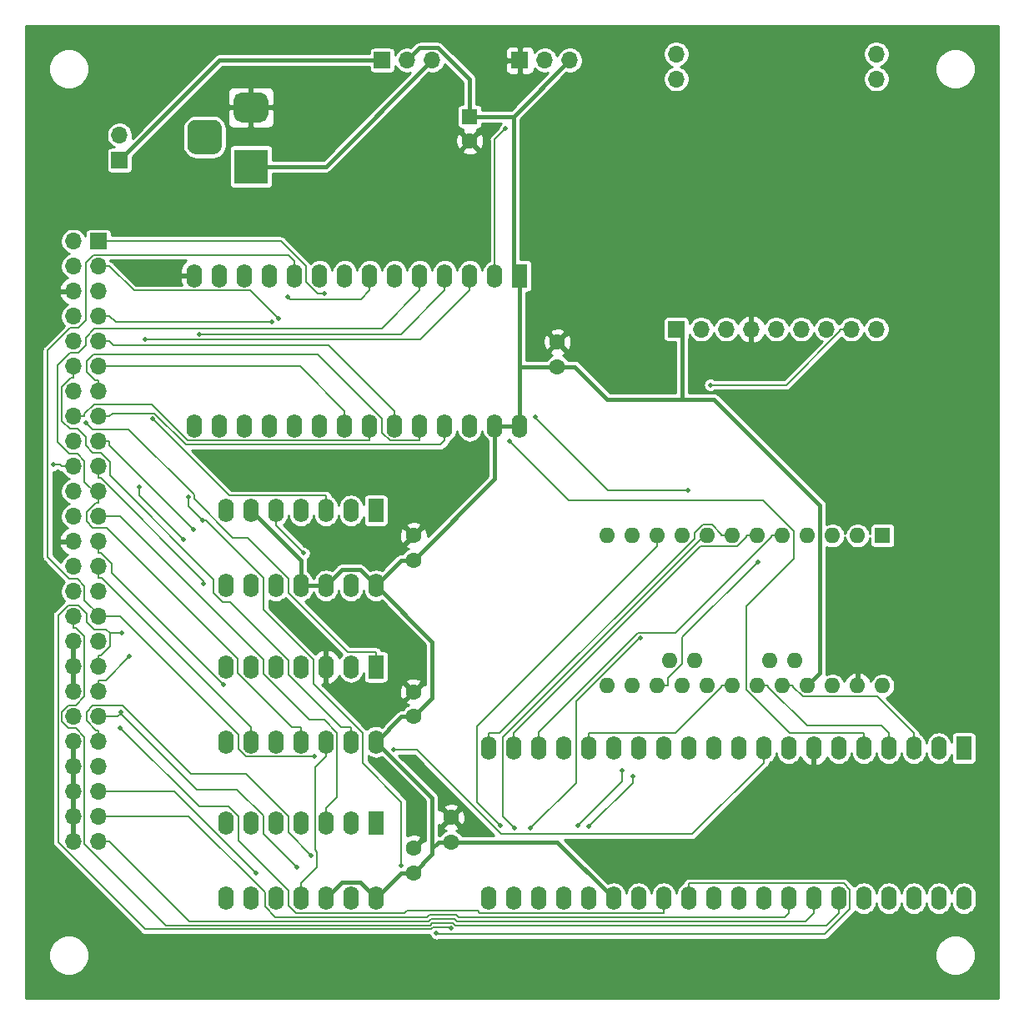
<source format=gtl>
G04 #@! TF.GenerationSoftware,KiCad,Pcbnew,(5.1.9)-1*
G04 #@! TF.CreationDate,2022-01-19T13:15:35+09:00*
G04 #@! TF.ProjectId,MZ80k_SD,4d5a3830-6b5f-4534-942e-6b696361645f,rev?*
G04 #@! TF.SameCoordinates,PX53920b0PY93c3260*
G04 #@! TF.FileFunction,Copper,L1,Top*
G04 #@! TF.FilePolarity,Positive*
%FSLAX46Y46*%
G04 Gerber Fmt 4.6, Leading zero omitted, Abs format (unit mm)*
G04 Created by KiCad (PCBNEW (5.1.9)-1) date 2022-01-19 13:15:35*
%MOMM*%
%LPD*%
G01*
G04 APERTURE LIST*
G04 #@! TA.AperFunction,ComponentPad*
%ADD10R,1.700000X1.700000*%
G04 #@! TD*
G04 #@! TA.AperFunction,ComponentPad*
%ADD11O,1.700000X1.700000*%
G04 #@! TD*
G04 #@! TA.AperFunction,ComponentPad*
%ADD12C,1.600000*%
G04 #@! TD*
G04 #@! TA.AperFunction,ComponentPad*
%ADD13R,1.600000X2.400000*%
G04 #@! TD*
G04 #@! TA.AperFunction,ComponentPad*
%ADD14O,1.600000X2.400000*%
G04 #@! TD*
G04 #@! TA.AperFunction,ComponentPad*
%ADD15R,3.500000X3.500000*%
G04 #@! TD*
G04 #@! TA.AperFunction,ComponentPad*
%ADD16R,1.600000X1.600000*%
G04 #@! TD*
G04 #@! TA.AperFunction,ComponentPad*
%ADD17O,1.600000X1.600000*%
G04 #@! TD*
G04 #@! TA.AperFunction,ViaPad*
%ADD18C,0.500000*%
G04 #@! TD*
G04 #@! TA.AperFunction,Conductor*
%ADD19C,0.400000*%
G04 #@! TD*
G04 #@! TA.AperFunction,Conductor*
%ADD20C,0.200000*%
G04 #@! TD*
G04 #@! TA.AperFunction,Conductor*
%ADD21C,0.254000*%
G04 #@! TD*
G04 #@! TA.AperFunction,Conductor*
%ADD22C,0.100000*%
G04 #@! TD*
G04 APERTURE END LIST*
D10*
X10160000Y85725000D03*
D11*
X10160000Y88265000D03*
D10*
X66675000Y68580000D03*
D11*
X69215000Y68580000D03*
X71755000Y68580000D03*
X74295000Y68580000D03*
X76835000Y68580000D03*
X79375000Y68580000D03*
X81915000Y68580000D03*
X84455000Y68580000D03*
X86995000Y68580000D03*
X86995000Y96520000D03*
X86995000Y93980000D03*
X66675000Y96520000D03*
X66675000Y93980000D03*
D12*
X43815000Y16510000D03*
X43815000Y19010000D03*
D13*
X50800000Y73995000D03*
D14*
X17780000Y58755000D03*
X48260000Y73995000D03*
X20320000Y58755000D03*
X45720000Y73995000D03*
X22860000Y58755000D03*
X43180000Y73995000D03*
X25400000Y58755000D03*
X40640000Y73995000D03*
X27940000Y58755000D03*
X38100000Y73995000D03*
X30480000Y58755000D03*
X35560000Y73995000D03*
X33020000Y58755000D03*
X33020000Y73995000D03*
X35560000Y58755000D03*
X30480000Y73995000D03*
X38100000Y58755000D03*
X27940000Y73995000D03*
X40640000Y58755000D03*
X25400000Y73995000D03*
X43180000Y58755000D03*
X22860000Y73995000D03*
X45720000Y58755000D03*
X20320000Y73995000D03*
X48260000Y58755000D03*
X17780000Y73995000D03*
X50800000Y58755000D03*
D15*
X23495000Y85090000D03*
G04 #@! TA.AperFunction,ComponentPad*
G36*
G01*
X22495000Y92590000D02*
X24495000Y92590000D01*
G75*
G02*
X25245000Y91840000I0J-750000D01*
G01*
X25245000Y90340000D01*
G75*
G02*
X24495000Y89590000I-750000J0D01*
G01*
X22495000Y89590000D01*
G75*
G02*
X21745000Y90340000I0J750000D01*
G01*
X21745000Y91840000D01*
G75*
G02*
X22495000Y92590000I750000J0D01*
G01*
G37*
G04 #@! TD.AperFunction*
G04 #@! TA.AperFunction,ComponentPad*
G36*
G01*
X17920000Y89840000D02*
X19670000Y89840000D01*
G75*
G02*
X20545000Y88965000I0J-875000D01*
G01*
X20545000Y87215000D01*
G75*
G02*
X19670000Y86340000I-875000J0D01*
G01*
X17920000Y86340000D01*
G75*
G02*
X17045000Y87215000I0J875000D01*
G01*
X17045000Y88965000D01*
G75*
G02*
X17920000Y89840000I875000J0D01*
G01*
G37*
G04 #@! TD.AperFunction*
D10*
X8000000Y77500000D03*
D11*
X5460000Y77500000D03*
X8000000Y74960000D03*
X5460000Y74960000D03*
X8000000Y72420000D03*
X5460000Y72420000D03*
X8000000Y69880000D03*
X5460000Y69880000D03*
X8000000Y67340000D03*
X5460000Y67340000D03*
X8000000Y64800000D03*
X5460000Y64800000D03*
X8000000Y62260000D03*
X5460000Y62260000D03*
X8000000Y59720000D03*
X5460000Y59720000D03*
X8000000Y57180000D03*
X5460000Y57180000D03*
X8000000Y54640000D03*
X5460000Y54640000D03*
X8000000Y52100000D03*
X5460000Y52100000D03*
X8000000Y49560000D03*
X5460000Y49560000D03*
X8000000Y47020000D03*
X5460000Y47020000D03*
X8000000Y44480000D03*
X5460000Y44480000D03*
X8000000Y41940000D03*
X5460000Y41940000D03*
X8000000Y39400000D03*
X5460000Y39400000D03*
X8000000Y36860000D03*
X5460000Y36860000D03*
X8000000Y34320000D03*
X5460000Y34320000D03*
X8000000Y31780000D03*
X5460000Y31780000D03*
X8000000Y29240000D03*
X5460000Y29240000D03*
X8000000Y26700000D03*
X5460000Y26700000D03*
X8000000Y24160000D03*
X5460000Y24160000D03*
X8000000Y21620000D03*
X5460000Y21620000D03*
X8000000Y19080000D03*
X5460000Y19080000D03*
X8000000Y16540000D03*
X5460000Y16540000D03*
X55880000Y95885000D03*
X53340000Y95885000D03*
D10*
X50800000Y95885000D03*
D13*
X95885000Y26035000D03*
D14*
X47625000Y10795000D03*
X93345000Y26035000D03*
X50165000Y10795000D03*
X90805000Y26035000D03*
X52705000Y10795000D03*
X88265000Y26035000D03*
X55245000Y10795000D03*
X85725000Y26035000D03*
X57785000Y10795000D03*
X83185000Y26035000D03*
X60325000Y10795000D03*
X80645000Y26035000D03*
X62865000Y10795000D03*
X78105000Y26035000D03*
X65405000Y10795000D03*
X75565000Y26035000D03*
X67945000Y10795000D03*
X73025000Y26035000D03*
X70485000Y10795000D03*
X70485000Y26035000D03*
X73025000Y10795000D03*
X67945000Y26035000D03*
X75565000Y10795000D03*
X65405000Y26035000D03*
X78105000Y10795000D03*
X62865000Y26035000D03*
X80645000Y10795000D03*
X60325000Y26035000D03*
X83185000Y10795000D03*
X57785000Y26035000D03*
X85725000Y10795000D03*
X55245000Y26035000D03*
X88265000Y10795000D03*
X52705000Y26035000D03*
X90805000Y10795000D03*
X50165000Y26035000D03*
X93345000Y10795000D03*
X47625000Y26035000D03*
X95885000Y10795000D03*
D10*
X36830000Y95885000D03*
D11*
X39370000Y95885000D03*
X41910000Y95885000D03*
D12*
X54610000Y64770000D03*
X54610000Y67270000D03*
D16*
X45720000Y90170000D03*
D12*
X45720000Y87670000D03*
D16*
X87630000Y47625000D03*
D17*
X85090000Y47625000D03*
X82550000Y47625000D03*
X59690000Y32385000D03*
X80010000Y47625000D03*
X62230000Y32385000D03*
X77470000Y47625000D03*
X64770000Y32385000D03*
X74930000Y47625000D03*
X67310000Y32385000D03*
X72390000Y47625000D03*
X69850000Y32385000D03*
X69850000Y47625000D03*
X72390000Y32385000D03*
X67310000Y47625000D03*
X74930000Y32385000D03*
X64770000Y47625000D03*
X77470000Y32385000D03*
X62230000Y47625000D03*
X80010000Y32385000D03*
X59690000Y47625000D03*
X82550000Y32385000D03*
X85090000Y32385000D03*
X87630000Y32385000D03*
X78740000Y34925000D03*
X76200000Y34925000D03*
X68580000Y34925000D03*
X66040000Y34925000D03*
D12*
X40005000Y31750000D03*
X40005000Y29250000D03*
X40005000Y45125000D03*
X40005000Y47625000D03*
X40005000Y15875000D03*
X40005000Y13375000D03*
D14*
X36195000Y26670000D03*
X20955000Y34290000D03*
X33655000Y26670000D03*
X23495000Y34290000D03*
X31115000Y26670000D03*
X26035000Y34290000D03*
X28575000Y26670000D03*
X28575000Y34290000D03*
X26035000Y26670000D03*
X31115000Y34290000D03*
X23495000Y26670000D03*
X33655000Y34290000D03*
X20955000Y26670000D03*
D13*
X36195000Y34290000D03*
X36195000Y50165000D03*
D14*
X20955000Y42545000D03*
X33655000Y50165000D03*
X23495000Y42545000D03*
X31115000Y50165000D03*
X26035000Y42545000D03*
X28575000Y50165000D03*
X28575000Y42545000D03*
X26035000Y50165000D03*
X31115000Y42545000D03*
X23495000Y50165000D03*
X33655000Y42545000D03*
X20955000Y50165000D03*
X36195000Y42545000D03*
D13*
X36195000Y18415000D03*
D14*
X20955000Y10795000D03*
X33655000Y18415000D03*
X23495000Y10795000D03*
X31115000Y18415000D03*
X26035000Y10795000D03*
X28575000Y18415000D03*
X28575000Y10795000D03*
X26035000Y18415000D03*
X31115000Y10795000D03*
X23495000Y18415000D03*
X33655000Y10795000D03*
X20955000Y18415000D03*
X36195000Y10795000D03*
D18*
X30997900Y72172800D03*
X26316300Y69610600D03*
X13480700Y59491300D03*
X25591300Y69273100D03*
X18230000Y68069700D03*
X18706100Y42756400D03*
X3452700Y54803100D03*
X20756400Y32463400D03*
X27237900Y71836700D03*
X52407100Y59692500D03*
X67871000Y52235100D03*
X29940800Y25160700D03*
X38001300Y25864700D03*
X10402400Y37710700D03*
X43832000Y7728700D03*
X10252700Y28119800D03*
X11174100Y35338000D03*
X10293100Y29677200D03*
X28168900Y13965600D03*
X42331000Y7255200D03*
X29646400Y15118600D03*
X17168900Y51539100D03*
X38789500Y14069500D03*
X18610600Y49134900D03*
X24006300Y13358000D03*
X16688300Y47240700D03*
X12201300Y52513900D03*
X74960500Y44930200D03*
X70147400Y62919500D03*
X49372500Y88927000D03*
X6730000Y59088000D03*
X49714500Y57236000D03*
X12750400Y67565400D03*
X17687400Y48218500D03*
X57829800Y18065800D03*
X62245800Y23157300D03*
X61209500Y23784500D03*
X56720300Y18194600D03*
X48848100Y18140200D03*
X51911200Y17920700D03*
X63020700Y37190600D03*
X50261200Y17888800D03*
X28836900Y45845900D03*
D19*
X62230000Y61468000D02*
X64770000Y61468000D01*
X59690000Y61468000D02*
X62230000Y61468000D01*
X64770000Y61468000D02*
X67183000Y61468000D01*
X67183000Y61468000D02*
X67310000Y61595000D01*
X50800000Y64770000D02*
X50800000Y58755000D01*
X54610000Y64770000D02*
X50800000Y64770000D01*
X36195000Y10795000D02*
X34595000Y12395000D01*
X34595000Y12395000D02*
X32715000Y12395000D01*
X32715000Y12395000D02*
X31115000Y10795000D01*
X40005000Y13375000D02*
X38775000Y13375000D01*
X38775000Y13375000D02*
X36195000Y10795000D01*
X43815000Y16510000D02*
X54610000Y16510000D01*
X54610000Y16510000D02*
X60325000Y10795000D01*
X36195000Y26670000D02*
X41910000Y20955000D01*
X41910000Y20955000D02*
X41910000Y15875000D01*
X41910000Y15875000D02*
X41910000Y15280000D01*
X41910000Y15280000D02*
X40005000Y13375000D01*
X43815000Y16510000D02*
X42545000Y16510000D01*
X42545000Y16510000D02*
X41910000Y15875000D01*
X40005000Y29250000D02*
X38775000Y29250000D01*
X38775000Y29250000D02*
X36195000Y26670000D01*
X36195000Y42545000D02*
X41910000Y36830000D01*
X41910000Y36830000D02*
X41910000Y31155000D01*
X41910000Y31155000D02*
X40005000Y29250000D01*
X28575000Y42545000D02*
X28575000Y45085000D01*
X28575000Y45085000D02*
X23495000Y50165000D01*
X31115000Y42545000D02*
X28575000Y42545000D01*
X36195000Y42545000D02*
X34595000Y44145000D01*
X34595000Y44145000D02*
X32715000Y44145000D01*
X32715000Y44145000D02*
X31115000Y42545000D01*
X40005000Y45125000D02*
X38775000Y45125000D01*
X38775000Y45125000D02*
X36195000Y42545000D01*
X48260000Y58755000D02*
X48260000Y53380000D01*
X48260000Y53380000D02*
X40005000Y45125000D01*
X50800000Y58755000D02*
X48260000Y58755000D01*
X81280000Y33655000D02*
X80010000Y32385000D01*
X67310000Y61595000D02*
X67310000Y67945000D01*
X67310000Y67945000D02*
X66675000Y68580000D01*
X54610000Y64770000D02*
X56388000Y64770000D01*
X56388000Y64770000D02*
X59690000Y61468000D01*
X50800000Y73995000D02*
X50800000Y64770000D01*
X50165000Y90170000D02*
X50165000Y74630000D01*
X50165000Y74630000D02*
X50800000Y73995000D01*
X45720000Y90170000D02*
X50165000Y90170000D01*
X50165000Y90170000D02*
X55880000Y95885000D01*
X39370000Y95885000D02*
X40620000Y97135000D01*
X40620000Y97135000D02*
X42510000Y97135000D01*
X42510000Y97135000D02*
X45720000Y93925000D01*
X45720000Y93925000D02*
X45720000Y90170000D01*
X81280000Y50671002D02*
X81280000Y33655000D01*
X70483002Y61468000D02*
X81280000Y50671002D01*
X67183000Y61468000D02*
X70483002Y61468000D01*
D20*
X8000000Y77500000D02*
X26531500Y77500000D01*
X26531500Y77500000D02*
X29068400Y74963100D01*
X29068400Y74963100D02*
X29068400Y73398900D01*
X29068400Y73398900D02*
X30294500Y72172800D01*
X30294500Y72172800D02*
X30997900Y72172800D01*
X8000000Y74960000D02*
X9150300Y74960000D01*
X26316300Y69610600D02*
X23432200Y72494700D01*
X23432200Y72494700D02*
X11615600Y72494700D01*
X11615600Y72494700D02*
X9150300Y74960000D01*
X31115000Y50165000D02*
X31115000Y51665300D01*
X31115000Y51665300D02*
X21306700Y51665300D01*
X21306700Y51665300D02*
X13480700Y59491300D01*
X8000000Y69880000D02*
X9150300Y69880000D01*
X25591300Y69273100D02*
X9757200Y69273100D01*
X9757200Y69273100D02*
X9150300Y69880000D01*
X38100000Y58755000D02*
X38100000Y60255300D01*
X8000000Y67340000D02*
X9150300Y67340000D01*
X9150300Y67340000D02*
X9507700Y66982600D01*
X9507700Y66982600D02*
X31372700Y66982600D01*
X31372700Y66982600D02*
X38100000Y60255300D01*
X9150300Y64800000D02*
X28475300Y64800000D01*
X28475300Y64800000D02*
X33020000Y60255300D01*
X8000000Y64800000D02*
X9150300Y64800000D01*
X33020000Y58755000D02*
X33020000Y60255300D01*
X40640000Y58755000D02*
X40640000Y57254700D01*
X8000000Y62260000D02*
X8000000Y63410300D01*
X8000000Y63410300D02*
X7712400Y63410300D01*
X7712400Y63410300D02*
X6849600Y64273100D01*
X6849600Y64273100D02*
X6849600Y65338100D01*
X6849600Y65338100D02*
X7517900Y66006400D01*
X7517900Y66006400D02*
X30307500Y66006400D01*
X30307500Y66006400D02*
X36830000Y59483900D01*
X36830000Y59483900D02*
X36830000Y58059200D01*
X36830000Y58059200D02*
X37634500Y57254700D01*
X37634500Y57254700D02*
X40640000Y57254700D01*
X43180000Y57254700D02*
X42767400Y56842100D01*
X42767400Y56842100D02*
X16908200Y56842100D01*
X16908200Y56842100D02*
X13708700Y60041600D01*
X13708700Y60041600D02*
X9471900Y60041600D01*
X9471900Y60041600D02*
X9150300Y59720000D01*
X43180000Y58755000D02*
X43180000Y57254700D01*
X8000000Y59720000D02*
X9150300Y59720000D01*
X43180000Y73995000D02*
X43180000Y72494700D01*
X43180000Y72494700D02*
X38755000Y68069700D01*
X38755000Y68069700D02*
X18230000Y68069700D01*
X8000000Y54640000D02*
X8000000Y53489700D01*
X18706100Y42756400D02*
X18706100Y43021900D01*
X18706100Y43021900D02*
X8238300Y53489700D01*
X8238300Y53489700D02*
X8000000Y53489700D01*
X5460000Y54640000D02*
X4309700Y54640000D01*
X3452700Y54803100D02*
X4146600Y54803100D01*
X4146600Y54803100D02*
X4309700Y54640000D01*
X40640000Y72494700D02*
X36765300Y68620000D01*
X36765300Y68620000D02*
X7626000Y68620000D01*
X7626000Y68620000D02*
X6730000Y67724000D01*
X6730000Y67724000D02*
X6730000Y66921500D01*
X6730000Y66921500D02*
X5998100Y66189600D01*
X5998100Y66189600D02*
X5142600Y66189600D01*
X5142600Y66189600D02*
X3850500Y64897500D01*
X3850500Y64897500D02*
X3850500Y57122000D01*
X3850500Y57122000D02*
X5062500Y55910000D01*
X5062500Y55910000D02*
X5878500Y55910000D01*
X5878500Y55910000D02*
X6610400Y55178100D01*
X6610400Y55178100D02*
X6610400Y53051200D01*
X6610400Y53051200D02*
X8000000Y51661600D01*
X40640000Y73995000D02*
X40640000Y72494700D01*
X8000000Y52100000D02*
X8000000Y51661600D01*
X8000000Y51524900D02*
X8000000Y50949700D01*
X8000000Y51524900D02*
X8000000Y51661600D01*
X28575000Y26670000D02*
X28575000Y28170300D01*
X28575000Y28170300D02*
X27637300Y28170300D01*
X27637300Y28170300D02*
X22120500Y33687100D01*
X22120500Y33687100D02*
X22120500Y35116900D01*
X22120500Y35116900D02*
X8827800Y48409600D01*
X8827800Y48409600D02*
X7461900Y48409600D01*
X7461900Y48409600D02*
X6821500Y49050000D01*
X6821500Y49050000D02*
X6821500Y50009600D01*
X6821500Y50009600D02*
X7761600Y50949700D01*
X7761600Y50949700D02*
X8000000Y50949700D01*
X31115000Y18415000D02*
X31115000Y19915300D01*
X31115000Y19915300D02*
X32226200Y21026500D01*
X32226200Y21026500D02*
X32226200Y27599700D01*
X32226200Y27599700D02*
X30933900Y28892000D01*
X30933900Y28892000D02*
X29439900Y28892000D01*
X29439900Y28892000D02*
X24765000Y33566900D01*
X24765000Y33566900D02*
X24765000Y35020400D01*
X24765000Y35020400D02*
X10225400Y49560000D01*
X10225400Y49560000D02*
X8000000Y49560000D01*
X8000000Y47020000D02*
X8000000Y45869700D01*
X20756400Y32463400D02*
X9389600Y43830200D01*
X9389600Y43830200D02*
X9389600Y44718400D01*
X9389600Y44718400D02*
X8238300Y45869700D01*
X8238300Y45869700D02*
X8000000Y45869700D01*
X27237900Y71836700D02*
X27452100Y71622500D01*
X27452100Y71622500D02*
X34687800Y71622500D01*
X34687800Y71622500D02*
X35560000Y72494700D01*
X35560000Y73995000D02*
X35560000Y72494700D01*
X23495000Y26670000D02*
X23495000Y28170300D01*
X8000000Y44480000D02*
X8000000Y43329700D01*
X23495000Y28170300D02*
X8335600Y43329700D01*
X8335600Y43329700D02*
X8000000Y43329700D01*
X67871000Y52235100D02*
X59731900Y52235100D01*
X59731900Y52235100D02*
X52407100Y59559900D01*
X52407100Y59559900D02*
X52407100Y59692500D01*
X27940000Y73995000D02*
X27940000Y75495300D01*
X8241500Y39400000D02*
X6610400Y41031100D01*
X6610400Y41031100D02*
X6610400Y42478100D01*
X6610400Y42478100D02*
X5878500Y43210000D01*
X5878500Y43210000D02*
X5094000Y43210000D01*
X5094000Y43210000D02*
X2876400Y45427600D01*
X2876400Y45427600D02*
X2876400Y66433600D01*
X2876400Y66433600D02*
X5172400Y68729600D01*
X5172400Y68729600D02*
X5951300Y68729600D01*
X5951300Y68729600D02*
X6730000Y69508300D01*
X6730000Y69508300D02*
X6730000Y75345400D01*
X6730000Y75345400D02*
X7499000Y76114400D01*
X7499000Y76114400D02*
X27320900Y76114400D01*
X27320900Y76114400D02*
X27940000Y75495300D01*
X8241500Y39400000D02*
X9150300Y39400000D01*
X8000000Y39400000D02*
X8241500Y39400000D01*
X38001300Y25864700D02*
X40325900Y25864700D01*
X40325900Y25864700D02*
X48903400Y17287200D01*
X48903400Y17287200D02*
X68317500Y17287200D01*
X68317500Y17287200D02*
X75565000Y24534700D01*
X75565000Y26035000D02*
X75565000Y24534700D01*
X29940800Y25160700D02*
X23028100Y25160700D01*
X23028100Y25160700D02*
X22225000Y25963800D01*
X22225000Y25963800D02*
X22225000Y27423900D01*
X22225000Y27423900D02*
X10248900Y39400000D01*
X10248900Y39400000D02*
X9150300Y39400000D01*
X83185000Y9294700D02*
X81942600Y8052300D01*
X81942600Y8052300D02*
X44286700Y8052300D01*
X44286700Y8052300D02*
X44040500Y8298500D01*
X44040500Y8298500D02*
X41921900Y8298500D01*
X41921900Y8298500D02*
X41675700Y8052300D01*
X41675700Y8052300D02*
X14843400Y8052300D01*
X14843400Y8052300D02*
X6610300Y16285400D01*
X6610300Y16285400D02*
X6610300Y27182900D01*
X6610300Y27182900D02*
X5703500Y28089700D01*
X5703500Y28089700D02*
X4983500Y28089700D01*
X4983500Y28089700D02*
X4309700Y28763500D01*
X4309700Y28763500D02*
X4309700Y29716500D01*
X4309700Y29716500D02*
X4983500Y30390300D01*
X4983500Y30390300D02*
X5702100Y30390300D01*
X5702100Y30390300D02*
X6610300Y31298500D01*
X6610300Y31298500D02*
X6610300Y37387100D01*
X6610300Y37387100D02*
X5747700Y38249700D01*
X5747700Y38249700D02*
X5460000Y38249700D01*
X83185000Y10795000D02*
X83185000Y9294700D01*
X5460000Y39400000D02*
X5460000Y38249700D01*
X9166100Y37710700D02*
X9166100Y36398100D01*
X9166100Y36398100D02*
X8238300Y35470300D01*
X8238300Y35470300D02*
X8000000Y35470300D01*
X43832000Y7728700D02*
X43747200Y7813500D01*
X43747200Y7813500D02*
X42003000Y7813500D01*
X42003000Y7813500D02*
X41830500Y7641000D01*
X41830500Y7641000D02*
X12727400Y7641000D01*
X12727400Y7641000D02*
X3909400Y16459000D01*
X3909400Y16459000D02*
X3909400Y39526700D01*
X3909400Y39526700D02*
X4933100Y40550400D01*
X4933100Y40550400D02*
X5998100Y40550400D01*
X5998100Y40550400D02*
X6849600Y39698900D01*
X6849600Y39698900D02*
X6849600Y38861900D01*
X6849600Y38861900D02*
X7630800Y38080700D01*
X7630800Y38080700D02*
X8796100Y38080700D01*
X8796100Y38080700D02*
X9166100Y37710700D01*
X9166100Y37710700D02*
X10402400Y37710700D01*
X8000000Y34320000D02*
X8000000Y35470300D01*
X65405000Y10795000D02*
X65405000Y9294700D01*
X65405000Y9294700D02*
X46729400Y9294700D01*
X46729400Y9294700D02*
X46524600Y9499500D01*
X46524600Y9499500D02*
X39340400Y9499500D01*
X39340400Y9499500D02*
X39094200Y9253300D01*
X39094200Y9253300D02*
X28116000Y9253300D01*
X28116000Y9253300D02*
X27305000Y10064300D01*
X27305000Y10064300D02*
X27305000Y11561700D01*
X27305000Y11561700D02*
X22225000Y16641700D01*
X22225000Y16641700D02*
X22225000Y19101700D01*
X22225000Y19101700D02*
X21212700Y20114000D01*
X21212700Y20114000D02*
X18258500Y20114000D01*
X18258500Y20114000D02*
X10252700Y28119800D01*
X8000000Y31780000D02*
X8000000Y32930300D01*
X11174100Y35338000D02*
X8766400Y32930300D01*
X8766400Y32930300D02*
X8000000Y32930300D01*
X10293100Y29556200D02*
X10293100Y29677200D01*
X8000000Y29240000D02*
X9976900Y29240000D01*
X9976900Y29240000D02*
X10293100Y29556200D01*
X28168900Y13965600D02*
X24765000Y17369500D01*
X24765000Y17369500D02*
X24765000Y19175700D01*
X24765000Y19175700D02*
X22108400Y21832300D01*
X22108400Y21832300D02*
X18017000Y21832300D01*
X18017000Y21832300D02*
X10293100Y29556200D01*
X67945000Y10795000D02*
X67945000Y12295300D01*
X67945000Y12295300D02*
X83712100Y12295300D01*
X83712100Y12295300D02*
X84318000Y11689400D01*
X84318000Y11689400D02*
X84318000Y9746600D01*
X84318000Y9746600D02*
X81743900Y7172500D01*
X81743900Y7172500D02*
X42413700Y7172500D01*
X42413700Y7172500D02*
X42331000Y7255200D01*
X29646400Y15118600D02*
X27305000Y17460000D01*
X27305000Y17460000D02*
X27305000Y19122100D01*
X27305000Y19122100D02*
X22978200Y23448900D01*
X22978200Y23448900D02*
X17401300Y23448900D01*
X17401300Y23448900D02*
X10459800Y30390400D01*
X10459800Y30390400D02*
X7461900Y30390400D01*
X7461900Y30390400D02*
X6800200Y29728700D01*
X6800200Y29728700D02*
X6800200Y28811700D01*
X6800200Y28811700D02*
X7761600Y27850300D01*
X7761600Y27850300D02*
X8000000Y27850300D01*
X8000000Y26700000D02*
X8000000Y27850300D01*
X18610600Y49134900D02*
X17168900Y50576600D01*
X17168900Y50576600D02*
X17168900Y51539100D01*
X38789500Y14069500D02*
X38789500Y20556600D01*
X38789500Y20556600D02*
X34838600Y24507500D01*
X34838600Y24507500D02*
X34838600Y27590800D01*
X34838600Y27590800D02*
X29845000Y32584400D01*
X29845000Y32584400D02*
X29845000Y34987300D01*
X29845000Y34987300D02*
X24765000Y40067300D01*
X24765000Y40067300D02*
X24765000Y43303300D01*
X24765000Y43303300D02*
X18933400Y49134900D01*
X18933400Y49134900D02*
X18610600Y49134900D01*
X8000000Y21620000D02*
X15744300Y21620000D01*
X15744300Y21620000D02*
X24006300Y13358000D01*
X12201300Y52513900D02*
X12201300Y51727700D01*
X12201300Y51727700D02*
X16688300Y47240700D01*
X78105000Y9294700D02*
X77663200Y8852900D01*
X77663200Y8852900D02*
X44618300Y8852900D01*
X44618300Y8852900D02*
X44372100Y9099100D01*
X44372100Y9099100D02*
X41590300Y9099100D01*
X41590300Y9099100D02*
X41344100Y8852900D01*
X41344100Y8852900D02*
X26002400Y8852900D01*
X26002400Y8852900D02*
X24906600Y9948700D01*
X24906600Y9948700D02*
X24906600Y11366100D01*
X24906600Y11366100D02*
X17192700Y19080000D01*
X17192700Y19080000D02*
X9150300Y19080000D01*
X8000000Y19080000D02*
X9150300Y19080000D01*
X78105000Y10795000D02*
X78105000Y9294700D01*
X80645000Y9294700D02*
X79802900Y8452600D01*
X79802900Y8452600D02*
X44452500Y8452600D01*
X44452500Y8452600D02*
X44206300Y8698800D01*
X44206300Y8698800D02*
X41756100Y8698800D01*
X41756100Y8698800D02*
X41509900Y8452600D01*
X41509900Y8452600D02*
X17237700Y8452600D01*
X17237700Y8452600D02*
X9150300Y16540000D01*
X80645000Y10795000D02*
X80645000Y9294700D01*
X8000000Y16540000D02*
X9150300Y16540000D01*
X64770000Y32385000D02*
X65870300Y32385000D01*
X65870300Y32385000D02*
X65870300Y33167700D01*
X65870300Y33167700D02*
X67310000Y34607400D01*
X67310000Y34607400D02*
X67310000Y37279700D01*
X67310000Y37279700D02*
X74960500Y44930200D01*
X84455000Y68580000D02*
X83304700Y68580000D01*
X70147400Y62919500D02*
X77882500Y62919500D01*
X77882500Y62919500D02*
X83304700Y68341700D01*
X83304700Y68341700D02*
X83304700Y68580000D01*
D19*
X10160000Y85725000D02*
X20320000Y95885000D01*
X20320000Y95885000D02*
X36830000Y95885000D01*
X23495000Y85090000D02*
X31115000Y85090000D01*
X31115000Y85090000D02*
X41910000Y95885000D01*
D20*
X49372500Y88927000D02*
X48260000Y87814500D01*
X48260000Y87814500D02*
X48260000Y73995000D01*
X90805000Y26035000D02*
X90805000Y27535300D01*
X77470000Y32385000D02*
X78570300Y32385000D01*
X78570300Y32385000D02*
X78570300Y32247300D01*
X78570300Y32247300D02*
X79532900Y31284700D01*
X79532900Y31284700D02*
X87055600Y31284700D01*
X87055600Y31284700D02*
X90805000Y27535300D01*
X88265000Y26035000D02*
X88265000Y27535300D01*
X74930000Y32385000D02*
X76030300Y32385000D01*
X76030300Y32385000D02*
X76030300Y32247500D01*
X76030300Y32247500D02*
X79977600Y28300200D01*
X79977600Y28300200D02*
X87500100Y28300200D01*
X87500100Y28300200D02*
X88265000Y27535300D01*
X57785000Y26035000D02*
X57785000Y27535300D01*
X72390000Y32385000D02*
X71289700Y32385000D01*
X71289700Y32385000D02*
X71289700Y32247300D01*
X71289700Y32247300D02*
X66577700Y27535300D01*
X66577700Y27535300D02*
X57785000Y27535300D01*
X36195000Y35790300D02*
X33320100Y35790300D01*
X33320100Y35790300D02*
X27305000Y41805400D01*
X27305000Y41805400D02*
X27305000Y43257300D01*
X27305000Y43257300D02*
X23172300Y47390000D01*
X23172300Y47390000D02*
X21686600Y47390000D01*
X21686600Y47390000D02*
X17719200Y51357400D01*
X17719200Y51357400D02*
X17719200Y51767100D01*
X17719200Y51767100D02*
X11075500Y58410800D01*
X11075500Y58410800D02*
X7407200Y58410800D01*
X7407200Y58410800D02*
X6730000Y59088000D01*
X36195000Y34290000D02*
X36195000Y35790300D01*
X5460000Y64800000D02*
X5460000Y63649700D01*
X33655000Y26670000D02*
X33655000Y28170300D01*
X33655000Y28170300D02*
X32673700Y28170300D01*
X32673700Y28170300D02*
X27305000Y33539000D01*
X27305000Y33539000D02*
X27305000Y34978900D01*
X27305000Y34978900D02*
X21391100Y40892800D01*
X21391100Y40892800D02*
X20611100Y40892800D01*
X20611100Y40892800D02*
X19723900Y41780000D01*
X19723900Y41780000D02*
X19723900Y43191500D01*
X19723900Y43191500D02*
X9213200Y53702200D01*
X9213200Y53702200D02*
X9213200Y55086800D01*
X9213200Y55086800D02*
X8270400Y56029600D01*
X8270400Y56029600D02*
X7461900Y56029600D01*
X7461900Y56029600D02*
X6709200Y56782300D01*
X6709200Y56782300D02*
X6709200Y57608800D01*
X6709200Y57608800D02*
X5868000Y58450000D01*
X5868000Y58450000D02*
X5099700Y58450000D01*
X5099700Y58450000D02*
X4303900Y59245800D01*
X4303900Y59245800D02*
X4303900Y62732000D01*
X4303900Y62732000D02*
X5221600Y63649700D01*
X5221600Y63649700D02*
X5460000Y63649700D01*
X85725000Y26035000D02*
X85725000Y27535300D01*
X85725000Y27535300D02*
X78219300Y27535300D01*
X78219300Y27535300D02*
X73786100Y31968500D01*
X73786100Y31968500D02*
X73786100Y40429800D01*
X73786100Y40429800D02*
X78587000Y45230700D01*
X78587000Y45230700D02*
X78587000Y48101500D01*
X78587000Y48101500D02*
X75493200Y51195300D01*
X75493200Y51195300D02*
X55755200Y51195300D01*
X55755200Y51195300D02*
X49714500Y57236000D01*
X35560000Y57254700D02*
X17061700Y57254700D01*
X17061700Y57254700D02*
X13416300Y60900100D01*
X13416300Y60900100D02*
X7552000Y60900100D01*
X7552000Y60900100D02*
X6610300Y59958400D01*
X6610300Y59958400D02*
X6610300Y59720000D01*
X5460000Y59720000D02*
X6610300Y59720000D01*
X35560000Y58755000D02*
X35560000Y57254700D01*
X45720000Y73995000D02*
X45720000Y72494700D01*
X12750400Y67565400D02*
X12805700Y67510100D01*
X12805700Y67510100D02*
X40735400Y67510100D01*
X40735400Y67510100D02*
X45720000Y72494700D01*
X17687400Y48218500D02*
X9150300Y56755600D01*
X9150300Y56755600D02*
X9150300Y57180000D01*
X8000000Y57180000D02*
X9150300Y57180000D01*
X62245800Y23157300D02*
X62245800Y22481800D01*
X62245800Y22481800D02*
X57829800Y18065800D01*
X61209500Y23784500D02*
X61209500Y22683800D01*
X61209500Y22683800D02*
X56720300Y18194600D01*
X64770000Y47625000D02*
X64770000Y46524700D01*
X64770000Y46524700D02*
X46473400Y28228100D01*
X46473400Y28228100D02*
X46473400Y20514900D01*
X46473400Y20514900D02*
X48848100Y18140200D01*
X51911200Y17920700D02*
X56515000Y22524500D01*
X56515000Y22524500D02*
X56515000Y30779000D01*
X56515000Y30779000D02*
X62926600Y37190600D01*
X62926600Y37190600D02*
X63020700Y37190600D01*
X69850000Y47625000D02*
X69567400Y47625000D01*
X69567400Y47625000D02*
X49064600Y27122200D01*
X49064600Y27122200D02*
X49064600Y19085400D01*
X49064600Y19085400D02*
X50261200Y17888800D01*
X47625000Y26035000D02*
X47625000Y27535300D01*
X72390000Y47625000D02*
X71289700Y47625000D01*
X71289700Y47625000D02*
X71289700Y47762500D01*
X71289700Y47762500D02*
X70312000Y48740200D01*
X70312000Y48740200D02*
X69401500Y48740200D01*
X69401500Y48740200D02*
X68580000Y47918700D01*
X68580000Y47918700D02*
X68580000Y47338300D01*
X68580000Y47338300D02*
X48777000Y27535300D01*
X48777000Y27535300D02*
X47625000Y27535300D01*
X50165000Y26035000D02*
X50165000Y27535300D01*
X74930000Y47625000D02*
X73829700Y47625000D01*
X73829700Y47625000D02*
X73829700Y47487300D01*
X73829700Y47487300D02*
X72867100Y46524700D01*
X72867100Y46524700D02*
X69154400Y46524700D01*
X69154400Y46524700D02*
X50165000Y27535300D01*
X52705000Y27535300D02*
X52705000Y27653100D01*
X52705000Y27653100D02*
X62792800Y37740900D01*
X62792800Y37740900D02*
X66623300Y37740900D01*
X66623300Y37740900D02*
X76369700Y47487300D01*
X76369700Y47487300D02*
X76369700Y47625000D01*
X52705000Y26035000D02*
X52705000Y27535300D01*
X77470000Y47625000D02*
X76369700Y47625000D01*
X26035000Y50165000D02*
X26035000Y48664700D01*
X26035000Y48664700D02*
X28836900Y45862800D01*
X28836900Y45862800D02*
X28836900Y45845900D01*
X31115000Y26670000D02*
X31115000Y25169700D01*
X28575000Y10795000D02*
X28575000Y12295300D01*
X28575000Y12295300D02*
X30196700Y13917000D01*
X30196700Y13917000D02*
X30196700Y15501200D01*
X30196700Y15501200D02*
X30011000Y15686900D01*
X30011000Y15686900D02*
X30011000Y24065700D01*
X30011000Y24065700D02*
X31115000Y25169700D01*
D21*
X99373000Y627000D02*
X627000Y627000D01*
X627000Y5204567D01*
X2923000Y5204567D01*
X2923000Y4795433D01*
X3002818Y4394161D01*
X3159386Y4016171D01*
X3386689Y3675989D01*
X3675989Y3386689D01*
X4016171Y3159386D01*
X4394161Y3002818D01*
X4795433Y2923000D01*
X5204567Y2923000D01*
X5605839Y3002818D01*
X5983829Y3159386D01*
X6324011Y3386689D01*
X6613311Y3675989D01*
X6840614Y4016171D01*
X6997182Y4394161D01*
X7077000Y4795433D01*
X7077000Y5204567D01*
X92923000Y5204567D01*
X92923000Y4795433D01*
X93002818Y4394161D01*
X93159386Y4016171D01*
X93386689Y3675989D01*
X93675989Y3386689D01*
X94016171Y3159386D01*
X94394161Y3002818D01*
X94795433Y2923000D01*
X95204567Y2923000D01*
X95605839Y3002818D01*
X95983829Y3159386D01*
X96324011Y3386689D01*
X96613311Y3675989D01*
X96840614Y4016171D01*
X96997182Y4394161D01*
X97077000Y4795433D01*
X97077000Y5204567D01*
X96997182Y5605839D01*
X96840614Y5983829D01*
X96613311Y6324011D01*
X96324011Y6613311D01*
X95983829Y6840614D01*
X95605839Y6997182D01*
X95204567Y7077000D01*
X94795433Y7077000D01*
X94394161Y6997182D01*
X94016171Y6840614D01*
X93675989Y6613311D01*
X93386689Y6324011D01*
X93159386Y5983829D01*
X93002818Y5605839D01*
X92923000Y5204567D01*
X7077000Y5204567D01*
X6997182Y5605839D01*
X6840614Y5983829D01*
X6613311Y6324011D01*
X6324011Y6613311D01*
X5983829Y6840614D01*
X5605839Y6997182D01*
X5204567Y7077000D01*
X4795433Y7077000D01*
X4394161Y6997182D01*
X4016171Y6840614D01*
X3675989Y6613311D01*
X3386689Y6324011D01*
X3159386Y5983829D01*
X3002818Y5605839D01*
X2923000Y5204567D01*
X627000Y5204567D01*
X627000Y66433600D01*
X2296610Y66433600D01*
X2299401Y66405259D01*
X2299400Y45455931D01*
X2296610Y45427600D01*
X2299400Y45399269D01*
X2299400Y45399265D01*
X2300547Y45387621D01*
X2307749Y45314489D01*
X2317847Y45281202D01*
X2340743Y45205725D01*
X2394321Y45105486D01*
X2466426Y45017626D01*
X2488438Y44999561D01*
X4565669Y42922330D01*
X4429252Y42785913D01*
X4284028Y42568570D01*
X4183996Y42327072D01*
X4133000Y42070698D01*
X4133000Y41809302D01*
X4183996Y41552928D01*
X4284028Y41311430D01*
X4429252Y41094087D01*
X4545007Y40978332D01*
X4523126Y40960374D01*
X4505061Y40938362D01*
X3521434Y39954735D01*
X3499427Y39936674D01*
X3481366Y39914667D01*
X3481363Y39914664D01*
X3464523Y39894144D01*
X3427322Y39848815D01*
X3394797Y39787964D01*
X3373744Y39748576D01*
X3340749Y39639811D01*
X3329610Y39526700D01*
X3332401Y39498359D01*
X3332400Y16487331D01*
X3329610Y16459000D01*
X3340749Y16345889D01*
X3348729Y16319585D01*
X3373743Y16237125D01*
X3427321Y16136886D01*
X3499426Y16049026D01*
X3521438Y16030961D01*
X12299365Y7253033D01*
X12317426Y7231026D01*
X12339433Y7212965D01*
X12339435Y7212963D01*
X12359380Y7196595D01*
X12405285Y7158921D01*
X12505524Y7105343D01*
X12614288Y7072350D01*
X12699064Y7064000D01*
X12699070Y7064000D01*
X12727399Y7061210D01*
X12755728Y7064000D01*
X41627789Y7064000D01*
X41631938Y7043142D01*
X41686741Y6910836D01*
X41766302Y6791764D01*
X41867564Y6690502D01*
X41986636Y6610941D01*
X42118942Y6556138D01*
X42259397Y6528200D01*
X42402603Y6528200D01*
X42543058Y6556138D01*
X42638086Y6595500D01*
X81715569Y6595500D01*
X81743900Y6592710D01*
X81772231Y6595500D01*
X81772236Y6595500D01*
X81801945Y6598426D01*
X81857011Y6603849D01*
X81901670Y6617397D01*
X81965776Y6636843D01*
X82066015Y6690421D01*
X82153874Y6762526D01*
X82171939Y6784538D01*
X84705967Y9318565D01*
X84727974Y9336626D01*
X84752419Y9366411D01*
X84770593Y9388557D01*
X84800079Y9424485D01*
X84828908Y9478422D01*
X85012104Y9328076D01*
X85233949Y9209498D01*
X85474664Y9136478D01*
X85725000Y9111822D01*
X85975335Y9136478D01*
X86216050Y9209498D01*
X86437895Y9328076D01*
X86632344Y9487656D01*
X86791924Y9682104D01*
X86910502Y9903949D01*
X86983522Y10144664D01*
X86995000Y10261202D01*
X87006478Y10144665D01*
X87079498Y9903950D01*
X87198076Y9682105D01*
X87357656Y9487656D01*
X87552104Y9328076D01*
X87773949Y9209498D01*
X88014664Y9136478D01*
X88265000Y9111822D01*
X88515335Y9136478D01*
X88756050Y9209498D01*
X88977895Y9328076D01*
X89172344Y9487656D01*
X89331924Y9682104D01*
X89450502Y9903949D01*
X89523522Y10144664D01*
X89535000Y10261202D01*
X89546478Y10144665D01*
X89619498Y9903950D01*
X89738076Y9682105D01*
X89897656Y9487656D01*
X90092104Y9328076D01*
X90313949Y9209498D01*
X90554664Y9136478D01*
X90805000Y9111822D01*
X91055335Y9136478D01*
X91296050Y9209498D01*
X91517895Y9328076D01*
X91712344Y9487656D01*
X91871924Y9682104D01*
X91990502Y9903949D01*
X92063522Y10144664D01*
X92075000Y10261202D01*
X92086478Y10144665D01*
X92159498Y9903950D01*
X92278076Y9682105D01*
X92437656Y9487656D01*
X92632104Y9328076D01*
X92853949Y9209498D01*
X93094664Y9136478D01*
X93345000Y9111822D01*
X93595335Y9136478D01*
X93836050Y9209498D01*
X94057895Y9328076D01*
X94252344Y9487656D01*
X94411924Y9682104D01*
X94530502Y9903949D01*
X94603522Y10144664D01*
X94615000Y10261202D01*
X94626478Y10144665D01*
X94699498Y9903950D01*
X94818076Y9682105D01*
X94977656Y9487656D01*
X95172104Y9328076D01*
X95393949Y9209498D01*
X95634664Y9136478D01*
X95885000Y9111822D01*
X96135335Y9136478D01*
X96376050Y9209498D01*
X96597895Y9328076D01*
X96792344Y9487656D01*
X96951924Y9682104D01*
X97070502Y9903949D01*
X97143522Y10144664D01*
X97162000Y10332274D01*
X97162000Y11257725D01*
X97143522Y11445336D01*
X97070502Y11686051D01*
X96951924Y11907896D01*
X96792344Y12102344D01*
X96597896Y12261924D01*
X96376051Y12380502D01*
X96135336Y12453522D01*
X95885000Y12478178D01*
X95634665Y12453522D01*
X95393950Y12380502D01*
X95172105Y12261924D01*
X94977657Y12102344D01*
X94818076Y11907896D01*
X94699498Y11686051D01*
X94626478Y11445336D01*
X94615000Y11328798D01*
X94603522Y11445336D01*
X94530502Y11686051D01*
X94411924Y11907896D01*
X94252344Y12102344D01*
X94057896Y12261924D01*
X93836051Y12380502D01*
X93595336Y12453522D01*
X93345000Y12478178D01*
X93094665Y12453522D01*
X92853950Y12380502D01*
X92632105Y12261924D01*
X92437657Y12102344D01*
X92278076Y11907896D01*
X92159498Y11686051D01*
X92086478Y11445336D01*
X92075000Y11328798D01*
X92063522Y11445336D01*
X91990502Y11686051D01*
X91871924Y11907896D01*
X91712344Y12102344D01*
X91517896Y12261924D01*
X91296051Y12380502D01*
X91055336Y12453522D01*
X90805000Y12478178D01*
X90554665Y12453522D01*
X90313950Y12380502D01*
X90092105Y12261924D01*
X89897657Y12102344D01*
X89738076Y11907896D01*
X89619498Y11686051D01*
X89546478Y11445336D01*
X89535000Y11328798D01*
X89523522Y11445336D01*
X89450502Y11686051D01*
X89331924Y11907896D01*
X89172344Y12102344D01*
X88977896Y12261924D01*
X88756051Y12380502D01*
X88515336Y12453522D01*
X88265000Y12478178D01*
X88014665Y12453522D01*
X87773950Y12380502D01*
X87552105Y12261924D01*
X87357657Y12102344D01*
X87198076Y11907896D01*
X87079498Y11686051D01*
X87006478Y11445336D01*
X86995000Y11328798D01*
X86983522Y11445336D01*
X86910502Y11686051D01*
X86791924Y11907896D01*
X86632344Y12102344D01*
X86437896Y12261924D01*
X86216051Y12380502D01*
X85975336Y12453522D01*
X85725000Y12478178D01*
X85474665Y12453522D01*
X85233950Y12380502D01*
X85012105Y12261924D01*
X84817657Y12102344D01*
X84771597Y12046220D01*
X84727974Y12099374D01*
X84705968Y12117434D01*
X84140137Y12683264D01*
X84122074Y12705274D01*
X84034215Y12777379D01*
X83933976Y12830957D01*
X83869870Y12850403D01*
X83825211Y12863951D01*
X83770145Y12869374D01*
X83740436Y12872300D01*
X83740431Y12872300D01*
X83712100Y12875090D01*
X83683769Y12872300D01*
X67973336Y12872300D01*
X67945000Y12875091D01*
X67916664Y12872300D01*
X67831888Y12863950D01*
X67723124Y12830957D01*
X67622885Y12777379D01*
X67535026Y12705274D01*
X67462921Y12617415D01*
X67409343Y12517176D01*
X67376350Y12408412D01*
X67369136Y12335168D01*
X67232105Y12261924D01*
X67037657Y12102344D01*
X66878076Y11907896D01*
X66759498Y11686051D01*
X66686478Y11445336D01*
X66675000Y11328798D01*
X66663522Y11445336D01*
X66590502Y11686051D01*
X66471924Y11907896D01*
X66312344Y12102344D01*
X66117896Y12261924D01*
X65896051Y12380502D01*
X65655336Y12453522D01*
X65405000Y12478178D01*
X65154665Y12453522D01*
X64913950Y12380502D01*
X64692105Y12261924D01*
X64497657Y12102344D01*
X64338076Y11907896D01*
X64219498Y11686051D01*
X64146478Y11445336D01*
X64135000Y11328798D01*
X64123522Y11445336D01*
X64050502Y11686051D01*
X63931924Y11907896D01*
X63772344Y12102344D01*
X63577896Y12261924D01*
X63356051Y12380502D01*
X63115336Y12453522D01*
X62865000Y12478178D01*
X62614665Y12453522D01*
X62373950Y12380502D01*
X62152105Y12261924D01*
X61957657Y12102344D01*
X61798076Y11907896D01*
X61679498Y11686051D01*
X61606478Y11445336D01*
X61595000Y11328798D01*
X61583522Y11445336D01*
X61510502Y11686051D01*
X61391924Y11907896D01*
X61232344Y12102344D01*
X61037896Y12261924D01*
X60816051Y12380502D01*
X60575336Y12453522D01*
X60325000Y12478178D01*
X60074665Y12453522D01*
X59833950Y12380502D01*
X59744652Y12332771D01*
X55367222Y16710200D01*
X68289169Y16710200D01*
X68317500Y16707410D01*
X68345831Y16710200D01*
X68345836Y16710200D01*
X68378701Y16713437D01*
X68430611Y16718549D01*
X68487125Y16735693D01*
X68539376Y16751543D01*
X68639615Y16805121D01*
X68727474Y16877226D01*
X68745539Y16899238D01*
X75952962Y24106661D01*
X75974974Y24124726D01*
X76047079Y24212585D01*
X76100657Y24312824D01*
X76123405Y24387814D01*
X76133651Y24421588D01*
X76140864Y24494832D01*
X76277895Y24568076D01*
X76472344Y24727656D01*
X76631924Y24922104D01*
X76750502Y25143949D01*
X76823522Y25384664D01*
X76835000Y25501202D01*
X76846478Y25384665D01*
X76919498Y25143950D01*
X77038076Y24922105D01*
X77197656Y24727656D01*
X77392104Y24568076D01*
X77613949Y24449498D01*
X77854664Y24376478D01*
X78105000Y24351822D01*
X78355335Y24376478D01*
X78596050Y24449498D01*
X78817895Y24568076D01*
X79012344Y24727656D01*
X79171924Y24922104D01*
X79290502Y25143949D01*
X79293378Y25153429D01*
X79367834Y24968517D01*
X79522399Y24732161D01*
X79720105Y24530500D01*
X79953354Y24371285D01*
X80213182Y24260633D01*
X80295961Y24243096D01*
X80518000Y24365085D01*
X80518000Y25908000D01*
X80498000Y25908000D01*
X80498000Y26162000D01*
X80518000Y26162000D01*
X80518000Y26182000D01*
X80772000Y26182000D01*
X80772000Y26162000D01*
X80792000Y26162000D01*
X80792000Y25908000D01*
X80772000Y25908000D01*
X80772000Y24365085D01*
X80994039Y24243096D01*
X81076818Y24260633D01*
X81336646Y24371285D01*
X81569895Y24530500D01*
X81767601Y24732161D01*
X81922166Y24968517D01*
X81996622Y25153429D01*
X81999498Y25143950D01*
X82118076Y24922105D01*
X82277656Y24727656D01*
X82472104Y24568076D01*
X82693949Y24449498D01*
X82934664Y24376478D01*
X83185000Y24351822D01*
X83435335Y24376478D01*
X83676050Y24449498D01*
X83897895Y24568076D01*
X84092344Y24727656D01*
X84251924Y24922104D01*
X84370502Y25143949D01*
X84443522Y25384664D01*
X84455000Y25501202D01*
X84466478Y25384665D01*
X84539498Y25143950D01*
X84658076Y24922105D01*
X84817656Y24727656D01*
X85012104Y24568076D01*
X85233949Y24449498D01*
X85474664Y24376478D01*
X85725000Y24351822D01*
X85975335Y24376478D01*
X86216050Y24449498D01*
X86437895Y24568076D01*
X86632344Y24727656D01*
X86791924Y24922104D01*
X86910502Y25143949D01*
X86983522Y25384664D01*
X86995000Y25501202D01*
X87006478Y25384665D01*
X87079498Y25143950D01*
X87198076Y24922105D01*
X87357656Y24727656D01*
X87552104Y24568076D01*
X87773949Y24449498D01*
X88014664Y24376478D01*
X88265000Y24351822D01*
X88515335Y24376478D01*
X88756050Y24449498D01*
X88977895Y24568076D01*
X89172344Y24727656D01*
X89331924Y24922104D01*
X89450502Y25143949D01*
X89523522Y25384664D01*
X89535000Y25501202D01*
X89546478Y25384665D01*
X89619498Y25143950D01*
X89738076Y24922105D01*
X89897656Y24727656D01*
X90092104Y24568076D01*
X90313949Y24449498D01*
X90554664Y24376478D01*
X90805000Y24351822D01*
X91055335Y24376478D01*
X91296050Y24449498D01*
X91517895Y24568076D01*
X91712344Y24727656D01*
X91871924Y24922104D01*
X91990502Y25143949D01*
X92063522Y25384664D01*
X92075000Y25501202D01*
X92086478Y25384665D01*
X92159498Y25143950D01*
X92278076Y24922105D01*
X92437656Y24727656D01*
X92632104Y24568076D01*
X92853949Y24449498D01*
X93094664Y24376478D01*
X93345000Y24351822D01*
X93595335Y24376478D01*
X93836050Y24449498D01*
X94057895Y24568076D01*
X94252344Y24727656D01*
X94411924Y24922104D01*
X94530502Y25143949D01*
X94603522Y25384664D01*
X94605693Y25406706D01*
X94605693Y24835000D01*
X94614903Y24741492D01*
X94642178Y24651577D01*
X94686471Y24568711D01*
X94746079Y24496079D01*
X94818711Y24436471D01*
X94901577Y24392178D01*
X94991492Y24364903D01*
X95085000Y24355693D01*
X96685000Y24355693D01*
X96778508Y24364903D01*
X96868423Y24392178D01*
X96951289Y24436471D01*
X97023921Y24496079D01*
X97083529Y24568711D01*
X97127822Y24651577D01*
X97155097Y24741492D01*
X97164307Y24835000D01*
X97164307Y27235000D01*
X97155097Y27328508D01*
X97127822Y27418423D01*
X97083529Y27501289D01*
X97023921Y27573921D01*
X96951289Y27633529D01*
X96868423Y27677822D01*
X96778508Y27705097D01*
X96685000Y27714307D01*
X95085000Y27714307D01*
X94991492Y27705097D01*
X94901577Y27677822D01*
X94818711Y27633529D01*
X94746079Y27573921D01*
X94686471Y27501289D01*
X94642178Y27418423D01*
X94614903Y27328508D01*
X94605693Y27235000D01*
X94605693Y26663293D01*
X94603522Y26685336D01*
X94530502Y26926051D01*
X94411924Y27147896D01*
X94252344Y27342344D01*
X94057896Y27501924D01*
X93836051Y27620502D01*
X93595336Y27693522D01*
X93345000Y27718178D01*
X93094665Y27693522D01*
X92853950Y27620502D01*
X92632105Y27501924D01*
X92437657Y27342344D01*
X92278076Y27147896D01*
X92159498Y26926051D01*
X92086478Y26685336D01*
X92075000Y26568798D01*
X92063522Y26685336D01*
X91990502Y26926051D01*
X91871924Y27147896D01*
X91712344Y27342344D01*
X91517896Y27501924D01*
X91380864Y27575169D01*
X91373650Y27648412D01*
X91340657Y27757176D01*
X91287079Y27857415D01*
X91214974Y27945274D01*
X91192962Y27963339D01*
X87999768Y31156533D01*
X88002487Y31157074D01*
X88234886Y31253337D01*
X88444040Y31393089D01*
X88621911Y31570960D01*
X88761663Y31780114D01*
X88857926Y32012513D01*
X88907000Y32259226D01*
X88907000Y32510774D01*
X88857926Y32757487D01*
X88761663Y32989886D01*
X88621911Y33199040D01*
X88444040Y33376911D01*
X88234886Y33516663D01*
X88002487Y33612926D01*
X87755774Y33662000D01*
X87504226Y33662000D01*
X87257513Y33612926D01*
X87025114Y33516663D01*
X86815960Y33376911D01*
X86638089Y33199040D01*
X86498337Y32989886D01*
X86440389Y32849987D01*
X86387070Y32998881D01*
X86242385Y33240131D01*
X86053414Y33448519D01*
X85827420Y33616037D01*
X85573087Y33736246D01*
X85439039Y33776904D01*
X85217000Y33654915D01*
X85217000Y32512000D01*
X85237000Y32512000D01*
X85237000Y32258000D01*
X85217000Y32258000D01*
X85217000Y32238000D01*
X84963000Y32238000D01*
X84963000Y32258000D01*
X84943000Y32258000D01*
X84943000Y32512000D01*
X84963000Y32512000D01*
X84963000Y33654915D01*
X84740961Y33776904D01*
X84606913Y33736246D01*
X84352580Y33616037D01*
X84126586Y33448519D01*
X83937615Y33240131D01*
X83792930Y32998881D01*
X83739611Y32849987D01*
X83681663Y32989886D01*
X83541911Y33199040D01*
X83364040Y33376911D01*
X83154886Y33516663D01*
X82922487Y33612926D01*
X82675774Y33662000D01*
X82424226Y33662000D01*
X82177513Y33612926D01*
X81945554Y33516845D01*
X81947204Y33522285D01*
X81957000Y33621748D01*
X81957000Y33621757D01*
X81960274Y33654999D01*
X81957000Y33688241D01*
X81957000Y46488414D01*
X82177513Y46397074D01*
X82424226Y46348000D01*
X82675774Y46348000D01*
X82922487Y46397074D01*
X83154886Y46493337D01*
X83364040Y46633089D01*
X83541911Y46810960D01*
X83681663Y47020114D01*
X83777926Y47252513D01*
X83820000Y47464034D01*
X83862074Y47252513D01*
X83958337Y47020114D01*
X84098089Y46810960D01*
X84275960Y46633089D01*
X84485114Y46493337D01*
X84717513Y46397074D01*
X84964226Y46348000D01*
X85215774Y46348000D01*
X85462487Y46397074D01*
X85694886Y46493337D01*
X85904040Y46633089D01*
X86081911Y46810960D01*
X86221663Y47020114D01*
X86317926Y47252513D01*
X86350693Y47417245D01*
X86350693Y46825000D01*
X86359903Y46731492D01*
X86387178Y46641577D01*
X86431471Y46558711D01*
X86491079Y46486079D01*
X86563711Y46426471D01*
X86646577Y46382178D01*
X86736492Y46354903D01*
X86830000Y46345693D01*
X88430000Y46345693D01*
X88523508Y46354903D01*
X88613423Y46382178D01*
X88696289Y46426471D01*
X88768921Y46486079D01*
X88828529Y46558711D01*
X88872822Y46641577D01*
X88900097Y46731492D01*
X88909307Y46825000D01*
X88909307Y48425000D01*
X88900097Y48518508D01*
X88872822Y48608423D01*
X88828529Y48691289D01*
X88768921Y48763921D01*
X88696289Y48823529D01*
X88613423Y48867822D01*
X88523508Y48895097D01*
X88430000Y48904307D01*
X86830000Y48904307D01*
X86736492Y48895097D01*
X86646577Y48867822D01*
X86563711Y48823529D01*
X86491079Y48763921D01*
X86431471Y48691289D01*
X86387178Y48608423D01*
X86359903Y48518508D01*
X86350693Y48425000D01*
X86350693Y47832755D01*
X86317926Y47997487D01*
X86221663Y48229886D01*
X86081911Y48439040D01*
X85904040Y48616911D01*
X85694886Y48756663D01*
X85462487Y48852926D01*
X85215774Y48902000D01*
X84964226Y48902000D01*
X84717513Y48852926D01*
X84485114Y48756663D01*
X84275960Y48616911D01*
X84098089Y48439040D01*
X83958337Y48229886D01*
X83862074Y47997487D01*
X83820000Y47785966D01*
X83777926Y47997487D01*
X83681663Y48229886D01*
X83541911Y48439040D01*
X83364040Y48616911D01*
X83154886Y48756663D01*
X82922487Y48852926D01*
X82675774Y48902000D01*
X82424226Y48902000D01*
X82177513Y48852926D01*
X81957000Y48761586D01*
X81957000Y50637758D01*
X81960274Y50671003D01*
X81957000Y50704248D01*
X81957000Y50704254D01*
X81947204Y50803717D01*
X81908492Y50931332D01*
X81845628Y51048943D01*
X81828961Y51069252D01*
X81782224Y51126201D01*
X81782218Y51126207D01*
X81761026Y51152029D01*
X81735206Y51173219D01*
X70985226Y61923198D01*
X70964029Y61949027D01*
X70860943Y62033628D01*
X70743332Y62096492D01*
X70615717Y62135204D01*
X70516254Y62145000D01*
X70516247Y62145000D01*
X70483002Y62148274D01*
X70449757Y62145000D01*
X67987000Y62145000D01*
X67987000Y62991103D01*
X69420400Y62991103D01*
X69420400Y62847897D01*
X69448338Y62707442D01*
X69503141Y62575136D01*
X69582702Y62456064D01*
X69683964Y62354802D01*
X69803036Y62275241D01*
X69935342Y62220438D01*
X70075797Y62192500D01*
X70219003Y62192500D01*
X70359458Y62220438D01*
X70491764Y62275241D01*
X70592425Y62342500D01*
X77854169Y62342500D01*
X77882500Y62339710D01*
X77910831Y62342500D01*
X77910836Y62342500D01*
X77940545Y62345426D01*
X77995611Y62350849D01*
X78040270Y62364397D01*
X78104376Y62383843D01*
X78204615Y62437421D01*
X78292474Y62509526D01*
X78310539Y62531538D01*
X83468670Y67689669D01*
X83609087Y67549252D01*
X83826430Y67404028D01*
X84067928Y67303996D01*
X84324302Y67253000D01*
X84585698Y67253000D01*
X84842072Y67303996D01*
X85083570Y67404028D01*
X85300913Y67549252D01*
X85485748Y67734087D01*
X85630972Y67951430D01*
X85725000Y68178433D01*
X85819028Y67951430D01*
X85964252Y67734087D01*
X86149087Y67549252D01*
X86366430Y67404028D01*
X86607928Y67303996D01*
X86864302Y67253000D01*
X87125698Y67253000D01*
X87382072Y67303996D01*
X87623570Y67404028D01*
X87840913Y67549252D01*
X88025748Y67734087D01*
X88170972Y67951430D01*
X88271004Y68192928D01*
X88322000Y68449302D01*
X88322000Y68710698D01*
X88271004Y68967072D01*
X88170972Y69208570D01*
X88025748Y69425913D01*
X87840913Y69610748D01*
X87623570Y69755972D01*
X87382072Y69856004D01*
X87125698Y69907000D01*
X86864302Y69907000D01*
X86607928Y69856004D01*
X86366430Y69755972D01*
X86149087Y69610748D01*
X85964252Y69425913D01*
X85819028Y69208570D01*
X85725000Y68981567D01*
X85630972Y69208570D01*
X85485748Y69425913D01*
X85300913Y69610748D01*
X85083570Y69755972D01*
X84842072Y69856004D01*
X84585698Y69907000D01*
X84324302Y69907000D01*
X84067928Y69856004D01*
X83826430Y69755972D01*
X83609087Y69610748D01*
X83424252Y69425913D01*
X83279028Y69208570D01*
X83256872Y69155080D01*
X83191588Y69148650D01*
X83124252Y69128224D01*
X83090972Y69208570D01*
X82945748Y69425913D01*
X82760913Y69610748D01*
X82543570Y69755972D01*
X82302072Y69856004D01*
X82045698Y69907000D01*
X81784302Y69907000D01*
X81527928Y69856004D01*
X81286430Y69755972D01*
X81069087Y69610748D01*
X80884252Y69425913D01*
X80739028Y69208570D01*
X80645000Y68981567D01*
X80550972Y69208570D01*
X80405748Y69425913D01*
X80220913Y69610748D01*
X80003570Y69755972D01*
X79762072Y69856004D01*
X79505698Y69907000D01*
X79244302Y69907000D01*
X78987928Y69856004D01*
X78746430Y69755972D01*
X78529087Y69610748D01*
X78344252Y69425913D01*
X78199028Y69208570D01*
X78105000Y68981567D01*
X78010972Y69208570D01*
X77865748Y69425913D01*
X77680913Y69610748D01*
X77463570Y69755972D01*
X77222072Y69856004D01*
X76965698Y69907000D01*
X76704302Y69907000D01*
X76447928Y69856004D01*
X76206430Y69755972D01*
X75989087Y69610748D01*
X75804252Y69425913D01*
X75659028Y69208570D01*
X75648836Y69183965D01*
X75639157Y69211252D01*
X75490178Y69461355D01*
X75295269Y69677588D01*
X75061920Y69851641D01*
X74799099Y69976825D01*
X74651890Y70021476D01*
X74422000Y69900155D01*
X74422000Y68707000D01*
X74442000Y68707000D01*
X74442000Y68453000D01*
X74422000Y68453000D01*
X74422000Y67259845D01*
X74651890Y67138524D01*
X74799099Y67183175D01*
X75061920Y67308359D01*
X75295269Y67482412D01*
X75490178Y67698645D01*
X75639157Y67948748D01*
X75648836Y67976035D01*
X75659028Y67951430D01*
X75804252Y67734087D01*
X75989087Y67549252D01*
X76206430Y67404028D01*
X76447928Y67303996D01*
X76704302Y67253000D01*
X76965698Y67253000D01*
X77222072Y67303996D01*
X77463570Y67404028D01*
X77680913Y67549252D01*
X77865748Y67734087D01*
X78010972Y67951430D01*
X78105000Y68178433D01*
X78199028Y67951430D01*
X78344252Y67734087D01*
X78529087Y67549252D01*
X78746430Y67404028D01*
X78987928Y67303996D01*
X79244302Y67253000D01*
X79505698Y67253000D01*
X79762072Y67303996D01*
X80003570Y67404028D01*
X80220913Y67549252D01*
X80405748Y67734087D01*
X80550972Y67951430D01*
X80645000Y68178433D01*
X80739028Y67951430D01*
X80884252Y67734087D01*
X81069087Y67549252D01*
X81286430Y67404028D01*
X81473528Y67326529D01*
X77643499Y63496500D01*
X70592425Y63496500D01*
X70491764Y63563759D01*
X70359458Y63618562D01*
X70219003Y63646500D01*
X70075797Y63646500D01*
X69935342Y63618562D01*
X69803036Y63563759D01*
X69683964Y63484198D01*
X69582702Y63382936D01*
X69503141Y63263864D01*
X69448338Y63131558D01*
X69420400Y62991103D01*
X67987000Y62991103D01*
X67987000Y67609799D01*
X67995097Y67636492D01*
X68004307Y67730000D01*
X68004307Y68035254D01*
X68039028Y67951430D01*
X68184252Y67734087D01*
X68369087Y67549252D01*
X68586430Y67404028D01*
X68827928Y67303996D01*
X69084302Y67253000D01*
X69345698Y67253000D01*
X69602072Y67303996D01*
X69843570Y67404028D01*
X70060913Y67549252D01*
X70245748Y67734087D01*
X70390972Y67951430D01*
X70485000Y68178433D01*
X70579028Y67951430D01*
X70724252Y67734087D01*
X70909087Y67549252D01*
X71126430Y67404028D01*
X71367928Y67303996D01*
X71624302Y67253000D01*
X71885698Y67253000D01*
X72142072Y67303996D01*
X72383570Y67404028D01*
X72600913Y67549252D01*
X72785748Y67734087D01*
X72930972Y67951430D01*
X72941164Y67976035D01*
X72950843Y67948748D01*
X73099822Y67698645D01*
X73294731Y67482412D01*
X73528080Y67308359D01*
X73790901Y67183175D01*
X73938110Y67138524D01*
X74168000Y67259845D01*
X74168000Y68453000D01*
X74148000Y68453000D01*
X74148000Y68707000D01*
X74168000Y68707000D01*
X74168000Y69900155D01*
X73938110Y70021476D01*
X73790901Y69976825D01*
X73528080Y69851641D01*
X73294731Y69677588D01*
X73099822Y69461355D01*
X72950843Y69211252D01*
X72941164Y69183965D01*
X72930972Y69208570D01*
X72785748Y69425913D01*
X72600913Y69610748D01*
X72383570Y69755972D01*
X72142072Y69856004D01*
X71885698Y69907000D01*
X71624302Y69907000D01*
X71367928Y69856004D01*
X71126430Y69755972D01*
X70909087Y69610748D01*
X70724252Y69425913D01*
X70579028Y69208570D01*
X70485000Y68981567D01*
X70390972Y69208570D01*
X70245748Y69425913D01*
X70060913Y69610748D01*
X69843570Y69755972D01*
X69602072Y69856004D01*
X69345698Y69907000D01*
X69084302Y69907000D01*
X68827928Y69856004D01*
X68586430Y69755972D01*
X68369087Y69610748D01*
X68184252Y69425913D01*
X68039028Y69208570D01*
X68004307Y69124746D01*
X68004307Y69430000D01*
X67995097Y69523508D01*
X67967822Y69613423D01*
X67923529Y69696289D01*
X67863921Y69768921D01*
X67791289Y69828529D01*
X67708423Y69872822D01*
X67618508Y69900097D01*
X67525000Y69909307D01*
X65825000Y69909307D01*
X65731492Y69900097D01*
X65641577Y69872822D01*
X65558711Y69828529D01*
X65486079Y69768921D01*
X65426471Y69696289D01*
X65382178Y69613423D01*
X65354903Y69523508D01*
X65345693Y69430000D01*
X65345693Y67730000D01*
X65354903Y67636492D01*
X65382178Y67546577D01*
X65426471Y67463711D01*
X65486079Y67391079D01*
X65558711Y67331471D01*
X65641577Y67287178D01*
X65731492Y67259903D01*
X65825000Y67250693D01*
X66633001Y67250693D01*
X66633000Y62145000D01*
X59970422Y62145000D01*
X56890226Y65225196D01*
X56869027Y65251027D01*
X56765941Y65335628D01*
X56648330Y65398492D01*
X56520715Y65437204D01*
X56421252Y65447000D01*
X56421245Y65447000D01*
X56388000Y65450274D01*
X56354755Y65447000D01*
X55693478Y65447000D01*
X55601911Y65584040D01*
X55424040Y65761911D01*
X55214886Y65901663D01*
X55136300Y65934214D01*
X55226292Y65966397D01*
X55351514Y66033329D01*
X55423097Y66277298D01*
X54610000Y67090395D01*
X53796903Y66277298D01*
X53868486Y66033329D01*
X54080636Y65932945D01*
X54005114Y65901663D01*
X53795960Y65761911D01*
X53618089Y65584040D01*
X53526522Y65447000D01*
X51477000Y65447000D01*
X51477000Y67199488D01*
X53169783Y67199488D01*
X53211213Y66919870D01*
X53306397Y66653708D01*
X53373329Y66528486D01*
X53617298Y66456903D01*
X54430395Y67270000D01*
X54789605Y67270000D01*
X55602702Y66456903D01*
X55846671Y66528486D01*
X55967571Y66783996D01*
X56036300Y67058184D01*
X56050217Y67340512D01*
X56008787Y67620130D01*
X55913603Y67886292D01*
X55846671Y68011514D01*
X55602702Y68083097D01*
X54789605Y67270000D01*
X54430395Y67270000D01*
X53617298Y68083097D01*
X53373329Y68011514D01*
X53252429Y67756004D01*
X53183700Y67481816D01*
X53169783Y67199488D01*
X51477000Y67199488D01*
X51477000Y68262702D01*
X53796903Y68262702D01*
X54610000Y67449605D01*
X55423097Y68262702D01*
X55351514Y68506671D01*
X55096004Y68627571D01*
X54821816Y68696300D01*
X54539488Y68710217D01*
X54259870Y68668787D01*
X53993708Y68573603D01*
X53868486Y68506671D01*
X53796903Y68262702D01*
X51477000Y68262702D01*
X51477000Y72315693D01*
X51600000Y72315693D01*
X51693508Y72324903D01*
X51783423Y72352178D01*
X51866289Y72396471D01*
X51938921Y72456079D01*
X51998529Y72528711D01*
X52042822Y72611577D01*
X52070097Y72701492D01*
X52079307Y72795000D01*
X52079307Y75195000D01*
X52070097Y75288508D01*
X52042822Y75378423D01*
X51998529Y75461289D01*
X51938921Y75533921D01*
X51866289Y75593529D01*
X51783423Y75637822D01*
X51693508Y75665097D01*
X51600000Y75674307D01*
X50842000Y75674307D01*
X50842000Y89889578D01*
X55550055Y94597633D01*
X55749302Y94558000D01*
X56010698Y94558000D01*
X56267072Y94608996D01*
X56508570Y94709028D01*
X56725913Y94854252D01*
X56910748Y95039087D01*
X57055972Y95256430D01*
X57156004Y95497928D01*
X57207000Y95754302D01*
X57207000Y96015698D01*
X57156004Y96272072D01*
X57055972Y96513570D01*
X56964346Y96650698D01*
X65348000Y96650698D01*
X65348000Y96389302D01*
X65398996Y96132928D01*
X65499028Y95891430D01*
X65644252Y95674087D01*
X65829087Y95489252D01*
X66046430Y95344028D01*
X66273433Y95250000D01*
X66046430Y95155972D01*
X65829087Y95010748D01*
X65644252Y94825913D01*
X65499028Y94608570D01*
X65398996Y94367072D01*
X65348000Y94110698D01*
X65348000Y93849302D01*
X65398996Y93592928D01*
X65499028Y93351430D01*
X65644252Y93134087D01*
X65829087Y92949252D01*
X66046430Y92804028D01*
X66287928Y92703996D01*
X66544302Y92653000D01*
X66805698Y92653000D01*
X67062072Y92703996D01*
X67303570Y92804028D01*
X67520913Y92949252D01*
X67705748Y93134087D01*
X67850972Y93351430D01*
X67951004Y93592928D01*
X68002000Y93849302D01*
X68002000Y94110698D01*
X67951004Y94367072D01*
X67850972Y94608570D01*
X67705748Y94825913D01*
X67520913Y95010748D01*
X67303570Y95155972D01*
X67076567Y95250000D01*
X67303570Y95344028D01*
X67520913Y95489252D01*
X67705748Y95674087D01*
X67850972Y95891430D01*
X67951004Y96132928D01*
X68002000Y96389302D01*
X68002000Y96650698D01*
X85668000Y96650698D01*
X85668000Y96389302D01*
X85718996Y96132928D01*
X85819028Y95891430D01*
X85964252Y95674087D01*
X86149087Y95489252D01*
X86366430Y95344028D01*
X86593433Y95250000D01*
X86366430Y95155972D01*
X86149087Y95010748D01*
X85964252Y94825913D01*
X85819028Y94608570D01*
X85718996Y94367072D01*
X85668000Y94110698D01*
X85668000Y93849302D01*
X85718996Y93592928D01*
X85819028Y93351430D01*
X85964252Y93134087D01*
X86149087Y92949252D01*
X86366430Y92804028D01*
X86607928Y92703996D01*
X86864302Y92653000D01*
X87125698Y92653000D01*
X87382072Y92703996D01*
X87623570Y92804028D01*
X87840913Y92949252D01*
X88025748Y93134087D01*
X88170972Y93351430D01*
X88271004Y93592928D01*
X88322000Y93849302D01*
X88322000Y94110698D01*
X88271004Y94367072D01*
X88170972Y94608570D01*
X88025748Y94825913D01*
X87840913Y95010748D01*
X87623570Y95155972D01*
X87506252Y95204567D01*
X92923000Y95204567D01*
X92923000Y94795433D01*
X93002818Y94394161D01*
X93159386Y94016171D01*
X93386689Y93675989D01*
X93675989Y93386689D01*
X94016171Y93159386D01*
X94394161Y93002818D01*
X94795433Y92923000D01*
X95204567Y92923000D01*
X95605839Y93002818D01*
X95983829Y93159386D01*
X96324011Y93386689D01*
X96613311Y93675989D01*
X96840614Y94016171D01*
X96997182Y94394161D01*
X97077000Y94795433D01*
X97077000Y95204567D01*
X96997182Y95605839D01*
X96840614Y95983829D01*
X96613311Y96324011D01*
X96324011Y96613311D01*
X95983829Y96840614D01*
X95605839Y96997182D01*
X95204567Y97077000D01*
X94795433Y97077000D01*
X94394161Y96997182D01*
X94016171Y96840614D01*
X93675989Y96613311D01*
X93386689Y96324011D01*
X93159386Y95983829D01*
X93002818Y95605839D01*
X92923000Y95204567D01*
X87506252Y95204567D01*
X87396567Y95250000D01*
X87623570Y95344028D01*
X87840913Y95489252D01*
X88025748Y95674087D01*
X88170972Y95891430D01*
X88271004Y96132928D01*
X88322000Y96389302D01*
X88322000Y96650698D01*
X88271004Y96907072D01*
X88170972Y97148570D01*
X88025748Y97365913D01*
X87840913Y97550748D01*
X87623570Y97695972D01*
X87382072Y97796004D01*
X87125698Y97847000D01*
X86864302Y97847000D01*
X86607928Y97796004D01*
X86366430Y97695972D01*
X86149087Y97550748D01*
X85964252Y97365913D01*
X85819028Y97148570D01*
X85718996Y96907072D01*
X85668000Y96650698D01*
X68002000Y96650698D01*
X67951004Y96907072D01*
X67850972Y97148570D01*
X67705748Y97365913D01*
X67520913Y97550748D01*
X67303570Y97695972D01*
X67062072Y97796004D01*
X66805698Y97847000D01*
X66544302Y97847000D01*
X66287928Y97796004D01*
X66046430Y97695972D01*
X65829087Y97550748D01*
X65644252Y97365913D01*
X65499028Y97148570D01*
X65398996Y96907072D01*
X65348000Y96650698D01*
X56964346Y96650698D01*
X56910748Y96730913D01*
X56725913Y96915748D01*
X56508570Y97060972D01*
X56267072Y97161004D01*
X56010698Y97212000D01*
X55749302Y97212000D01*
X55492928Y97161004D01*
X55251430Y97060972D01*
X55034087Y96915748D01*
X54849252Y96730913D01*
X54704028Y96513570D01*
X54610000Y96286567D01*
X54515972Y96513570D01*
X54370748Y96730913D01*
X54185913Y96915748D01*
X53968570Y97060972D01*
X53727072Y97161004D01*
X53470698Y97212000D01*
X53209302Y97212000D01*
X52952928Y97161004D01*
X52711430Y97060972D01*
X52494087Y96915748D01*
X52309252Y96730913D01*
X52287876Y96698921D01*
X52288072Y96735000D01*
X52275812Y96859482D01*
X52239502Y96979180D01*
X52180537Y97089494D01*
X52101185Y97186185D01*
X52004494Y97265537D01*
X51894180Y97324502D01*
X51774482Y97360812D01*
X51650000Y97373072D01*
X51085750Y97370000D01*
X50927000Y97211250D01*
X50927000Y96012000D01*
X50947000Y96012000D01*
X50947000Y95758000D01*
X50927000Y95758000D01*
X50927000Y94558750D01*
X51085750Y94400000D01*
X51650000Y94396928D01*
X51774482Y94409188D01*
X51894180Y94445498D01*
X52004494Y94504463D01*
X52101185Y94583815D01*
X52180537Y94680506D01*
X52239502Y94790820D01*
X52275812Y94910518D01*
X52288072Y95035000D01*
X52287876Y95071079D01*
X52309252Y95039087D01*
X52494087Y94854252D01*
X52711430Y94709028D01*
X52952928Y94608996D01*
X53209302Y94558000D01*
X53470698Y94558000D01*
X53626585Y94589008D01*
X49884578Y90847000D01*
X46999307Y90847000D01*
X46999307Y90970000D01*
X46990097Y91063508D01*
X46962822Y91153423D01*
X46918529Y91236289D01*
X46858921Y91308921D01*
X46786289Y91368529D01*
X46703423Y91412822D01*
X46613508Y91440097D01*
X46520000Y91449307D01*
X46397000Y91449307D01*
X46397000Y93891748D01*
X46400275Y93925000D01*
X46387204Y94057715D01*
X46348492Y94185330D01*
X46285628Y94302941D01*
X46222224Y94380199D01*
X46222218Y94380205D01*
X46201026Y94406027D01*
X46175206Y94427217D01*
X45567423Y95035000D01*
X49311928Y95035000D01*
X49324188Y94910518D01*
X49360498Y94790820D01*
X49419463Y94680506D01*
X49498815Y94583815D01*
X49595506Y94504463D01*
X49705820Y94445498D01*
X49825518Y94409188D01*
X49950000Y94396928D01*
X50514250Y94400000D01*
X50673000Y94558750D01*
X50673000Y95758000D01*
X49473750Y95758000D01*
X49315000Y95599250D01*
X49311928Y95035000D01*
X45567423Y95035000D01*
X43867423Y96735000D01*
X49311928Y96735000D01*
X49315000Y96170750D01*
X49473750Y96012000D01*
X50673000Y96012000D01*
X50673000Y97211250D01*
X50514250Y97370000D01*
X49950000Y97373072D01*
X49825518Y97360812D01*
X49705820Y97324502D01*
X49595506Y97265537D01*
X49498815Y97186185D01*
X49419463Y97089494D01*
X49360498Y96979180D01*
X49324188Y96859482D01*
X49311928Y96735000D01*
X43867423Y96735000D01*
X43012226Y97590196D01*
X42991027Y97616027D01*
X42887941Y97700628D01*
X42770330Y97763492D01*
X42642715Y97802204D01*
X42543252Y97812000D01*
X42543245Y97812000D01*
X42510000Y97815274D01*
X42476755Y97812000D01*
X40653245Y97812000D01*
X40620000Y97815274D01*
X40586755Y97812000D01*
X40586748Y97812000D01*
X40487285Y97802204D01*
X40359670Y97763492D01*
X40242059Y97700628D01*
X40138973Y97616027D01*
X40117778Y97590201D01*
X39699945Y97172367D01*
X39500698Y97212000D01*
X39239302Y97212000D01*
X38982928Y97161004D01*
X38741430Y97060972D01*
X38524087Y96915748D01*
X38339252Y96730913D01*
X38194028Y96513570D01*
X38159307Y96429746D01*
X38159307Y96735000D01*
X38150097Y96828508D01*
X38122822Y96918423D01*
X38078529Y97001289D01*
X38018921Y97073921D01*
X37946289Y97133529D01*
X37863423Y97177822D01*
X37773508Y97205097D01*
X37680000Y97214307D01*
X35980000Y97214307D01*
X35886492Y97205097D01*
X35796577Y97177822D01*
X35713711Y97133529D01*
X35641079Y97073921D01*
X35581471Y97001289D01*
X35537178Y96918423D01*
X35509903Y96828508D01*
X35500693Y96735000D01*
X35500693Y96562000D01*
X20353252Y96562000D01*
X20320000Y96565275D01*
X20286748Y96562000D01*
X20187285Y96552204D01*
X20059670Y96513492D01*
X19942059Y96450628D01*
X19838973Y96366027D01*
X19817778Y96340201D01*
X11455992Y87978414D01*
X11487000Y88134302D01*
X11487000Y88395698D01*
X11436004Y88652072D01*
X11335972Y88893570D01*
X11190748Y89110913D01*
X11005913Y89295748D01*
X10788570Y89440972D01*
X10547072Y89541004D01*
X10290698Y89592000D01*
X10029302Y89592000D01*
X9772928Y89541004D01*
X9531430Y89440972D01*
X9314087Y89295748D01*
X9129252Y89110913D01*
X8984028Y88893570D01*
X8883996Y88652072D01*
X8833000Y88395698D01*
X8833000Y88134302D01*
X8883996Y87877928D01*
X8984028Y87636430D01*
X9129252Y87419087D01*
X9314087Y87234252D01*
X9531430Y87089028D01*
X9615254Y87054307D01*
X9310000Y87054307D01*
X9216492Y87045097D01*
X9126577Y87017822D01*
X9043711Y86973529D01*
X8971079Y86913921D01*
X8911471Y86841289D01*
X8867178Y86758423D01*
X8839903Y86668508D01*
X8830693Y86575000D01*
X8830693Y84875000D01*
X8839903Y84781492D01*
X8867178Y84691577D01*
X8911471Y84608711D01*
X8971079Y84536079D01*
X9043711Y84476471D01*
X9126577Y84432178D01*
X9216492Y84404903D01*
X9310000Y84395693D01*
X11010000Y84395693D01*
X11103508Y84404903D01*
X11193423Y84432178D01*
X11276289Y84476471D01*
X11348921Y84536079D01*
X11408529Y84608711D01*
X11452822Y84691577D01*
X11480097Y84781492D01*
X11489307Y84875000D01*
X11489307Y86096885D01*
X14357422Y88965000D01*
X16565693Y88965000D01*
X16565693Y87215000D01*
X16591716Y86950788D01*
X16668783Y86696729D01*
X16793935Y86462587D01*
X16962360Y86257360D01*
X17167587Y86088935D01*
X17401729Y85963783D01*
X17655788Y85886716D01*
X17920000Y85860693D01*
X19670000Y85860693D01*
X19934212Y85886716D01*
X20188271Y85963783D01*
X20422413Y86088935D01*
X20627640Y86257360D01*
X20796065Y86462587D01*
X20921217Y86696729D01*
X20998284Y86950788D01*
X21024307Y87215000D01*
X21024307Y88965000D01*
X20998284Y89229212D01*
X20921217Y89483271D01*
X20864169Y89590000D01*
X21106928Y89590000D01*
X21119188Y89465518D01*
X21155498Y89345820D01*
X21214463Y89235506D01*
X21293815Y89138815D01*
X21390506Y89059463D01*
X21500820Y89000498D01*
X21620518Y88964188D01*
X21745000Y88951928D01*
X23209250Y88955000D01*
X23368000Y89113750D01*
X23368000Y90963000D01*
X23622000Y90963000D01*
X23622000Y89113750D01*
X23780750Y88955000D01*
X25245000Y88951928D01*
X25369482Y88964188D01*
X25489180Y89000498D01*
X25599494Y89059463D01*
X25696185Y89138815D01*
X25775537Y89235506D01*
X25834502Y89345820D01*
X25870812Y89465518D01*
X25883072Y89590000D01*
X25880000Y90804250D01*
X25721250Y90963000D01*
X23622000Y90963000D01*
X23368000Y90963000D01*
X21268750Y90963000D01*
X21110000Y90804250D01*
X21106928Y89590000D01*
X20864169Y89590000D01*
X20796065Y89717413D01*
X20627640Y89922640D01*
X20422413Y90091065D01*
X20188271Y90216217D01*
X19934212Y90293284D01*
X19670000Y90319307D01*
X17920000Y90319307D01*
X17655788Y90293284D01*
X17401729Y90216217D01*
X17167587Y90091065D01*
X16962360Y89922640D01*
X16793935Y89717413D01*
X16668783Y89483271D01*
X16591716Y89229212D01*
X16565693Y88965000D01*
X14357422Y88965000D01*
X17982422Y92590000D01*
X21106928Y92590000D01*
X21110000Y91375750D01*
X21268750Y91217000D01*
X23368000Y91217000D01*
X23368000Y93066250D01*
X23622000Y93066250D01*
X23622000Y91217000D01*
X25721250Y91217000D01*
X25880000Y91375750D01*
X25883072Y92590000D01*
X25870812Y92714482D01*
X25834502Y92834180D01*
X25775537Y92944494D01*
X25696185Y93041185D01*
X25599494Y93120537D01*
X25489180Y93179502D01*
X25369482Y93215812D01*
X25245000Y93228072D01*
X23780750Y93225000D01*
X23622000Y93066250D01*
X23368000Y93066250D01*
X23209250Y93225000D01*
X21745000Y93228072D01*
X21620518Y93215812D01*
X21500820Y93179502D01*
X21390506Y93120537D01*
X21293815Y93041185D01*
X21214463Y92944494D01*
X21155498Y92834180D01*
X21119188Y92714482D01*
X21106928Y92590000D01*
X17982422Y92590000D01*
X20600423Y95208000D01*
X35500693Y95208000D01*
X35500693Y95035000D01*
X35509903Y94941492D01*
X35537178Y94851577D01*
X35581471Y94768711D01*
X35641079Y94696079D01*
X35713711Y94636471D01*
X35796577Y94592178D01*
X35886492Y94564903D01*
X35980000Y94555693D01*
X37680000Y94555693D01*
X37773508Y94564903D01*
X37863423Y94592178D01*
X37946289Y94636471D01*
X38018921Y94696079D01*
X38078529Y94768711D01*
X38122822Y94851577D01*
X38150097Y94941492D01*
X38159307Y95035000D01*
X38159307Y95340254D01*
X38194028Y95256430D01*
X38339252Y95039087D01*
X38524087Y94854252D01*
X38741430Y94709028D01*
X38982928Y94608996D01*
X39239302Y94558000D01*
X39500698Y94558000D01*
X39656586Y94589008D01*
X30834578Y85767000D01*
X25724307Y85767000D01*
X25724307Y86840000D01*
X25715097Y86933508D01*
X25687822Y87023423D01*
X25643529Y87106289D01*
X25583921Y87178921D01*
X25511289Y87238529D01*
X25428423Y87282822D01*
X25338508Y87310097D01*
X25245000Y87319307D01*
X21745000Y87319307D01*
X21651492Y87310097D01*
X21561577Y87282822D01*
X21478711Y87238529D01*
X21406079Y87178921D01*
X21346471Y87106289D01*
X21302178Y87023423D01*
X21274903Y86933508D01*
X21265693Y86840000D01*
X21265693Y83340000D01*
X21274903Y83246492D01*
X21302178Y83156577D01*
X21346471Y83073711D01*
X21406079Y83001079D01*
X21478711Y82941471D01*
X21561577Y82897178D01*
X21651492Y82869903D01*
X21745000Y82860693D01*
X25245000Y82860693D01*
X25338508Y82869903D01*
X25428423Y82897178D01*
X25511289Y82941471D01*
X25583921Y83001079D01*
X25643529Y83073711D01*
X25687822Y83156577D01*
X25715097Y83246492D01*
X25724307Y83340000D01*
X25724307Y84413000D01*
X31081755Y84413000D01*
X31115000Y84409726D01*
X31148245Y84413000D01*
X31148252Y84413000D01*
X31247715Y84422796D01*
X31375330Y84461508D01*
X31492941Y84524372D01*
X31596027Y84608973D01*
X31617226Y84634804D01*
X33659720Y86677298D01*
X44906903Y86677298D01*
X44978486Y86433329D01*
X45233996Y86312429D01*
X45508184Y86243700D01*
X45790512Y86229783D01*
X46070130Y86271213D01*
X46336292Y86366397D01*
X46461514Y86433329D01*
X46533097Y86677298D01*
X45720000Y87490395D01*
X44906903Y86677298D01*
X33659720Y86677298D01*
X34581910Y87599488D01*
X44279783Y87599488D01*
X44321213Y87319870D01*
X44416397Y87053708D01*
X44483329Y86928486D01*
X44727298Y86856903D01*
X45540395Y87670000D01*
X45899605Y87670000D01*
X46712702Y86856903D01*
X46956671Y86928486D01*
X47077571Y87183996D01*
X47146300Y87458184D01*
X47160217Y87740512D01*
X47118787Y88020130D01*
X47023603Y88286292D01*
X46956671Y88411514D01*
X46712702Y88483097D01*
X45899605Y87670000D01*
X45540395Y87670000D01*
X44727298Y88483097D01*
X44483329Y88411514D01*
X44362429Y88156004D01*
X44293700Y87881816D01*
X44279783Y87599488D01*
X34581910Y87599488D01*
X41580055Y94597633D01*
X41779302Y94558000D01*
X42040698Y94558000D01*
X42297072Y94608996D01*
X42538570Y94709028D01*
X42755913Y94854252D01*
X42940748Y95039087D01*
X43085972Y95256430D01*
X43186004Y95497928D01*
X43186609Y95500969D01*
X45043000Y93644577D01*
X45043001Y91449307D01*
X44920000Y91449307D01*
X44826492Y91440097D01*
X44736577Y91412822D01*
X44653711Y91368529D01*
X44581079Y91308921D01*
X44521471Y91236289D01*
X44477178Y91153423D01*
X44449903Y91063508D01*
X44440693Y90970000D01*
X44440693Y89370000D01*
X44449903Y89276492D01*
X44477178Y89186577D01*
X44521471Y89103711D01*
X44581079Y89031079D01*
X44653711Y88971471D01*
X44736577Y88927178D01*
X44826492Y88899903D01*
X44920000Y88890693D01*
X44973798Y88890693D01*
X44906903Y88662702D01*
X45720000Y87849605D01*
X46533097Y88662702D01*
X46466202Y88890693D01*
X46520000Y88890693D01*
X46613508Y88899903D01*
X46703423Y88927178D01*
X46786289Y88971471D01*
X46858921Y89031079D01*
X46918529Y89103711D01*
X46962822Y89186577D01*
X46990097Y89276492D01*
X46999307Y89370000D01*
X46999307Y89493000D01*
X48911013Y89493000D01*
X48909064Y89491698D01*
X48807802Y89390436D01*
X48728241Y89271364D01*
X48673438Y89139058D01*
X48649820Y89020321D01*
X47872038Y88242539D01*
X47850026Y88224474D01*
X47777921Y88136614D01*
X47724343Y88036375D01*
X47710796Y87991717D01*
X47691349Y87927611D01*
X47680210Y87814500D01*
X47683000Y87786169D01*
X47683001Y75534561D01*
X47547105Y75461924D01*
X47352657Y75302344D01*
X47193076Y75107896D01*
X47074498Y74886051D01*
X47001478Y74645336D01*
X46990000Y74528798D01*
X46978522Y74645336D01*
X46905502Y74886051D01*
X46786924Y75107896D01*
X46627344Y75302344D01*
X46432896Y75461924D01*
X46211051Y75580502D01*
X45970336Y75653522D01*
X45720000Y75678178D01*
X45469665Y75653522D01*
X45228950Y75580502D01*
X45007105Y75461924D01*
X44812657Y75302344D01*
X44653076Y75107896D01*
X44534498Y74886051D01*
X44461478Y74645336D01*
X44450000Y74528798D01*
X44438522Y74645336D01*
X44365502Y74886051D01*
X44246924Y75107896D01*
X44087344Y75302344D01*
X43892896Y75461924D01*
X43671051Y75580502D01*
X43430336Y75653522D01*
X43180000Y75678178D01*
X42929665Y75653522D01*
X42688950Y75580502D01*
X42467105Y75461924D01*
X42272657Y75302344D01*
X42113076Y75107896D01*
X41994498Y74886051D01*
X41921478Y74645336D01*
X41910000Y74528798D01*
X41898522Y74645336D01*
X41825502Y74886051D01*
X41706924Y75107896D01*
X41547344Y75302344D01*
X41352896Y75461924D01*
X41131051Y75580502D01*
X40890336Y75653522D01*
X40640000Y75678178D01*
X40389665Y75653522D01*
X40148950Y75580502D01*
X39927105Y75461924D01*
X39732657Y75302344D01*
X39573076Y75107896D01*
X39454498Y74886051D01*
X39381478Y74645336D01*
X39370000Y74528798D01*
X39358522Y74645336D01*
X39285502Y74886051D01*
X39166924Y75107896D01*
X39007344Y75302344D01*
X38812896Y75461924D01*
X38591051Y75580502D01*
X38350336Y75653522D01*
X38100000Y75678178D01*
X37849665Y75653522D01*
X37608950Y75580502D01*
X37387105Y75461924D01*
X37192657Y75302344D01*
X37033076Y75107896D01*
X36914498Y74886051D01*
X36841478Y74645336D01*
X36830000Y74528798D01*
X36818522Y74645336D01*
X36745502Y74886051D01*
X36626924Y75107896D01*
X36467344Y75302344D01*
X36272896Y75461924D01*
X36051051Y75580502D01*
X35810336Y75653522D01*
X35560000Y75678178D01*
X35309665Y75653522D01*
X35068950Y75580502D01*
X34847105Y75461924D01*
X34652657Y75302344D01*
X34493076Y75107896D01*
X34374498Y74886051D01*
X34301478Y74645336D01*
X34290000Y74528798D01*
X34278522Y74645336D01*
X34205502Y74886051D01*
X34086924Y75107896D01*
X33927344Y75302344D01*
X33732896Y75461924D01*
X33511051Y75580502D01*
X33270336Y75653522D01*
X33020000Y75678178D01*
X32769665Y75653522D01*
X32528950Y75580502D01*
X32307105Y75461924D01*
X32112657Y75302344D01*
X31953076Y75107896D01*
X31834498Y74886051D01*
X31761478Y74645336D01*
X31750000Y74528798D01*
X31738522Y74645336D01*
X31665502Y74886051D01*
X31546924Y75107896D01*
X31387344Y75302344D01*
X31192896Y75461924D01*
X30971051Y75580502D01*
X30730336Y75653522D01*
X30480000Y75678178D01*
X30229665Y75653522D01*
X29988950Y75580502D01*
X29767105Y75461924D01*
X29572657Y75302344D01*
X29553682Y75279223D01*
X29550479Y75285215D01*
X29478374Y75373074D01*
X29456363Y75391138D01*
X26959539Y77887962D01*
X26941474Y77909974D01*
X26853615Y77982079D01*
X26753376Y78035657D01*
X26689270Y78055103D01*
X26644611Y78068651D01*
X26589545Y78074074D01*
X26559836Y78077000D01*
X26559831Y78077000D01*
X26531500Y78079790D01*
X26503169Y78077000D01*
X9329307Y78077000D01*
X9329307Y78350000D01*
X9320097Y78443508D01*
X9292822Y78533423D01*
X9248529Y78616289D01*
X9188921Y78688921D01*
X9116289Y78748529D01*
X9033423Y78792822D01*
X8943508Y78820097D01*
X8850000Y78829307D01*
X7150000Y78829307D01*
X7056492Y78820097D01*
X6966577Y78792822D01*
X6883711Y78748529D01*
X6811079Y78688921D01*
X6751471Y78616289D01*
X6707178Y78533423D01*
X6679903Y78443508D01*
X6670693Y78350000D01*
X6670693Y78044746D01*
X6635972Y78128570D01*
X6490748Y78345913D01*
X6305913Y78530748D01*
X6088570Y78675972D01*
X5847072Y78776004D01*
X5590698Y78827000D01*
X5329302Y78827000D01*
X5072928Y78776004D01*
X4831430Y78675972D01*
X4614087Y78530748D01*
X4429252Y78345913D01*
X4284028Y78128570D01*
X4183996Y77887072D01*
X4133000Y77630698D01*
X4133000Y77369302D01*
X4183996Y77112928D01*
X4284028Y76871430D01*
X4429252Y76654087D01*
X4614087Y76469252D01*
X4831430Y76324028D01*
X5058433Y76230000D01*
X4831430Y76135972D01*
X4614087Y75990748D01*
X4429252Y75805913D01*
X4284028Y75588570D01*
X4183996Y75347072D01*
X4133000Y75090698D01*
X4133000Y74829302D01*
X4183996Y74572928D01*
X4284028Y74331430D01*
X4429252Y74114087D01*
X4614087Y73929252D01*
X4831430Y73784028D01*
X4856035Y73773836D01*
X4828748Y73764157D01*
X4578645Y73615178D01*
X4362412Y73420269D01*
X4188359Y73186920D01*
X4063175Y72924099D01*
X4018524Y72776890D01*
X4139845Y72547000D01*
X5333000Y72547000D01*
X5333000Y72567000D01*
X5587000Y72567000D01*
X5587000Y72547000D01*
X5607000Y72547000D01*
X5607000Y72293000D01*
X5587000Y72293000D01*
X5587000Y72273000D01*
X5333000Y72273000D01*
X5333000Y72293000D01*
X4139845Y72293000D01*
X4018524Y72063110D01*
X4063175Y71915901D01*
X4188359Y71653080D01*
X4362412Y71419731D01*
X4578645Y71224822D01*
X4828748Y71075843D01*
X4856035Y71066164D01*
X4831430Y71055972D01*
X4614087Y70910748D01*
X4429252Y70725913D01*
X4284028Y70508570D01*
X4183996Y70267072D01*
X4133000Y70010698D01*
X4133000Y69749302D01*
X4183996Y69492928D01*
X4284028Y69251430D01*
X4429252Y69034087D01*
X4545069Y68918270D01*
X2488434Y66861635D01*
X2466427Y66843574D01*
X2448366Y66821567D01*
X2448363Y66821564D01*
X2425240Y66793388D01*
X2394322Y66755715D01*
X2378042Y66725257D01*
X2340744Y66655476D01*
X2307749Y66546711D01*
X2296610Y66433600D01*
X627000Y66433600D01*
X627000Y95204567D01*
X2923000Y95204567D01*
X2923000Y94795433D01*
X3002818Y94394161D01*
X3159386Y94016171D01*
X3386689Y93675989D01*
X3675989Y93386689D01*
X4016171Y93159386D01*
X4394161Y93002818D01*
X4795433Y92923000D01*
X5204567Y92923000D01*
X5605839Y93002818D01*
X5983829Y93159386D01*
X6324011Y93386689D01*
X6613311Y93675989D01*
X6840614Y94016171D01*
X6997182Y94394161D01*
X7077000Y94795433D01*
X7077000Y95204567D01*
X6997182Y95605839D01*
X6840614Y95983829D01*
X6613311Y96324011D01*
X6324011Y96613311D01*
X5983829Y96840614D01*
X5605839Y96997182D01*
X5204567Y97077000D01*
X4795433Y97077000D01*
X4394161Y96997182D01*
X4016171Y96840614D01*
X3675989Y96613311D01*
X3386689Y96324011D01*
X3159386Y95983829D01*
X3002818Y95605839D01*
X2923000Y95204567D01*
X627000Y95204567D01*
X627000Y99373000D01*
X99373000Y99373000D01*
X99373000Y627000D01*
G04 #@! TA.AperFunction,Conductor*
D22*
G36*
X99373000Y627000D02*
G01*
X627000Y627000D01*
X627000Y5204567D01*
X2923000Y5204567D01*
X2923000Y4795433D01*
X3002818Y4394161D01*
X3159386Y4016171D01*
X3386689Y3675989D01*
X3675989Y3386689D01*
X4016171Y3159386D01*
X4394161Y3002818D01*
X4795433Y2923000D01*
X5204567Y2923000D01*
X5605839Y3002818D01*
X5983829Y3159386D01*
X6324011Y3386689D01*
X6613311Y3675989D01*
X6840614Y4016171D01*
X6997182Y4394161D01*
X7077000Y4795433D01*
X7077000Y5204567D01*
X92923000Y5204567D01*
X92923000Y4795433D01*
X93002818Y4394161D01*
X93159386Y4016171D01*
X93386689Y3675989D01*
X93675989Y3386689D01*
X94016171Y3159386D01*
X94394161Y3002818D01*
X94795433Y2923000D01*
X95204567Y2923000D01*
X95605839Y3002818D01*
X95983829Y3159386D01*
X96324011Y3386689D01*
X96613311Y3675989D01*
X96840614Y4016171D01*
X96997182Y4394161D01*
X97077000Y4795433D01*
X97077000Y5204567D01*
X96997182Y5605839D01*
X96840614Y5983829D01*
X96613311Y6324011D01*
X96324011Y6613311D01*
X95983829Y6840614D01*
X95605839Y6997182D01*
X95204567Y7077000D01*
X94795433Y7077000D01*
X94394161Y6997182D01*
X94016171Y6840614D01*
X93675989Y6613311D01*
X93386689Y6324011D01*
X93159386Y5983829D01*
X93002818Y5605839D01*
X92923000Y5204567D01*
X7077000Y5204567D01*
X6997182Y5605839D01*
X6840614Y5983829D01*
X6613311Y6324011D01*
X6324011Y6613311D01*
X5983829Y6840614D01*
X5605839Y6997182D01*
X5204567Y7077000D01*
X4795433Y7077000D01*
X4394161Y6997182D01*
X4016171Y6840614D01*
X3675989Y6613311D01*
X3386689Y6324011D01*
X3159386Y5983829D01*
X3002818Y5605839D01*
X2923000Y5204567D01*
X627000Y5204567D01*
X627000Y66433600D01*
X2296610Y66433600D01*
X2299401Y66405259D01*
X2299400Y45455931D01*
X2296610Y45427600D01*
X2299400Y45399269D01*
X2299400Y45399265D01*
X2300547Y45387621D01*
X2307749Y45314489D01*
X2317847Y45281202D01*
X2340743Y45205725D01*
X2394321Y45105486D01*
X2466426Y45017626D01*
X2488438Y44999561D01*
X4565669Y42922330D01*
X4429252Y42785913D01*
X4284028Y42568570D01*
X4183996Y42327072D01*
X4133000Y42070698D01*
X4133000Y41809302D01*
X4183996Y41552928D01*
X4284028Y41311430D01*
X4429252Y41094087D01*
X4545007Y40978332D01*
X4523126Y40960374D01*
X4505061Y40938362D01*
X3521434Y39954735D01*
X3499427Y39936674D01*
X3481366Y39914667D01*
X3481363Y39914664D01*
X3464523Y39894144D01*
X3427322Y39848815D01*
X3394797Y39787964D01*
X3373744Y39748576D01*
X3340749Y39639811D01*
X3329610Y39526700D01*
X3332401Y39498359D01*
X3332400Y16487331D01*
X3329610Y16459000D01*
X3340749Y16345889D01*
X3348729Y16319585D01*
X3373743Y16237125D01*
X3427321Y16136886D01*
X3499426Y16049026D01*
X3521438Y16030961D01*
X12299365Y7253033D01*
X12317426Y7231026D01*
X12339433Y7212965D01*
X12339435Y7212963D01*
X12359380Y7196595D01*
X12405285Y7158921D01*
X12505524Y7105343D01*
X12614288Y7072350D01*
X12699064Y7064000D01*
X12699070Y7064000D01*
X12727399Y7061210D01*
X12755728Y7064000D01*
X41627789Y7064000D01*
X41631938Y7043142D01*
X41686741Y6910836D01*
X41766302Y6791764D01*
X41867564Y6690502D01*
X41986636Y6610941D01*
X42118942Y6556138D01*
X42259397Y6528200D01*
X42402603Y6528200D01*
X42543058Y6556138D01*
X42638086Y6595500D01*
X81715569Y6595500D01*
X81743900Y6592710D01*
X81772231Y6595500D01*
X81772236Y6595500D01*
X81801945Y6598426D01*
X81857011Y6603849D01*
X81901670Y6617397D01*
X81965776Y6636843D01*
X82066015Y6690421D01*
X82153874Y6762526D01*
X82171939Y6784538D01*
X84705967Y9318565D01*
X84727974Y9336626D01*
X84752419Y9366411D01*
X84770593Y9388557D01*
X84800079Y9424485D01*
X84828908Y9478422D01*
X85012104Y9328076D01*
X85233949Y9209498D01*
X85474664Y9136478D01*
X85725000Y9111822D01*
X85975335Y9136478D01*
X86216050Y9209498D01*
X86437895Y9328076D01*
X86632344Y9487656D01*
X86791924Y9682104D01*
X86910502Y9903949D01*
X86983522Y10144664D01*
X86995000Y10261202D01*
X87006478Y10144665D01*
X87079498Y9903950D01*
X87198076Y9682105D01*
X87357656Y9487656D01*
X87552104Y9328076D01*
X87773949Y9209498D01*
X88014664Y9136478D01*
X88265000Y9111822D01*
X88515335Y9136478D01*
X88756050Y9209498D01*
X88977895Y9328076D01*
X89172344Y9487656D01*
X89331924Y9682104D01*
X89450502Y9903949D01*
X89523522Y10144664D01*
X89535000Y10261202D01*
X89546478Y10144665D01*
X89619498Y9903950D01*
X89738076Y9682105D01*
X89897656Y9487656D01*
X90092104Y9328076D01*
X90313949Y9209498D01*
X90554664Y9136478D01*
X90805000Y9111822D01*
X91055335Y9136478D01*
X91296050Y9209498D01*
X91517895Y9328076D01*
X91712344Y9487656D01*
X91871924Y9682104D01*
X91990502Y9903949D01*
X92063522Y10144664D01*
X92075000Y10261202D01*
X92086478Y10144665D01*
X92159498Y9903950D01*
X92278076Y9682105D01*
X92437656Y9487656D01*
X92632104Y9328076D01*
X92853949Y9209498D01*
X93094664Y9136478D01*
X93345000Y9111822D01*
X93595335Y9136478D01*
X93836050Y9209498D01*
X94057895Y9328076D01*
X94252344Y9487656D01*
X94411924Y9682104D01*
X94530502Y9903949D01*
X94603522Y10144664D01*
X94615000Y10261202D01*
X94626478Y10144665D01*
X94699498Y9903950D01*
X94818076Y9682105D01*
X94977656Y9487656D01*
X95172104Y9328076D01*
X95393949Y9209498D01*
X95634664Y9136478D01*
X95885000Y9111822D01*
X96135335Y9136478D01*
X96376050Y9209498D01*
X96597895Y9328076D01*
X96792344Y9487656D01*
X96951924Y9682104D01*
X97070502Y9903949D01*
X97143522Y10144664D01*
X97162000Y10332274D01*
X97162000Y11257725D01*
X97143522Y11445336D01*
X97070502Y11686051D01*
X96951924Y11907896D01*
X96792344Y12102344D01*
X96597896Y12261924D01*
X96376051Y12380502D01*
X96135336Y12453522D01*
X95885000Y12478178D01*
X95634665Y12453522D01*
X95393950Y12380502D01*
X95172105Y12261924D01*
X94977657Y12102344D01*
X94818076Y11907896D01*
X94699498Y11686051D01*
X94626478Y11445336D01*
X94615000Y11328798D01*
X94603522Y11445336D01*
X94530502Y11686051D01*
X94411924Y11907896D01*
X94252344Y12102344D01*
X94057896Y12261924D01*
X93836051Y12380502D01*
X93595336Y12453522D01*
X93345000Y12478178D01*
X93094665Y12453522D01*
X92853950Y12380502D01*
X92632105Y12261924D01*
X92437657Y12102344D01*
X92278076Y11907896D01*
X92159498Y11686051D01*
X92086478Y11445336D01*
X92075000Y11328798D01*
X92063522Y11445336D01*
X91990502Y11686051D01*
X91871924Y11907896D01*
X91712344Y12102344D01*
X91517896Y12261924D01*
X91296051Y12380502D01*
X91055336Y12453522D01*
X90805000Y12478178D01*
X90554665Y12453522D01*
X90313950Y12380502D01*
X90092105Y12261924D01*
X89897657Y12102344D01*
X89738076Y11907896D01*
X89619498Y11686051D01*
X89546478Y11445336D01*
X89535000Y11328798D01*
X89523522Y11445336D01*
X89450502Y11686051D01*
X89331924Y11907896D01*
X89172344Y12102344D01*
X88977896Y12261924D01*
X88756051Y12380502D01*
X88515336Y12453522D01*
X88265000Y12478178D01*
X88014665Y12453522D01*
X87773950Y12380502D01*
X87552105Y12261924D01*
X87357657Y12102344D01*
X87198076Y11907896D01*
X87079498Y11686051D01*
X87006478Y11445336D01*
X86995000Y11328798D01*
X86983522Y11445336D01*
X86910502Y11686051D01*
X86791924Y11907896D01*
X86632344Y12102344D01*
X86437896Y12261924D01*
X86216051Y12380502D01*
X85975336Y12453522D01*
X85725000Y12478178D01*
X85474665Y12453522D01*
X85233950Y12380502D01*
X85012105Y12261924D01*
X84817657Y12102344D01*
X84771597Y12046220D01*
X84727974Y12099374D01*
X84705968Y12117434D01*
X84140137Y12683264D01*
X84122074Y12705274D01*
X84034215Y12777379D01*
X83933976Y12830957D01*
X83869870Y12850403D01*
X83825211Y12863951D01*
X83770145Y12869374D01*
X83740436Y12872300D01*
X83740431Y12872300D01*
X83712100Y12875090D01*
X83683769Y12872300D01*
X67973336Y12872300D01*
X67945000Y12875091D01*
X67916664Y12872300D01*
X67831888Y12863950D01*
X67723124Y12830957D01*
X67622885Y12777379D01*
X67535026Y12705274D01*
X67462921Y12617415D01*
X67409343Y12517176D01*
X67376350Y12408412D01*
X67369136Y12335168D01*
X67232105Y12261924D01*
X67037657Y12102344D01*
X66878076Y11907896D01*
X66759498Y11686051D01*
X66686478Y11445336D01*
X66675000Y11328798D01*
X66663522Y11445336D01*
X66590502Y11686051D01*
X66471924Y11907896D01*
X66312344Y12102344D01*
X66117896Y12261924D01*
X65896051Y12380502D01*
X65655336Y12453522D01*
X65405000Y12478178D01*
X65154665Y12453522D01*
X64913950Y12380502D01*
X64692105Y12261924D01*
X64497657Y12102344D01*
X64338076Y11907896D01*
X64219498Y11686051D01*
X64146478Y11445336D01*
X64135000Y11328798D01*
X64123522Y11445336D01*
X64050502Y11686051D01*
X63931924Y11907896D01*
X63772344Y12102344D01*
X63577896Y12261924D01*
X63356051Y12380502D01*
X63115336Y12453522D01*
X62865000Y12478178D01*
X62614665Y12453522D01*
X62373950Y12380502D01*
X62152105Y12261924D01*
X61957657Y12102344D01*
X61798076Y11907896D01*
X61679498Y11686051D01*
X61606478Y11445336D01*
X61595000Y11328798D01*
X61583522Y11445336D01*
X61510502Y11686051D01*
X61391924Y11907896D01*
X61232344Y12102344D01*
X61037896Y12261924D01*
X60816051Y12380502D01*
X60575336Y12453522D01*
X60325000Y12478178D01*
X60074665Y12453522D01*
X59833950Y12380502D01*
X59744652Y12332771D01*
X55367222Y16710200D01*
X68289169Y16710200D01*
X68317500Y16707410D01*
X68345831Y16710200D01*
X68345836Y16710200D01*
X68378701Y16713437D01*
X68430611Y16718549D01*
X68487125Y16735693D01*
X68539376Y16751543D01*
X68639615Y16805121D01*
X68727474Y16877226D01*
X68745539Y16899238D01*
X75952962Y24106661D01*
X75974974Y24124726D01*
X76047079Y24212585D01*
X76100657Y24312824D01*
X76123405Y24387814D01*
X76133651Y24421588D01*
X76140864Y24494832D01*
X76277895Y24568076D01*
X76472344Y24727656D01*
X76631924Y24922104D01*
X76750502Y25143949D01*
X76823522Y25384664D01*
X76835000Y25501202D01*
X76846478Y25384665D01*
X76919498Y25143950D01*
X77038076Y24922105D01*
X77197656Y24727656D01*
X77392104Y24568076D01*
X77613949Y24449498D01*
X77854664Y24376478D01*
X78105000Y24351822D01*
X78355335Y24376478D01*
X78596050Y24449498D01*
X78817895Y24568076D01*
X79012344Y24727656D01*
X79171924Y24922104D01*
X79290502Y25143949D01*
X79293378Y25153429D01*
X79367834Y24968517D01*
X79522399Y24732161D01*
X79720105Y24530500D01*
X79953354Y24371285D01*
X80213182Y24260633D01*
X80295961Y24243096D01*
X80518000Y24365085D01*
X80518000Y25908000D01*
X80498000Y25908000D01*
X80498000Y26162000D01*
X80518000Y26162000D01*
X80518000Y26182000D01*
X80772000Y26182000D01*
X80772000Y26162000D01*
X80792000Y26162000D01*
X80792000Y25908000D01*
X80772000Y25908000D01*
X80772000Y24365085D01*
X80994039Y24243096D01*
X81076818Y24260633D01*
X81336646Y24371285D01*
X81569895Y24530500D01*
X81767601Y24732161D01*
X81922166Y24968517D01*
X81996622Y25153429D01*
X81999498Y25143950D01*
X82118076Y24922105D01*
X82277656Y24727656D01*
X82472104Y24568076D01*
X82693949Y24449498D01*
X82934664Y24376478D01*
X83185000Y24351822D01*
X83435335Y24376478D01*
X83676050Y24449498D01*
X83897895Y24568076D01*
X84092344Y24727656D01*
X84251924Y24922104D01*
X84370502Y25143949D01*
X84443522Y25384664D01*
X84455000Y25501202D01*
X84466478Y25384665D01*
X84539498Y25143950D01*
X84658076Y24922105D01*
X84817656Y24727656D01*
X85012104Y24568076D01*
X85233949Y24449498D01*
X85474664Y24376478D01*
X85725000Y24351822D01*
X85975335Y24376478D01*
X86216050Y24449498D01*
X86437895Y24568076D01*
X86632344Y24727656D01*
X86791924Y24922104D01*
X86910502Y25143949D01*
X86983522Y25384664D01*
X86995000Y25501202D01*
X87006478Y25384665D01*
X87079498Y25143950D01*
X87198076Y24922105D01*
X87357656Y24727656D01*
X87552104Y24568076D01*
X87773949Y24449498D01*
X88014664Y24376478D01*
X88265000Y24351822D01*
X88515335Y24376478D01*
X88756050Y24449498D01*
X88977895Y24568076D01*
X89172344Y24727656D01*
X89331924Y24922104D01*
X89450502Y25143949D01*
X89523522Y25384664D01*
X89535000Y25501202D01*
X89546478Y25384665D01*
X89619498Y25143950D01*
X89738076Y24922105D01*
X89897656Y24727656D01*
X90092104Y24568076D01*
X90313949Y24449498D01*
X90554664Y24376478D01*
X90805000Y24351822D01*
X91055335Y24376478D01*
X91296050Y24449498D01*
X91517895Y24568076D01*
X91712344Y24727656D01*
X91871924Y24922104D01*
X91990502Y25143949D01*
X92063522Y25384664D01*
X92075000Y25501202D01*
X92086478Y25384665D01*
X92159498Y25143950D01*
X92278076Y24922105D01*
X92437656Y24727656D01*
X92632104Y24568076D01*
X92853949Y24449498D01*
X93094664Y24376478D01*
X93345000Y24351822D01*
X93595335Y24376478D01*
X93836050Y24449498D01*
X94057895Y24568076D01*
X94252344Y24727656D01*
X94411924Y24922104D01*
X94530502Y25143949D01*
X94603522Y25384664D01*
X94605693Y25406706D01*
X94605693Y24835000D01*
X94614903Y24741492D01*
X94642178Y24651577D01*
X94686471Y24568711D01*
X94746079Y24496079D01*
X94818711Y24436471D01*
X94901577Y24392178D01*
X94991492Y24364903D01*
X95085000Y24355693D01*
X96685000Y24355693D01*
X96778508Y24364903D01*
X96868423Y24392178D01*
X96951289Y24436471D01*
X97023921Y24496079D01*
X97083529Y24568711D01*
X97127822Y24651577D01*
X97155097Y24741492D01*
X97164307Y24835000D01*
X97164307Y27235000D01*
X97155097Y27328508D01*
X97127822Y27418423D01*
X97083529Y27501289D01*
X97023921Y27573921D01*
X96951289Y27633529D01*
X96868423Y27677822D01*
X96778508Y27705097D01*
X96685000Y27714307D01*
X95085000Y27714307D01*
X94991492Y27705097D01*
X94901577Y27677822D01*
X94818711Y27633529D01*
X94746079Y27573921D01*
X94686471Y27501289D01*
X94642178Y27418423D01*
X94614903Y27328508D01*
X94605693Y27235000D01*
X94605693Y26663293D01*
X94603522Y26685336D01*
X94530502Y26926051D01*
X94411924Y27147896D01*
X94252344Y27342344D01*
X94057896Y27501924D01*
X93836051Y27620502D01*
X93595336Y27693522D01*
X93345000Y27718178D01*
X93094665Y27693522D01*
X92853950Y27620502D01*
X92632105Y27501924D01*
X92437657Y27342344D01*
X92278076Y27147896D01*
X92159498Y26926051D01*
X92086478Y26685336D01*
X92075000Y26568798D01*
X92063522Y26685336D01*
X91990502Y26926051D01*
X91871924Y27147896D01*
X91712344Y27342344D01*
X91517896Y27501924D01*
X91380864Y27575169D01*
X91373650Y27648412D01*
X91340657Y27757176D01*
X91287079Y27857415D01*
X91214974Y27945274D01*
X91192962Y27963339D01*
X87999768Y31156533D01*
X88002487Y31157074D01*
X88234886Y31253337D01*
X88444040Y31393089D01*
X88621911Y31570960D01*
X88761663Y31780114D01*
X88857926Y32012513D01*
X88907000Y32259226D01*
X88907000Y32510774D01*
X88857926Y32757487D01*
X88761663Y32989886D01*
X88621911Y33199040D01*
X88444040Y33376911D01*
X88234886Y33516663D01*
X88002487Y33612926D01*
X87755774Y33662000D01*
X87504226Y33662000D01*
X87257513Y33612926D01*
X87025114Y33516663D01*
X86815960Y33376911D01*
X86638089Y33199040D01*
X86498337Y32989886D01*
X86440389Y32849987D01*
X86387070Y32998881D01*
X86242385Y33240131D01*
X86053414Y33448519D01*
X85827420Y33616037D01*
X85573087Y33736246D01*
X85439039Y33776904D01*
X85217000Y33654915D01*
X85217000Y32512000D01*
X85237000Y32512000D01*
X85237000Y32258000D01*
X85217000Y32258000D01*
X85217000Y32238000D01*
X84963000Y32238000D01*
X84963000Y32258000D01*
X84943000Y32258000D01*
X84943000Y32512000D01*
X84963000Y32512000D01*
X84963000Y33654915D01*
X84740961Y33776904D01*
X84606913Y33736246D01*
X84352580Y33616037D01*
X84126586Y33448519D01*
X83937615Y33240131D01*
X83792930Y32998881D01*
X83739611Y32849987D01*
X83681663Y32989886D01*
X83541911Y33199040D01*
X83364040Y33376911D01*
X83154886Y33516663D01*
X82922487Y33612926D01*
X82675774Y33662000D01*
X82424226Y33662000D01*
X82177513Y33612926D01*
X81945554Y33516845D01*
X81947204Y33522285D01*
X81957000Y33621748D01*
X81957000Y33621757D01*
X81960274Y33654999D01*
X81957000Y33688241D01*
X81957000Y46488414D01*
X82177513Y46397074D01*
X82424226Y46348000D01*
X82675774Y46348000D01*
X82922487Y46397074D01*
X83154886Y46493337D01*
X83364040Y46633089D01*
X83541911Y46810960D01*
X83681663Y47020114D01*
X83777926Y47252513D01*
X83820000Y47464034D01*
X83862074Y47252513D01*
X83958337Y47020114D01*
X84098089Y46810960D01*
X84275960Y46633089D01*
X84485114Y46493337D01*
X84717513Y46397074D01*
X84964226Y46348000D01*
X85215774Y46348000D01*
X85462487Y46397074D01*
X85694886Y46493337D01*
X85904040Y46633089D01*
X86081911Y46810960D01*
X86221663Y47020114D01*
X86317926Y47252513D01*
X86350693Y47417245D01*
X86350693Y46825000D01*
X86359903Y46731492D01*
X86387178Y46641577D01*
X86431471Y46558711D01*
X86491079Y46486079D01*
X86563711Y46426471D01*
X86646577Y46382178D01*
X86736492Y46354903D01*
X86830000Y46345693D01*
X88430000Y46345693D01*
X88523508Y46354903D01*
X88613423Y46382178D01*
X88696289Y46426471D01*
X88768921Y46486079D01*
X88828529Y46558711D01*
X88872822Y46641577D01*
X88900097Y46731492D01*
X88909307Y46825000D01*
X88909307Y48425000D01*
X88900097Y48518508D01*
X88872822Y48608423D01*
X88828529Y48691289D01*
X88768921Y48763921D01*
X88696289Y48823529D01*
X88613423Y48867822D01*
X88523508Y48895097D01*
X88430000Y48904307D01*
X86830000Y48904307D01*
X86736492Y48895097D01*
X86646577Y48867822D01*
X86563711Y48823529D01*
X86491079Y48763921D01*
X86431471Y48691289D01*
X86387178Y48608423D01*
X86359903Y48518508D01*
X86350693Y48425000D01*
X86350693Y47832755D01*
X86317926Y47997487D01*
X86221663Y48229886D01*
X86081911Y48439040D01*
X85904040Y48616911D01*
X85694886Y48756663D01*
X85462487Y48852926D01*
X85215774Y48902000D01*
X84964226Y48902000D01*
X84717513Y48852926D01*
X84485114Y48756663D01*
X84275960Y48616911D01*
X84098089Y48439040D01*
X83958337Y48229886D01*
X83862074Y47997487D01*
X83820000Y47785966D01*
X83777926Y47997487D01*
X83681663Y48229886D01*
X83541911Y48439040D01*
X83364040Y48616911D01*
X83154886Y48756663D01*
X82922487Y48852926D01*
X82675774Y48902000D01*
X82424226Y48902000D01*
X82177513Y48852926D01*
X81957000Y48761586D01*
X81957000Y50637758D01*
X81960274Y50671003D01*
X81957000Y50704248D01*
X81957000Y50704254D01*
X81947204Y50803717D01*
X81908492Y50931332D01*
X81845628Y51048943D01*
X81828961Y51069252D01*
X81782224Y51126201D01*
X81782218Y51126207D01*
X81761026Y51152029D01*
X81735206Y51173219D01*
X70985226Y61923198D01*
X70964029Y61949027D01*
X70860943Y62033628D01*
X70743332Y62096492D01*
X70615717Y62135204D01*
X70516254Y62145000D01*
X70516247Y62145000D01*
X70483002Y62148274D01*
X70449757Y62145000D01*
X67987000Y62145000D01*
X67987000Y62991103D01*
X69420400Y62991103D01*
X69420400Y62847897D01*
X69448338Y62707442D01*
X69503141Y62575136D01*
X69582702Y62456064D01*
X69683964Y62354802D01*
X69803036Y62275241D01*
X69935342Y62220438D01*
X70075797Y62192500D01*
X70219003Y62192500D01*
X70359458Y62220438D01*
X70491764Y62275241D01*
X70592425Y62342500D01*
X77854169Y62342500D01*
X77882500Y62339710D01*
X77910831Y62342500D01*
X77910836Y62342500D01*
X77940545Y62345426D01*
X77995611Y62350849D01*
X78040270Y62364397D01*
X78104376Y62383843D01*
X78204615Y62437421D01*
X78292474Y62509526D01*
X78310539Y62531538D01*
X83468670Y67689669D01*
X83609087Y67549252D01*
X83826430Y67404028D01*
X84067928Y67303996D01*
X84324302Y67253000D01*
X84585698Y67253000D01*
X84842072Y67303996D01*
X85083570Y67404028D01*
X85300913Y67549252D01*
X85485748Y67734087D01*
X85630972Y67951430D01*
X85725000Y68178433D01*
X85819028Y67951430D01*
X85964252Y67734087D01*
X86149087Y67549252D01*
X86366430Y67404028D01*
X86607928Y67303996D01*
X86864302Y67253000D01*
X87125698Y67253000D01*
X87382072Y67303996D01*
X87623570Y67404028D01*
X87840913Y67549252D01*
X88025748Y67734087D01*
X88170972Y67951430D01*
X88271004Y68192928D01*
X88322000Y68449302D01*
X88322000Y68710698D01*
X88271004Y68967072D01*
X88170972Y69208570D01*
X88025748Y69425913D01*
X87840913Y69610748D01*
X87623570Y69755972D01*
X87382072Y69856004D01*
X87125698Y69907000D01*
X86864302Y69907000D01*
X86607928Y69856004D01*
X86366430Y69755972D01*
X86149087Y69610748D01*
X85964252Y69425913D01*
X85819028Y69208570D01*
X85725000Y68981567D01*
X85630972Y69208570D01*
X85485748Y69425913D01*
X85300913Y69610748D01*
X85083570Y69755972D01*
X84842072Y69856004D01*
X84585698Y69907000D01*
X84324302Y69907000D01*
X84067928Y69856004D01*
X83826430Y69755972D01*
X83609087Y69610748D01*
X83424252Y69425913D01*
X83279028Y69208570D01*
X83256872Y69155080D01*
X83191588Y69148650D01*
X83124252Y69128224D01*
X83090972Y69208570D01*
X82945748Y69425913D01*
X82760913Y69610748D01*
X82543570Y69755972D01*
X82302072Y69856004D01*
X82045698Y69907000D01*
X81784302Y69907000D01*
X81527928Y69856004D01*
X81286430Y69755972D01*
X81069087Y69610748D01*
X80884252Y69425913D01*
X80739028Y69208570D01*
X80645000Y68981567D01*
X80550972Y69208570D01*
X80405748Y69425913D01*
X80220913Y69610748D01*
X80003570Y69755972D01*
X79762072Y69856004D01*
X79505698Y69907000D01*
X79244302Y69907000D01*
X78987928Y69856004D01*
X78746430Y69755972D01*
X78529087Y69610748D01*
X78344252Y69425913D01*
X78199028Y69208570D01*
X78105000Y68981567D01*
X78010972Y69208570D01*
X77865748Y69425913D01*
X77680913Y69610748D01*
X77463570Y69755972D01*
X77222072Y69856004D01*
X76965698Y69907000D01*
X76704302Y69907000D01*
X76447928Y69856004D01*
X76206430Y69755972D01*
X75989087Y69610748D01*
X75804252Y69425913D01*
X75659028Y69208570D01*
X75648836Y69183965D01*
X75639157Y69211252D01*
X75490178Y69461355D01*
X75295269Y69677588D01*
X75061920Y69851641D01*
X74799099Y69976825D01*
X74651890Y70021476D01*
X74422000Y69900155D01*
X74422000Y68707000D01*
X74442000Y68707000D01*
X74442000Y68453000D01*
X74422000Y68453000D01*
X74422000Y67259845D01*
X74651890Y67138524D01*
X74799099Y67183175D01*
X75061920Y67308359D01*
X75295269Y67482412D01*
X75490178Y67698645D01*
X75639157Y67948748D01*
X75648836Y67976035D01*
X75659028Y67951430D01*
X75804252Y67734087D01*
X75989087Y67549252D01*
X76206430Y67404028D01*
X76447928Y67303996D01*
X76704302Y67253000D01*
X76965698Y67253000D01*
X77222072Y67303996D01*
X77463570Y67404028D01*
X77680913Y67549252D01*
X77865748Y67734087D01*
X78010972Y67951430D01*
X78105000Y68178433D01*
X78199028Y67951430D01*
X78344252Y67734087D01*
X78529087Y67549252D01*
X78746430Y67404028D01*
X78987928Y67303996D01*
X79244302Y67253000D01*
X79505698Y67253000D01*
X79762072Y67303996D01*
X80003570Y67404028D01*
X80220913Y67549252D01*
X80405748Y67734087D01*
X80550972Y67951430D01*
X80645000Y68178433D01*
X80739028Y67951430D01*
X80884252Y67734087D01*
X81069087Y67549252D01*
X81286430Y67404028D01*
X81473528Y67326529D01*
X77643499Y63496500D01*
X70592425Y63496500D01*
X70491764Y63563759D01*
X70359458Y63618562D01*
X70219003Y63646500D01*
X70075797Y63646500D01*
X69935342Y63618562D01*
X69803036Y63563759D01*
X69683964Y63484198D01*
X69582702Y63382936D01*
X69503141Y63263864D01*
X69448338Y63131558D01*
X69420400Y62991103D01*
X67987000Y62991103D01*
X67987000Y67609799D01*
X67995097Y67636492D01*
X68004307Y67730000D01*
X68004307Y68035254D01*
X68039028Y67951430D01*
X68184252Y67734087D01*
X68369087Y67549252D01*
X68586430Y67404028D01*
X68827928Y67303996D01*
X69084302Y67253000D01*
X69345698Y67253000D01*
X69602072Y67303996D01*
X69843570Y67404028D01*
X70060913Y67549252D01*
X70245748Y67734087D01*
X70390972Y67951430D01*
X70485000Y68178433D01*
X70579028Y67951430D01*
X70724252Y67734087D01*
X70909087Y67549252D01*
X71126430Y67404028D01*
X71367928Y67303996D01*
X71624302Y67253000D01*
X71885698Y67253000D01*
X72142072Y67303996D01*
X72383570Y67404028D01*
X72600913Y67549252D01*
X72785748Y67734087D01*
X72930972Y67951430D01*
X72941164Y67976035D01*
X72950843Y67948748D01*
X73099822Y67698645D01*
X73294731Y67482412D01*
X73528080Y67308359D01*
X73790901Y67183175D01*
X73938110Y67138524D01*
X74168000Y67259845D01*
X74168000Y68453000D01*
X74148000Y68453000D01*
X74148000Y68707000D01*
X74168000Y68707000D01*
X74168000Y69900155D01*
X73938110Y70021476D01*
X73790901Y69976825D01*
X73528080Y69851641D01*
X73294731Y69677588D01*
X73099822Y69461355D01*
X72950843Y69211252D01*
X72941164Y69183965D01*
X72930972Y69208570D01*
X72785748Y69425913D01*
X72600913Y69610748D01*
X72383570Y69755972D01*
X72142072Y69856004D01*
X71885698Y69907000D01*
X71624302Y69907000D01*
X71367928Y69856004D01*
X71126430Y69755972D01*
X70909087Y69610748D01*
X70724252Y69425913D01*
X70579028Y69208570D01*
X70485000Y68981567D01*
X70390972Y69208570D01*
X70245748Y69425913D01*
X70060913Y69610748D01*
X69843570Y69755972D01*
X69602072Y69856004D01*
X69345698Y69907000D01*
X69084302Y69907000D01*
X68827928Y69856004D01*
X68586430Y69755972D01*
X68369087Y69610748D01*
X68184252Y69425913D01*
X68039028Y69208570D01*
X68004307Y69124746D01*
X68004307Y69430000D01*
X67995097Y69523508D01*
X67967822Y69613423D01*
X67923529Y69696289D01*
X67863921Y69768921D01*
X67791289Y69828529D01*
X67708423Y69872822D01*
X67618508Y69900097D01*
X67525000Y69909307D01*
X65825000Y69909307D01*
X65731492Y69900097D01*
X65641577Y69872822D01*
X65558711Y69828529D01*
X65486079Y69768921D01*
X65426471Y69696289D01*
X65382178Y69613423D01*
X65354903Y69523508D01*
X65345693Y69430000D01*
X65345693Y67730000D01*
X65354903Y67636492D01*
X65382178Y67546577D01*
X65426471Y67463711D01*
X65486079Y67391079D01*
X65558711Y67331471D01*
X65641577Y67287178D01*
X65731492Y67259903D01*
X65825000Y67250693D01*
X66633001Y67250693D01*
X66633000Y62145000D01*
X59970422Y62145000D01*
X56890226Y65225196D01*
X56869027Y65251027D01*
X56765941Y65335628D01*
X56648330Y65398492D01*
X56520715Y65437204D01*
X56421252Y65447000D01*
X56421245Y65447000D01*
X56388000Y65450274D01*
X56354755Y65447000D01*
X55693478Y65447000D01*
X55601911Y65584040D01*
X55424040Y65761911D01*
X55214886Y65901663D01*
X55136300Y65934214D01*
X55226292Y65966397D01*
X55351514Y66033329D01*
X55423097Y66277298D01*
X54610000Y67090395D01*
X53796903Y66277298D01*
X53868486Y66033329D01*
X54080636Y65932945D01*
X54005114Y65901663D01*
X53795960Y65761911D01*
X53618089Y65584040D01*
X53526522Y65447000D01*
X51477000Y65447000D01*
X51477000Y67199488D01*
X53169783Y67199488D01*
X53211213Y66919870D01*
X53306397Y66653708D01*
X53373329Y66528486D01*
X53617298Y66456903D01*
X54430395Y67270000D01*
X54789605Y67270000D01*
X55602702Y66456903D01*
X55846671Y66528486D01*
X55967571Y66783996D01*
X56036300Y67058184D01*
X56050217Y67340512D01*
X56008787Y67620130D01*
X55913603Y67886292D01*
X55846671Y68011514D01*
X55602702Y68083097D01*
X54789605Y67270000D01*
X54430395Y67270000D01*
X53617298Y68083097D01*
X53373329Y68011514D01*
X53252429Y67756004D01*
X53183700Y67481816D01*
X53169783Y67199488D01*
X51477000Y67199488D01*
X51477000Y68262702D01*
X53796903Y68262702D01*
X54610000Y67449605D01*
X55423097Y68262702D01*
X55351514Y68506671D01*
X55096004Y68627571D01*
X54821816Y68696300D01*
X54539488Y68710217D01*
X54259870Y68668787D01*
X53993708Y68573603D01*
X53868486Y68506671D01*
X53796903Y68262702D01*
X51477000Y68262702D01*
X51477000Y72315693D01*
X51600000Y72315693D01*
X51693508Y72324903D01*
X51783423Y72352178D01*
X51866289Y72396471D01*
X51938921Y72456079D01*
X51998529Y72528711D01*
X52042822Y72611577D01*
X52070097Y72701492D01*
X52079307Y72795000D01*
X52079307Y75195000D01*
X52070097Y75288508D01*
X52042822Y75378423D01*
X51998529Y75461289D01*
X51938921Y75533921D01*
X51866289Y75593529D01*
X51783423Y75637822D01*
X51693508Y75665097D01*
X51600000Y75674307D01*
X50842000Y75674307D01*
X50842000Y89889578D01*
X55550055Y94597633D01*
X55749302Y94558000D01*
X56010698Y94558000D01*
X56267072Y94608996D01*
X56508570Y94709028D01*
X56725913Y94854252D01*
X56910748Y95039087D01*
X57055972Y95256430D01*
X57156004Y95497928D01*
X57207000Y95754302D01*
X57207000Y96015698D01*
X57156004Y96272072D01*
X57055972Y96513570D01*
X56964346Y96650698D01*
X65348000Y96650698D01*
X65348000Y96389302D01*
X65398996Y96132928D01*
X65499028Y95891430D01*
X65644252Y95674087D01*
X65829087Y95489252D01*
X66046430Y95344028D01*
X66273433Y95250000D01*
X66046430Y95155972D01*
X65829087Y95010748D01*
X65644252Y94825913D01*
X65499028Y94608570D01*
X65398996Y94367072D01*
X65348000Y94110698D01*
X65348000Y93849302D01*
X65398996Y93592928D01*
X65499028Y93351430D01*
X65644252Y93134087D01*
X65829087Y92949252D01*
X66046430Y92804028D01*
X66287928Y92703996D01*
X66544302Y92653000D01*
X66805698Y92653000D01*
X67062072Y92703996D01*
X67303570Y92804028D01*
X67520913Y92949252D01*
X67705748Y93134087D01*
X67850972Y93351430D01*
X67951004Y93592928D01*
X68002000Y93849302D01*
X68002000Y94110698D01*
X67951004Y94367072D01*
X67850972Y94608570D01*
X67705748Y94825913D01*
X67520913Y95010748D01*
X67303570Y95155972D01*
X67076567Y95250000D01*
X67303570Y95344028D01*
X67520913Y95489252D01*
X67705748Y95674087D01*
X67850972Y95891430D01*
X67951004Y96132928D01*
X68002000Y96389302D01*
X68002000Y96650698D01*
X85668000Y96650698D01*
X85668000Y96389302D01*
X85718996Y96132928D01*
X85819028Y95891430D01*
X85964252Y95674087D01*
X86149087Y95489252D01*
X86366430Y95344028D01*
X86593433Y95250000D01*
X86366430Y95155972D01*
X86149087Y95010748D01*
X85964252Y94825913D01*
X85819028Y94608570D01*
X85718996Y94367072D01*
X85668000Y94110698D01*
X85668000Y93849302D01*
X85718996Y93592928D01*
X85819028Y93351430D01*
X85964252Y93134087D01*
X86149087Y92949252D01*
X86366430Y92804028D01*
X86607928Y92703996D01*
X86864302Y92653000D01*
X87125698Y92653000D01*
X87382072Y92703996D01*
X87623570Y92804028D01*
X87840913Y92949252D01*
X88025748Y93134087D01*
X88170972Y93351430D01*
X88271004Y93592928D01*
X88322000Y93849302D01*
X88322000Y94110698D01*
X88271004Y94367072D01*
X88170972Y94608570D01*
X88025748Y94825913D01*
X87840913Y95010748D01*
X87623570Y95155972D01*
X87506252Y95204567D01*
X92923000Y95204567D01*
X92923000Y94795433D01*
X93002818Y94394161D01*
X93159386Y94016171D01*
X93386689Y93675989D01*
X93675989Y93386689D01*
X94016171Y93159386D01*
X94394161Y93002818D01*
X94795433Y92923000D01*
X95204567Y92923000D01*
X95605839Y93002818D01*
X95983829Y93159386D01*
X96324011Y93386689D01*
X96613311Y93675989D01*
X96840614Y94016171D01*
X96997182Y94394161D01*
X97077000Y94795433D01*
X97077000Y95204567D01*
X96997182Y95605839D01*
X96840614Y95983829D01*
X96613311Y96324011D01*
X96324011Y96613311D01*
X95983829Y96840614D01*
X95605839Y96997182D01*
X95204567Y97077000D01*
X94795433Y97077000D01*
X94394161Y96997182D01*
X94016171Y96840614D01*
X93675989Y96613311D01*
X93386689Y96324011D01*
X93159386Y95983829D01*
X93002818Y95605839D01*
X92923000Y95204567D01*
X87506252Y95204567D01*
X87396567Y95250000D01*
X87623570Y95344028D01*
X87840913Y95489252D01*
X88025748Y95674087D01*
X88170972Y95891430D01*
X88271004Y96132928D01*
X88322000Y96389302D01*
X88322000Y96650698D01*
X88271004Y96907072D01*
X88170972Y97148570D01*
X88025748Y97365913D01*
X87840913Y97550748D01*
X87623570Y97695972D01*
X87382072Y97796004D01*
X87125698Y97847000D01*
X86864302Y97847000D01*
X86607928Y97796004D01*
X86366430Y97695972D01*
X86149087Y97550748D01*
X85964252Y97365913D01*
X85819028Y97148570D01*
X85718996Y96907072D01*
X85668000Y96650698D01*
X68002000Y96650698D01*
X67951004Y96907072D01*
X67850972Y97148570D01*
X67705748Y97365913D01*
X67520913Y97550748D01*
X67303570Y97695972D01*
X67062072Y97796004D01*
X66805698Y97847000D01*
X66544302Y97847000D01*
X66287928Y97796004D01*
X66046430Y97695972D01*
X65829087Y97550748D01*
X65644252Y97365913D01*
X65499028Y97148570D01*
X65398996Y96907072D01*
X65348000Y96650698D01*
X56964346Y96650698D01*
X56910748Y96730913D01*
X56725913Y96915748D01*
X56508570Y97060972D01*
X56267072Y97161004D01*
X56010698Y97212000D01*
X55749302Y97212000D01*
X55492928Y97161004D01*
X55251430Y97060972D01*
X55034087Y96915748D01*
X54849252Y96730913D01*
X54704028Y96513570D01*
X54610000Y96286567D01*
X54515972Y96513570D01*
X54370748Y96730913D01*
X54185913Y96915748D01*
X53968570Y97060972D01*
X53727072Y97161004D01*
X53470698Y97212000D01*
X53209302Y97212000D01*
X52952928Y97161004D01*
X52711430Y97060972D01*
X52494087Y96915748D01*
X52309252Y96730913D01*
X52287876Y96698921D01*
X52288072Y96735000D01*
X52275812Y96859482D01*
X52239502Y96979180D01*
X52180537Y97089494D01*
X52101185Y97186185D01*
X52004494Y97265537D01*
X51894180Y97324502D01*
X51774482Y97360812D01*
X51650000Y97373072D01*
X51085750Y97370000D01*
X50927000Y97211250D01*
X50927000Y96012000D01*
X50947000Y96012000D01*
X50947000Y95758000D01*
X50927000Y95758000D01*
X50927000Y94558750D01*
X51085750Y94400000D01*
X51650000Y94396928D01*
X51774482Y94409188D01*
X51894180Y94445498D01*
X52004494Y94504463D01*
X52101185Y94583815D01*
X52180537Y94680506D01*
X52239502Y94790820D01*
X52275812Y94910518D01*
X52288072Y95035000D01*
X52287876Y95071079D01*
X52309252Y95039087D01*
X52494087Y94854252D01*
X52711430Y94709028D01*
X52952928Y94608996D01*
X53209302Y94558000D01*
X53470698Y94558000D01*
X53626585Y94589008D01*
X49884578Y90847000D01*
X46999307Y90847000D01*
X46999307Y90970000D01*
X46990097Y91063508D01*
X46962822Y91153423D01*
X46918529Y91236289D01*
X46858921Y91308921D01*
X46786289Y91368529D01*
X46703423Y91412822D01*
X46613508Y91440097D01*
X46520000Y91449307D01*
X46397000Y91449307D01*
X46397000Y93891748D01*
X46400275Y93925000D01*
X46387204Y94057715D01*
X46348492Y94185330D01*
X46285628Y94302941D01*
X46222224Y94380199D01*
X46222218Y94380205D01*
X46201026Y94406027D01*
X46175206Y94427217D01*
X45567423Y95035000D01*
X49311928Y95035000D01*
X49324188Y94910518D01*
X49360498Y94790820D01*
X49419463Y94680506D01*
X49498815Y94583815D01*
X49595506Y94504463D01*
X49705820Y94445498D01*
X49825518Y94409188D01*
X49950000Y94396928D01*
X50514250Y94400000D01*
X50673000Y94558750D01*
X50673000Y95758000D01*
X49473750Y95758000D01*
X49315000Y95599250D01*
X49311928Y95035000D01*
X45567423Y95035000D01*
X43867423Y96735000D01*
X49311928Y96735000D01*
X49315000Y96170750D01*
X49473750Y96012000D01*
X50673000Y96012000D01*
X50673000Y97211250D01*
X50514250Y97370000D01*
X49950000Y97373072D01*
X49825518Y97360812D01*
X49705820Y97324502D01*
X49595506Y97265537D01*
X49498815Y97186185D01*
X49419463Y97089494D01*
X49360498Y96979180D01*
X49324188Y96859482D01*
X49311928Y96735000D01*
X43867423Y96735000D01*
X43012226Y97590196D01*
X42991027Y97616027D01*
X42887941Y97700628D01*
X42770330Y97763492D01*
X42642715Y97802204D01*
X42543252Y97812000D01*
X42543245Y97812000D01*
X42510000Y97815274D01*
X42476755Y97812000D01*
X40653245Y97812000D01*
X40620000Y97815274D01*
X40586755Y97812000D01*
X40586748Y97812000D01*
X40487285Y97802204D01*
X40359670Y97763492D01*
X40242059Y97700628D01*
X40138973Y97616027D01*
X40117778Y97590201D01*
X39699945Y97172367D01*
X39500698Y97212000D01*
X39239302Y97212000D01*
X38982928Y97161004D01*
X38741430Y97060972D01*
X38524087Y96915748D01*
X38339252Y96730913D01*
X38194028Y96513570D01*
X38159307Y96429746D01*
X38159307Y96735000D01*
X38150097Y96828508D01*
X38122822Y96918423D01*
X38078529Y97001289D01*
X38018921Y97073921D01*
X37946289Y97133529D01*
X37863423Y97177822D01*
X37773508Y97205097D01*
X37680000Y97214307D01*
X35980000Y97214307D01*
X35886492Y97205097D01*
X35796577Y97177822D01*
X35713711Y97133529D01*
X35641079Y97073921D01*
X35581471Y97001289D01*
X35537178Y96918423D01*
X35509903Y96828508D01*
X35500693Y96735000D01*
X35500693Y96562000D01*
X20353252Y96562000D01*
X20320000Y96565275D01*
X20286748Y96562000D01*
X20187285Y96552204D01*
X20059670Y96513492D01*
X19942059Y96450628D01*
X19838973Y96366027D01*
X19817778Y96340201D01*
X11455992Y87978414D01*
X11487000Y88134302D01*
X11487000Y88395698D01*
X11436004Y88652072D01*
X11335972Y88893570D01*
X11190748Y89110913D01*
X11005913Y89295748D01*
X10788570Y89440972D01*
X10547072Y89541004D01*
X10290698Y89592000D01*
X10029302Y89592000D01*
X9772928Y89541004D01*
X9531430Y89440972D01*
X9314087Y89295748D01*
X9129252Y89110913D01*
X8984028Y88893570D01*
X8883996Y88652072D01*
X8833000Y88395698D01*
X8833000Y88134302D01*
X8883996Y87877928D01*
X8984028Y87636430D01*
X9129252Y87419087D01*
X9314087Y87234252D01*
X9531430Y87089028D01*
X9615254Y87054307D01*
X9310000Y87054307D01*
X9216492Y87045097D01*
X9126577Y87017822D01*
X9043711Y86973529D01*
X8971079Y86913921D01*
X8911471Y86841289D01*
X8867178Y86758423D01*
X8839903Y86668508D01*
X8830693Y86575000D01*
X8830693Y84875000D01*
X8839903Y84781492D01*
X8867178Y84691577D01*
X8911471Y84608711D01*
X8971079Y84536079D01*
X9043711Y84476471D01*
X9126577Y84432178D01*
X9216492Y84404903D01*
X9310000Y84395693D01*
X11010000Y84395693D01*
X11103508Y84404903D01*
X11193423Y84432178D01*
X11276289Y84476471D01*
X11348921Y84536079D01*
X11408529Y84608711D01*
X11452822Y84691577D01*
X11480097Y84781492D01*
X11489307Y84875000D01*
X11489307Y86096885D01*
X14357422Y88965000D01*
X16565693Y88965000D01*
X16565693Y87215000D01*
X16591716Y86950788D01*
X16668783Y86696729D01*
X16793935Y86462587D01*
X16962360Y86257360D01*
X17167587Y86088935D01*
X17401729Y85963783D01*
X17655788Y85886716D01*
X17920000Y85860693D01*
X19670000Y85860693D01*
X19934212Y85886716D01*
X20188271Y85963783D01*
X20422413Y86088935D01*
X20627640Y86257360D01*
X20796065Y86462587D01*
X20921217Y86696729D01*
X20998284Y86950788D01*
X21024307Y87215000D01*
X21024307Y88965000D01*
X20998284Y89229212D01*
X20921217Y89483271D01*
X20864169Y89590000D01*
X21106928Y89590000D01*
X21119188Y89465518D01*
X21155498Y89345820D01*
X21214463Y89235506D01*
X21293815Y89138815D01*
X21390506Y89059463D01*
X21500820Y89000498D01*
X21620518Y88964188D01*
X21745000Y88951928D01*
X23209250Y88955000D01*
X23368000Y89113750D01*
X23368000Y90963000D01*
X23622000Y90963000D01*
X23622000Y89113750D01*
X23780750Y88955000D01*
X25245000Y88951928D01*
X25369482Y88964188D01*
X25489180Y89000498D01*
X25599494Y89059463D01*
X25696185Y89138815D01*
X25775537Y89235506D01*
X25834502Y89345820D01*
X25870812Y89465518D01*
X25883072Y89590000D01*
X25880000Y90804250D01*
X25721250Y90963000D01*
X23622000Y90963000D01*
X23368000Y90963000D01*
X21268750Y90963000D01*
X21110000Y90804250D01*
X21106928Y89590000D01*
X20864169Y89590000D01*
X20796065Y89717413D01*
X20627640Y89922640D01*
X20422413Y90091065D01*
X20188271Y90216217D01*
X19934212Y90293284D01*
X19670000Y90319307D01*
X17920000Y90319307D01*
X17655788Y90293284D01*
X17401729Y90216217D01*
X17167587Y90091065D01*
X16962360Y89922640D01*
X16793935Y89717413D01*
X16668783Y89483271D01*
X16591716Y89229212D01*
X16565693Y88965000D01*
X14357422Y88965000D01*
X17982422Y92590000D01*
X21106928Y92590000D01*
X21110000Y91375750D01*
X21268750Y91217000D01*
X23368000Y91217000D01*
X23368000Y93066250D01*
X23622000Y93066250D01*
X23622000Y91217000D01*
X25721250Y91217000D01*
X25880000Y91375750D01*
X25883072Y92590000D01*
X25870812Y92714482D01*
X25834502Y92834180D01*
X25775537Y92944494D01*
X25696185Y93041185D01*
X25599494Y93120537D01*
X25489180Y93179502D01*
X25369482Y93215812D01*
X25245000Y93228072D01*
X23780750Y93225000D01*
X23622000Y93066250D01*
X23368000Y93066250D01*
X23209250Y93225000D01*
X21745000Y93228072D01*
X21620518Y93215812D01*
X21500820Y93179502D01*
X21390506Y93120537D01*
X21293815Y93041185D01*
X21214463Y92944494D01*
X21155498Y92834180D01*
X21119188Y92714482D01*
X21106928Y92590000D01*
X17982422Y92590000D01*
X20600423Y95208000D01*
X35500693Y95208000D01*
X35500693Y95035000D01*
X35509903Y94941492D01*
X35537178Y94851577D01*
X35581471Y94768711D01*
X35641079Y94696079D01*
X35713711Y94636471D01*
X35796577Y94592178D01*
X35886492Y94564903D01*
X35980000Y94555693D01*
X37680000Y94555693D01*
X37773508Y94564903D01*
X37863423Y94592178D01*
X37946289Y94636471D01*
X38018921Y94696079D01*
X38078529Y94768711D01*
X38122822Y94851577D01*
X38150097Y94941492D01*
X38159307Y95035000D01*
X38159307Y95340254D01*
X38194028Y95256430D01*
X38339252Y95039087D01*
X38524087Y94854252D01*
X38741430Y94709028D01*
X38982928Y94608996D01*
X39239302Y94558000D01*
X39500698Y94558000D01*
X39656586Y94589008D01*
X30834578Y85767000D01*
X25724307Y85767000D01*
X25724307Y86840000D01*
X25715097Y86933508D01*
X25687822Y87023423D01*
X25643529Y87106289D01*
X25583921Y87178921D01*
X25511289Y87238529D01*
X25428423Y87282822D01*
X25338508Y87310097D01*
X25245000Y87319307D01*
X21745000Y87319307D01*
X21651492Y87310097D01*
X21561577Y87282822D01*
X21478711Y87238529D01*
X21406079Y87178921D01*
X21346471Y87106289D01*
X21302178Y87023423D01*
X21274903Y86933508D01*
X21265693Y86840000D01*
X21265693Y83340000D01*
X21274903Y83246492D01*
X21302178Y83156577D01*
X21346471Y83073711D01*
X21406079Y83001079D01*
X21478711Y82941471D01*
X21561577Y82897178D01*
X21651492Y82869903D01*
X21745000Y82860693D01*
X25245000Y82860693D01*
X25338508Y82869903D01*
X25428423Y82897178D01*
X25511289Y82941471D01*
X25583921Y83001079D01*
X25643529Y83073711D01*
X25687822Y83156577D01*
X25715097Y83246492D01*
X25724307Y83340000D01*
X25724307Y84413000D01*
X31081755Y84413000D01*
X31115000Y84409726D01*
X31148245Y84413000D01*
X31148252Y84413000D01*
X31247715Y84422796D01*
X31375330Y84461508D01*
X31492941Y84524372D01*
X31596027Y84608973D01*
X31617226Y84634804D01*
X33659720Y86677298D01*
X44906903Y86677298D01*
X44978486Y86433329D01*
X45233996Y86312429D01*
X45508184Y86243700D01*
X45790512Y86229783D01*
X46070130Y86271213D01*
X46336292Y86366397D01*
X46461514Y86433329D01*
X46533097Y86677298D01*
X45720000Y87490395D01*
X44906903Y86677298D01*
X33659720Y86677298D01*
X34581910Y87599488D01*
X44279783Y87599488D01*
X44321213Y87319870D01*
X44416397Y87053708D01*
X44483329Y86928486D01*
X44727298Y86856903D01*
X45540395Y87670000D01*
X45899605Y87670000D01*
X46712702Y86856903D01*
X46956671Y86928486D01*
X47077571Y87183996D01*
X47146300Y87458184D01*
X47160217Y87740512D01*
X47118787Y88020130D01*
X47023603Y88286292D01*
X46956671Y88411514D01*
X46712702Y88483097D01*
X45899605Y87670000D01*
X45540395Y87670000D01*
X44727298Y88483097D01*
X44483329Y88411514D01*
X44362429Y88156004D01*
X44293700Y87881816D01*
X44279783Y87599488D01*
X34581910Y87599488D01*
X41580055Y94597633D01*
X41779302Y94558000D01*
X42040698Y94558000D01*
X42297072Y94608996D01*
X42538570Y94709028D01*
X42755913Y94854252D01*
X42940748Y95039087D01*
X43085972Y95256430D01*
X43186004Y95497928D01*
X43186609Y95500969D01*
X45043000Y93644577D01*
X45043001Y91449307D01*
X44920000Y91449307D01*
X44826492Y91440097D01*
X44736577Y91412822D01*
X44653711Y91368529D01*
X44581079Y91308921D01*
X44521471Y91236289D01*
X44477178Y91153423D01*
X44449903Y91063508D01*
X44440693Y90970000D01*
X44440693Y89370000D01*
X44449903Y89276492D01*
X44477178Y89186577D01*
X44521471Y89103711D01*
X44581079Y89031079D01*
X44653711Y88971471D01*
X44736577Y88927178D01*
X44826492Y88899903D01*
X44920000Y88890693D01*
X44973798Y88890693D01*
X44906903Y88662702D01*
X45720000Y87849605D01*
X46533097Y88662702D01*
X46466202Y88890693D01*
X46520000Y88890693D01*
X46613508Y88899903D01*
X46703423Y88927178D01*
X46786289Y88971471D01*
X46858921Y89031079D01*
X46918529Y89103711D01*
X46962822Y89186577D01*
X46990097Y89276492D01*
X46999307Y89370000D01*
X46999307Y89493000D01*
X48911013Y89493000D01*
X48909064Y89491698D01*
X48807802Y89390436D01*
X48728241Y89271364D01*
X48673438Y89139058D01*
X48649820Y89020321D01*
X47872038Y88242539D01*
X47850026Y88224474D01*
X47777921Y88136614D01*
X47724343Y88036375D01*
X47710796Y87991717D01*
X47691349Y87927611D01*
X47680210Y87814500D01*
X47683000Y87786169D01*
X47683001Y75534561D01*
X47547105Y75461924D01*
X47352657Y75302344D01*
X47193076Y75107896D01*
X47074498Y74886051D01*
X47001478Y74645336D01*
X46990000Y74528798D01*
X46978522Y74645336D01*
X46905502Y74886051D01*
X46786924Y75107896D01*
X46627344Y75302344D01*
X46432896Y75461924D01*
X46211051Y75580502D01*
X45970336Y75653522D01*
X45720000Y75678178D01*
X45469665Y75653522D01*
X45228950Y75580502D01*
X45007105Y75461924D01*
X44812657Y75302344D01*
X44653076Y75107896D01*
X44534498Y74886051D01*
X44461478Y74645336D01*
X44450000Y74528798D01*
X44438522Y74645336D01*
X44365502Y74886051D01*
X44246924Y75107896D01*
X44087344Y75302344D01*
X43892896Y75461924D01*
X43671051Y75580502D01*
X43430336Y75653522D01*
X43180000Y75678178D01*
X42929665Y75653522D01*
X42688950Y75580502D01*
X42467105Y75461924D01*
X42272657Y75302344D01*
X42113076Y75107896D01*
X41994498Y74886051D01*
X41921478Y74645336D01*
X41910000Y74528798D01*
X41898522Y74645336D01*
X41825502Y74886051D01*
X41706924Y75107896D01*
X41547344Y75302344D01*
X41352896Y75461924D01*
X41131051Y75580502D01*
X40890336Y75653522D01*
X40640000Y75678178D01*
X40389665Y75653522D01*
X40148950Y75580502D01*
X39927105Y75461924D01*
X39732657Y75302344D01*
X39573076Y75107896D01*
X39454498Y74886051D01*
X39381478Y74645336D01*
X39370000Y74528798D01*
X39358522Y74645336D01*
X39285502Y74886051D01*
X39166924Y75107896D01*
X39007344Y75302344D01*
X38812896Y75461924D01*
X38591051Y75580502D01*
X38350336Y75653522D01*
X38100000Y75678178D01*
X37849665Y75653522D01*
X37608950Y75580502D01*
X37387105Y75461924D01*
X37192657Y75302344D01*
X37033076Y75107896D01*
X36914498Y74886051D01*
X36841478Y74645336D01*
X36830000Y74528798D01*
X36818522Y74645336D01*
X36745502Y74886051D01*
X36626924Y75107896D01*
X36467344Y75302344D01*
X36272896Y75461924D01*
X36051051Y75580502D01*
X35810336Y75653522D01*
X35560000Y75678178D01*
X35309665Y75653522D01*
X35068950Y75580502D01*
X34847105Y75461924D01*
X34652657Y75302344D01*
X34493076Y75107896D01*
X34374498Y74886051D01*
X34301478Y74645336D01*
X34290000Y74528798D01*
X34278522Y74645336D01*
X34205502Y74886051D01*
X34086924Y75107896D01*
X33927344Y75302344D01*
X33732896Y75461924D01*
X33511051Y75580502D01*
X33270336Y75653522D01*
X33020000Y75678178D01*
X32769665Y75653522D01*
X32528950Y75580502D01*
X32307105Y75461924D01*
X32112657Y75302344D01*
X31953076Y75107896D01*
X31834498Y74886051D01*
X31761478Y74645336D01*
X31750000Y74528798D01*
X31738522Y74645336D01*
X31665502Y74886051D01*
X31546924Y75107896D01*
X31387344Y75302344D01*
X31192896Y75461924D01*
X30971051Y75580502D01*
X30730336Y75653522D01*
X30480000Y75678178D01*
X30229665Y75653522D01*
X29988950Y75580502D01*
X29767105Y75461924D01*
X29572657Y75302344D01*
X29553682Y75279223D01*
X29550479Y75285215D01*
X29478374Y75373074D01*
X29456363Y75391138D01*
X26959539Y77887962D01*
X26941474Y77909974D01*
X26853615Y77982079D01*
X26753376Y78035657D01*
X26689270Y78055103D01*
X26644611Y78068651D01*
X26589545Y78074074D01*
X26559836Y78077000D01*
X26559831Y78077000D01*
X26531500Y78079790D01*
X26503169Y78077000D01*
X9329307Y78077000D01*
X9329307Y78350000D01*
X9320097Y78443508D01*
X9292822Y78533423D01*
X9248529Y78616289D01*
X9188921Y78688921D01*
X9116289Y78748529D01*
X9033423Y78792822D01*
X8943508Y78820097D01*
X8850000Y78829307D01*
X7150000Y78829307D01*
X7056492Y78820097D01*
X6966577Y78792822D01*
X6883711Y78748529D01*
X6811079Y78688921D01*
X6751471Y78616289D01*
X6707178Y78533423D01*
X6679903Y78443508D01*
X6670693Y78350000D01*
X6670693Y78044746D01*
X6635972Y78128570D01*
X6490748Y78345913D01*
X6305913Y78530748D01*
X6088570Y78675972D01*
X5847072Y78776004D01*
X5590698Y78827000D01*
X5329302Y78827000D01*
X5072928Y78776004D01*
X4831430Y78675972D01*
X4614087Y78530748D01*
X4429252Y78345913D01*
X4284028Y78128570D01*
X4183996Y77887072D01*
X4133000Y77630698D01*
X4133000Y77369302D01*
X4183996Y77112928D01*
X4284028Y76871430D01*
X4429252Y76654087D01*
X4614087Y76469252D01*
X4831430Y76324028D01*
X5058433Y76230000D01*
X4831430Y76135972D01*
X4614087Y75990748D01*
X4429252Y75805913D01*
X4284028Y75588570D01*
X4183996Y75347072D01*
X4133000Y75090698D01*
X4133000Y74829302D01*
X4183996Y74572928D01*
X4284028Y74331430D01*
X4429252Y74114087D01*
X4614087Y73929252D01*
X4831430Y73784028D01*
X4856035Y73773836D01*
X4828748Y73764157D01*
X4578645Y73615178D01*
X4362412Y73420269D01*
X4188359Y73186920D01*
X4063175Y72924099D01*
X4018524Y72776890D01*
X4139845Y72547000D01*
X5333000Y72547000D01*
X5333000Y72567000D01*
X5587000Y72567000D01*
X5587000Y72547000D01*
X5607000Y72547000D01*
X5607000Y72293000D01*
X5587000Y72293000D01*
X5587000Y72273000D01*
X5333000Y72273000D01*
X5333000Y72293000D01*
X4139845Y72293000D01*
X4018524Y72063110D01*
X4063175Y71915901D01*
X4188359Y71653080D01*
X4362412Y71419731D01*
X4578645Y71224822D01*
X4828748Y71075843D01*
X4856035Y71066164D01*
X4831430Y71055972D01*
X4614087Y70910748D01*
X4429252Y70725913D01*
X4284028Y70508570D01*
X4183996Y70267072D01*
X4133000Y70010698D01*
X4133000Y69749302D01*
X4183996Y69492928D01*
X4284028Y69251430D01*
X4429252Y69034087D01*
X4545069Y68918270D01*
X2488434Y66861635D01*
X2466427Y66843574D01*
X2448366Y66821567D01*
X2448363Y66821564D01*
X2425240Y66793388D01*
X2394322Y66755715D01*
X2378042Y66725257D01*
X2340744Y66655476D01*
X2307749Y66546711D01*
X2296610Y66433600D01*
X627000Y66433600D01*
X627000Y95204567D01*
X2923000Y95204567D01*
X2923000Y94795433D01*
X3002818Y94394161D01*
X3159386Y94016171D01*
X3386689Y93675989D01*
X3675989Y93386689D01*
X4016171Y93159386D01*
X4394161Y93002818D01*
X4795433Y92923000D01*
X5204567Y92923000D01*
X5605839Y93002818D01*
X5983829Y93159386D01*
X6324011Y93386689D01*
X6613311Y93675989D01*
X6840614Y94016171D01*
X6997182Y94394161D01*
X7077000Y94795433D01*
X7077000Y95204567D01*
X6997182Y95605839D01*
X6840614Y95983829D01*
X6613311Y96324011D01*
X6324011Y96613311D01*
X5983829Y96840614D01*
X5605839Y96997182D01*
X5204567Y97077000D01*
X4795433Y97077000D01*
X4394161Y96997182D01*
X4016171Y96840614D01*
X3675989Y96613311D01*
X3386689Y96324011D01*
X3159386Y95983829D01*
X3002818Y95605839D01*
X2923000Y95204567D01*
X627000Y95204567D01*
X627000Y99373000D01*
X99373000Y99373000D01*
X99373000Y627000D01*
G37*
G04 #@! TD.AperFunction*
D21*
X35482104Y25203076D02*
X35703949Y25084498D01*
X35944664Y25011478D01*
X36195000Y24986822D01*
X36445335Y25011478D01*
X36686050Y25084498D01*
X36775349Y25132229D01*
X41233000Y20674577D01*
X41233001Y16619058D01*
X40997702Y16688097D01*
X40184605Y15875000D01*
X40198748Y15860857D01*
X40019143Y15681252D01*
X40005000Y15695395D01*
X39990858Y15681252D01*
X39811253Y15860857D01*
X39825395Y15875000D01*
X39811253Y15889142D01*
X39990858Y16068747D01*
X40005000Y16054605D01*
X40818097Y16867702D01*
X40746514Y17111671D01*
X40491004Y17232571D01*
X40216816Y17301300D01*
X39934488Y17315217D01*
X39654870Y17273787D01*
X39388708Y17178603D01*
X39366500Y17166733D01*
X39366500Y20528272D01*
X39369290Y20556601D01*
X39366500Y20584930D01*
X39366500Y20584936D01*
X39358150Y20669712D01*
X39325157Y20778476D01*
X39271579Y20878715D01*
X39199474Y20966574D01*
X39177462Y20984639D01*
X35415600Y24746501D01*
X35415600Y25257655D01*
X35482104Y25203076D01*
G04 #@! TA.AperFunction,Conductor*
D22*
G36*
X35482104Y25203076D02*
G01*
X35703949Y25084498D01*
X35944664Y25011478D01*
X36195000Y24986822D01*
X36445335Y25011478D01*
X36686050Y25084498D01*
X36775349Y25132229D01*
X41233000Y20674577D01*
X41233001Y16619058D01*
X40997702Y16688097D01*
X40184605Y15875000D01*
X40198748Y15860857D01*
X40019143Y15681252D01*
X40005000Y15695395D01*
X39990858Y15681252D01*
X39811253Y15860857D01*
X39825395Y15875000D01*
X39811253Y15889142D01*
X39990858Y16068747D01*
X40005000Y16054605D01*
X40818097Y16867702D01*
X40746514Y17111671D01*
X40491004Y17232571D01*
X40216816Y17301300D01*
X39934488Y17315217D01*
X39654870Y17273787D01*
X39388708Y17178603D01*
X39366500Y17166733D01*
X39366500Y20528272D01*
X39369290Y20556601D01*
X39366500Y20584930D01*
X39366500Y20584936D01*
X39358150Y20669712D01*
X39325157Y20778476D01*
X39271579Y20878715D01*
X39199474Y20966574D01*
X39177462Y20984639D01*
X35415600Y24746501D01*
X35415600Y25257655D01*
X35482104Y25203076D01*
G37*
G04 #@! TD.AperFunction*
D21*
X5587000Y26827000D02*
X5607000Y26827000D01*
X5607000Y26573000D01*
X5587000Y26573000D01*
X5587000Y24287000D01*
X5607000Y24287000D01*
X5607000Y24033000D01*
X5587000Y24033000D01*
X5587000Y21747000D01*
X5607000Y21747000D01*
X5607000Y21493000D01*
X5587000Y21493000D01*
X5587000Y19207000D01*
X5607000Y19207000D01*
X5607000Y18953000D01*
X5587000Y18953000D01*
X5587000Y16667000D01*
X5607000Y16667000D01*
X5607000Y16413000D01*
X5587000Y16413000D01*
X5587000Y16393000D01*
X5333000Y16393000D01*
X5333000Y16413000D01*
X5313000Y16413000D01*
X5313000Y16667000D01*
X5333000Y16667000D01*
X5333000Y18953000D01*
X5313000Y18953000D01*
X5313000Y19207000D01*
X5333000Y19207000D01*
X5333000Y21493000D01*
X5313000Y21493000D01*
X5313000Y21747000D01*
X5333000Y21747000D01*
X5333000Y24033000D01*
X5313000Y24033000D01*
X5313000Y24287000D01*
X5333000Y24287000D01*
X5333000Y26573000D01*
X5313000Y26573000D01*
X5313000Y26827000D01*
X5333000Y26827000D01*
X5333000Y26847000D01*
X5587000Y26847000D01*
X5587000Y26827000D01*
G04 #@! TA.AperFunction,Conductor*
D22*
G36*
X5587000Y26827000D02*
G01*
X5607000Y26827000D01*
X5607000Y26573000D01*
X5587000Y26573000D01*
X5587000Y24287000D01*
X5607000Y24287000D01*
X5607000Y24033000D01*
X5587000Y24033000D01*
X5587000Y21747000D01*
X5607000Y21747000D01*
X5607000Y21493000D01*
X5587000Y21493000D01*
X5587000Y19207000D01*
X5607000Y19207000D01*
X5607000Y18953000D01*
X5587000Y18953000D01*
X5587000Y16667000D01*
X5607000Y16667000D01*
X5607000Y16413000D01*
X5587000Y16413000D01*
X5587000Y16393000D01*
X5333000Y16393000D01*
X5333000Y16413000D01*
X5313000Y16413000D01*
X5313000Y16667000D01*
X5333000Y16667000D01*
X5333000Y18953000D01*
X5313000Y18953000D01*
X5313000Y19207000D01*
X5333000Y19207000D01*
X5333000Y21493000D01*
X5313000Y21493000D01*
X5313000Y21747000D01*
X5333000Y21747000D01*
X5333000Y24033000D01*
X5313000Y24033000D01*
X5313000Y24287000D01*
X5333000Y24287000D01*
X5333000Y26573000D01*
X5313000Y26573000D01*
X5313000Y26827000D01*
X5333000Y26827000D01*
X5333000Y26847000D01*
X5587000Y26847000D01*
X5587000Y26827000D01*
G37*
G04 #@! TD.AperFunction*
D21*
X48187599Y17187000D02*
X44898478Y17187000D01*
X44806911Y17324040D01*
X44629040Y17501911D01*
X44419886Y17641663D01*
X44341300Y17674214D01*
X44431292Y17706397D01*
X44556514Y17773329D01*
X44628097Y18017298D01*
X43815000Y18830395D01*
X43001903Y18017298D01*
X43073486Y17773329D01*
X43285636Y17672945D01*
X43210114Y17641663D01*
X43000960Y17501911D01*
X42823089Y17324040D01*
X42731522Y17187000D01*
X42587000Y17187000D01*
X42587000Y18265942D01*
X42822298Y18196903D01*
X43635395Y19010000D01*
X43994605Y19010000D01*
X44807702Y18196903D01*
X45051671Y18268486D01*
X45172571Y18523996D01*
X45241300Y18798184D01*
X45255217Y19080512D01*
X45213787Y19360130D01*
X45118603Y19626292D01*
X45051671Y19751514D01*
X44807702Y19823097D01*
X43994605Y19010000D01*
X43635395Y19010000D01*
X42822298Y19823097D01*
X42587000Y19754058D01*
X42587000Y20002702D01*
X43001903Y20002702D01*
X43815000Y19189605D01*
X44628097Y20002702D01*
X44556514Y20246671D01*
X44301004Y20367571D01*
X44026816Y20436300D01*
X43744488Y20450217D01*
X43464870Y20408787D01*
X43198708Y20313603D01*
X43073486Y20246671D01*
X43001903Y20002702D01*
X42587000Y20002702D01*
X42587000Y20921748D01*
X42590275Y20955000D01*
X42577204Y21087715D01*
X42538492Y21215330D01*
X42475628Y21332941D01*
X42412224Y21410199D01*
X42412218Y21410205D01*
X42391026Y21436027D01*
X42365206Y21457217D01*
X38534722Y25287700D01*
X40086899Y25287700D01*
X48187599Y17187000D01*
G04 #@! TA.AperFunction,Conductor*
D22*
G36*
X48187599Y17187000D02*
G01*
X44898478Y17187000D01*
X44806911Y17324040D01*
X44629040Y17501911D01*
X44419886Y17641663D01*
X44341300Y17674214D01*
X44431292Y17706397D01*
X44556514Y17773329D01*
X44628097Y18017298D01*
X43815000Y18830395D01*
X43001903Y18017298D01*
X43073486Y17773329D01*
X43285636Y17672945D01*
X43210114Y17641663D01*
X43000960Y17501911D01*
X42823089Y17324040D01*
X42731522Y17187000D01*
X42587000Y17187000D01*
X42587000Y18265942D01*
X42822298Y18196903D01*
X43635395Y19010000D01*
X43994605Y19010000D01*
X44807702Y18196903D01*
X45051671Y18268486D01*
X45172571Y18523996D01*
X45241300Y18798184D01*
X45255217Y19080512D01*
X45213787Y19360130D01*
X45118603Y19626292D01*
X45051671Y19751514D01*
X44807702Y19823097D01*
X43994605Y19010000D01*
X43635395Y19010000D01*
X42822298Y19823097D01*
X42587000Y19754058D01*
X42587000Y20002702D01*
X43001903Y20002702D01*
X43815000Y19189605D01*
X44628097Y20002702D01*
X44556514Y20246671D01*
X44301004Y20367571D01*
X44026816Y20436300D01*
X43744488Y20450217D01*
X43464870Y20408787D01*
X43198708Y20313603D01*
X43073486Y20246671D01*
X43001903Y20002702D01*
X42587000Y20002702D01*
X42587000Y20921748D01*
X42590275Y20955000D01*
X42577204Y21087715D01*
X42538492Y21215330D01*
X42475628Y21332941D01*
X42412224Y21410199D01*
X42412218Y21410205D01*
X42391026Y21436027D01*
X42365206Y21457217D01*
X38534722Y25287700D01*
X40086899Y25287700D01*
X48187599Y17187000D01*
G37*
G04 #@! TD.AperFunction*
D21*
X21082000Y18542000D02*
X21102000Y18542000D01*
X21102000Y18288000D01*
X21082000Y18288000D01*
X21082000Y18268000D01*
X20828000Y18268000D01*
X20828000Y18288000D01*
X20808000Y18288000D01*
X20808000Y18542000D01*
X20828000Y18542000D01*
X20828000Y18562000D01*
X21082000Y18562000D01*
X21082000Y18542000D01*
G04 #@! TA.AperFunction,Conductor*
D22*
G36*
X21082000Y18542000D02*
G01*
X21102000Y18542000D01*
X21102000Y18288000D01*
X21082000Y18288000D01*
X21082000Y18268000D01*
X20828000Y18268000D01*
X20828000Y18288000D01*
X20808000Y18288000D01*
X20808000Y18542000D01*
X20828000Y18542000D01*
X20828000Y18562000D01*
X21082000Y18562000D01*
X21082000Y18542000D01*
G37*
G04 #@! TD.AperFunction*
D21*
X34936478Y41894665D02*
X35009498Y41653950D01*
X35128076Y41432105D01*
X35287656Y41237656D01*
X35482104Y41078076D01*
X35703949Y40959498D01*
X35944664Y40886478D01*
X36195000Y40861822D01*
X36445335Y40886478D01*
X36686050Y40959498D01*
X36775349Y41007229D01*
X41233000Y36549577D01*
X41233001Y32494058D01*
X40997702Y32563097D01*
X40184605Y31750000D01*
X40198748Y31735857D01*
X40019143Y31556252D01*
X40005000Y31570395D01*
X39191903Y30757298D01*
X39263486Y30513329D01*
X39475636Y30412945D01*
X39400114Y30381663D01*
X39190960Y30241911D01*
X39013089Y30064040D01*
X38921522Y29927000D01*
X38808245Y29927000D01*
X38775000Y29930274D01*
X38741755Y29927000D01*
X38741748Y29927000D01*
X38642285Y29917204D01*
X38514670Y29878492D01*
X38397059Y29815628D01*
X38325664Y29757035D01*
X38293973Y29731027D01*
X38272778Y29705201D01*
X36775349Y28207771D01*
X36686051Y28255502D01*
X36445336Y28328522D01*
X36195000Y28353178D01*
X35944665Y28328522D01*
X35703950Y28255502D01*
X35482105Y28136924D01*
X35287657Y27977344D01*
X35277730Y27965248D01*
X35248574Y28000774D01*
X35226562Y28018839D01*
X31565913Y31679488D01*
X38564783Y31679488D01*
X38606213Y31399870D01*
X38701397Y31133708D01*
X38768329Y31008486D01*
X39012298Y30936903D01*
X39825395Y31750000D01*
X39012298Y32563097D01*
X38768329Y32491514D01*
X38647429Y32236004D01*
X38578700Y31961816D01*
X38564783Y31679488D01*
X31565913Y31679488D01*
X30742290Y32503111D01*
X30765961Y32498096D01*
X30988000Y32620085D01*
X30988000Y34163000D01*
X30968000Y34163000D01*
X30968000Y34417000D01*
X30988000Y34417000D01*
X30988000Y35959915D01*
X30765961Y36081904D01*
X30683182Y36064367D01*
X30423354Y35953715D01*
X30190105Y35794500D01*
X30023618Y35624683D01*
X25342000Y40306301D01*
X25342000Y41067441D01*
X25543949Y40959498D01*
X25784664Y40886478D01*
X26035000Y40861822D01*
X26285335Y40886478D01*
X26526050Y40959498D01*
X26747895Y41078076D01*
X26942344Y41237656D01*
X26993910Y41300489D01*
X32724847Y35569551D01*
X32588076Y35402896D01*
X32469498Y35181051D01*
X32466622Y35171571D01*
X32392166Y35356483D01*
X32237601Y35592839D01*
X32039895Y35794500D01*
X31806646Y35953715D01*
X31546818Y36064367D01*
X31464039Y36081904D01*
X31242000Y35959915D01*
X31242000Y34417000D01*
X31262000Y34417000D01*
X31262000Y34163000D01*
X31242000Y34163000D01*
X31242000Y32620085D01*
X31464039Y32498096D01*
X31546818Y32515633D01*
X31806646Y32626285D01*
X32039895Y32785500D01*
X32237601Y32987161D01*
X32392166Y33223517D01*
X32466622Y33408429D01*
X32469498Y33398950D01*
X32588076Y33177105D01*
X32747656Y32982656D01*
X32942104Y32823076D01*
X33163949Y32704498D01*
X33404664Y32631478D01*
X33655000Y32606822D01*
X33905335Y32631478D01*
X34146050Y32704498D01*
X34367895Y32823076D01*
X34562344Y32982656D01*
X34721924Y33177104D01*
X34840502Y33398949D01*
X34913522Y33639664D01*
X34915693Y33661706D01*
X34915693Y33090000D01*
X34924903Y32996492D01*
X34952178Y32906577D01*
X34996471Y32823711D01*
X35056079Y32751079D01*
X35128711Y32691471D01*
X35211577Y32647178D01*
X35301492Y32619903D01*
X35395000Y32610693D01*
X36995000Y32610693D01*
X37088508Y32619903D01*
X37178423Y32647178D01*
X37261289Y32691471D01*
X37323713Y32742702D01*
X39191903Y32742702D01*
X40005000Y31929605D01*
X40818097Y32742702D01*
X40746514Y32986671D01*
X40491004Y33107571D01*
X40216816Y33176300D01*
X39934488Y33190217D01*
X39654870Y33148787D01*
X39388708Y33053603D01*
X39263486Y32986671D01*
X39191903Y32742702D01*
X37323713Y32742702D01*
X37333921Y32751079D01*
X37393529Y32823711D01*
X37437822Y32906577D01*
X37465097Y32996492D01*
X37474307Y33090000D01*
X37474307Y35490000D01*
X37465097Y35583508D01*
X37437822Y35673423D01*
X37393529Y35756289D01*
X37333921Y35828921D01*
X37261289Y35888529D01*
X37178423Y35932822D01*
X37088508Y35960097D01*
X36995000Y35969307D01*
X36743661Y35969307D01*
X36730657Y36012176D01*
X36677079Y36112415D01*
X36604974Y36200274D01*
X36517115Y36272379D01*
X36416876Y36325957D01*
X36308112Y36358950D01*
X36223336Y36367300D01*
X36195000Y36370091D01*
X36166664Y36367300D01*
X33559102Y36367300D01*
X28989979Y40936422D01*
X29066050Y40959498D01*
X29287895Y41078076D01*
X29482344Y41237656D01*
X29641924Y41432104D01*
X29760502Y41653949D01*
X29825434Y41868000D01*
X29864567Y41868000D01*
X29929498Y41653950D01*
X30048076Y41432105D01*
X30207656Y41237656D01*
X30402104Y41078076D01*
X30623949Y40959498D01*
X30864664Y40886478D01*
X31115000Y40861822D01*
X31365335Y40886478D01*
X31606050Y40959498D01*
X31827895Y41078076D01*
X32022344Y41237656D01*
X32181924Y41432104D01*
X32300502Y41653949D01*
X32373522Y41894664D01*
X32385000Y42011202D01*
X32396478Y41894665D01*
X32469498Y41653950D01*
X32588076Y41432105D01*
X32747656Y41237656D01*
X32942104Y41078076D01*
X33163949Y40959498D01*
X33404664Y40886478D01*
X33655000Y40861822D01*
X33905335Y40886478D01*
X34146050Y40959498D01*
X34367895Y41078076D01*
X34562344Y41237656D01*
X34721924Y41432104D01*
X34840502Y41653949D01*
X34913522Y41894664D01*
X34925000Y42011202D01*
X34936478Y41894665D01*
G04 #@! TA.AperFunction,Conductor*
D22*
G36*
X34936478Y41894665D02*
G01*
X35009498Y41653950D01*
X35128076Y41432105D01*
X35287656Y41237656D01*
X35482104Y41078076D01*
X35703949Y40959498D01*
X35944664Y40886478D01*
X36195000Y40861822D01*
X36445335Y40886478D01*
X36686050Y40959498D01*
X36775349Y41007229D01*
X41233000Y36549577D01*
X41233001Y32494058D01*
X40997702Y32563097D01*
X40184605Y31750000D01*
X40198748Y31735857D01*
X40019143Y31556252D01*
X40005000Y31570395D01*
X39191903Y30757298D01*
X39263486Y30513329D01*
X39475636Y30412945D01*
X39400114Y30381663D01*
X39190960Y30241911D01*
X39013089Y30064040D01*
X38921522Y29927000D01*
X38808245Y29927000D01*
X38775000Y29930274D01*
X38741755Y29927000D01*
X38741748Y29927000D01*
X38642285Y29917204D01*
X38514670Y29878492D01*
X38397059Y29815628D01*
X38325664Y29757035D01*
X38293973Y29731027D01*
X38272778Y29705201D01*
X36775349Y28207771D01*
X36686051Y28255502D01*
X36445336Y28328522D01*
X36195000Y28353178D01*
X35944665Y28328522D01*
X35703950Y28255502D01*
X35482105Y28136924D01*
X35287657Y27977344D01*
X35277730Y27965248D01*
X35248574Y28000774D01*
X35226562Y28018839D01*
X31565913Y31679488D01*
X38564783Y31679488D01*
X38606213Y31399870D01*
X38701397Y31133708D01*
X38768329Y31008486D01*
X39012298Y30936903D01*
X39825395Y31750000D01*
X39012298Y32563097D01*
X38768329Y32491514D01*
X38647429Y32236004D01*
X38578700Y31961816D01*
X38564783Y31679488D01*
X31565913Y31679488D01*
X30742290Y32503111D01*
X30765961Y32498096D01*
X30988000Y32620085D01*
X30988000Y34163000D01*
X30968000Y34163000D01*
X30968000Y34417000D01*
X30988000Y34417000D01*
X30988000Y35959915D01*
X30765961Y36081904D01*
X30683182Y36064367D01*
X30423354Y35953715D01*
X30190105Y35794500D01*
X30023618Y35624683D01*
X25342000Y40306301D01*
X25342000Y41067441D01*
X25543949Y40959498D01*
X25784664Y40886478D01*
X26035000Y40861822D01*
X26285335Y40886478D01*
X26526050Y40959498D01*
X26747895Y41078076D01*
X26942344Y41237656D01*
X26993910Y41300489D01*
X32724847Y35569551D01*
X32588076Y35402896D01*
X32469498Y35181051D01*
X32466622Y35171571D01*
X32392166Y35356483D01*
X32237601Y35592839D01*
X32039895Y35794500D01*
X31806646Y35953715D01*
X31546818Y36064367D01*
X31464039Y36081904D01*
X31242000Y35959915D01*
X31242000Y34417000D01*
X31262000Y34417000D01*
X31262000Y34163000D01*
X31242000Y34163000D01*
X31242000Y32620085D01*
X31464039Y32498096D01*
X31546818Y32515633D01*
X31806646Y32626285D01*
X32039895Y32785500D01*
X32237601Y32987161D01*
X32392166Y33223517D01*
X32466622Y33408429D01*
X32469498Y33398950D01*
X32588076Y33177105D01*
X32747656Y32982656D01*
X32942104Y32823076D01*
X33163949Y32704498D01*
X33404664Y32631478D01*
X33655000Y32606822D01*
X33905335Y32631478D01*
X34146050Y32704498D01*
X34367895Y32823076D01*
X34562344Y32982656D01*
X34721924Y33177104D01*
X34840502Y33398949D01*
X34913522Y33639664D01*
X34915693Y33661706D01*
X34915693Y33090000D01*
X34924903Y32996492D01*
X34952178Y32906577D01*
X34996471Y32823711D01*
X35056079Y32751079D01*
X35128711Y32691471D01*
X35211577Y32647178D01*
X35301492Y32619903D01*
X35395000Y32610693D01*
X36995000Y32610693D01*
X37088508Y32619903D01*
X37178423Y32647178D01*
X37261289Y32691471D01*
X37323713Y32742702D01*
X39191903Y32742702D01*
X40005000Y31929605D01*
X40818097Y32742702D01*
X40746514Y32986671D01*
X40491004Y33107571D01*
X40216816Y33176300D01*
X39934488Y33190217D01*
X39654870Y33148787D01*
X39388708Y33053603D01*
X39263486Y32986671D01*
X39191903Y32742702D01*
X37323713Y32742702D01*
X37333921Y32751079D01*
X37393529Y32823711D01*
X37437822Y32906577D01*
X37465097Y32996492D01*
X37474307Y33090000D01*
X37474307Y35490000D01*
X37465097Y35583508D01*
X37437822Y35673423D01*
X37393529Y35756289D01*
X37333921Y35828921D01*
X37261289Y35888529D01*
X37178423Y35932822D01*
X37088508Y35960097D01*
X36995000Y35969307D01*
X36743661Y35969307D01*
X36730657Y36012176D01*
X36677079Y36112415D01*
X36604974Y36200274D01*
X36517115Y36272379D01*
X36416876Y36325957D01*
X36308112Y36358950D01*
X36223336Y36367300D01*
X36195000Y36370091D01*
X36166664Y36367300D01*
X33559102Y36367300D01*
X28989979Y40936422D01*
X29066050Y40959498D01*
X29287895Y41078076D01*
X29482344Y41237656D01*
X29641924Y41432104D01*
X29760502Y41653949D01*
X29825434Y41868000D01*
X29864567Y41868000D01*
X29929498Y41653950D01*
X30048076Y41432105D01*
X30207656Y41237656D01*
X30402104Y41078076D01*
X30623949Y40959498D01*
X30864664Y40886478D01*
X31115000Y40861822D01*
X31365335Y40886478D01*
X31606050Y40959498D01*
X31827895Y41078076D01*
X32022344Y41237656D01*
X32181924Y41432104D01*
X32300502Y41653949D01*
X32373522Y41894664D01*
X32385000Y42011202D01*
X32396478Y41894665D01*
X32469498Y41653950D01*
X32588076Y41432105D01*
X32747656Y41237656D01*
X32942104Y41078076D01*
X33163949Y40959498D01*
X33404664Y40886478D01*
X33655000Y40861822D01*
X33905335Y40886478D01*
X34146050Y40959498D01*
X34367895Y41078076D01*
X34562344Y41237656D01*
X34721924Y41432104D01*
X34840502Y41653949D01*
X34913522Y41894664D01*
X34925000Y42011202D01*
X34936478Y41894665D01*
G37*
G04 #@! TD.AperFunction*
D21*
X5587000Y29367000D02*
X5607000Y29367000D01*
X5607000Y29113000D01*
X5587000Y29113000D01*
X5587000Y29093000D01*
X5333000Y29093000D01*
X5333000Y29113000D01*
X5313000Y29113000D01*
X5313000Y29367000D01*
X5333000Y29367000D01*
X5333000Y29387000D01*
X5587000Y29387000D01*
X5587000Y29367000D01*
G04 #@! TA.AperFunction,Conductor*
D22*
G36*
X5587000Y29367000D02*
G01*
X5607000Y29367000D01*
X5607000Y29113000D01*
X5587000Y29113000D01*
X5587000Y29093000D01*
X5333000Y29093000D01*
X5333000Y29113000D01*
X5313000Y29113000D01*
X5313000Y29367000D01*
X5333000Y29367000D01*
X5333000Y29387000D01*
X5587000Y29387000D01*
X5587000Y29367000D01*
G37*
G04 #@! TD.AperFunction*
D21*
X5587000Y36987000D02*
X5607000Y36987000D01*
X5607000Y36733000D01*
X5587000Y36733000D01*
X5587000Y34447000D01*
X5607000Y34447000D01*
X5607000Y34193000D01*
X5587000Y34193000D01*
X5587000Y31907000D01*
X5607000Y31907000D01*
X5607000Y31653000D01*
X5587000Y31653000D01*
X5587000Y31633000D01*
X5333000Y31633000D01*
X5333000Y31653000D01*
X5313000Y31653000D01*
X5313000Y31907000D01*
X5333000Y31907000D01*
X5333000Y34193000D01*
X5313000Y34193000D01*
X5313000Y34447000D01*
X5333000Y34447000D01*
X5333000Y36733000D01*
X5313000Y36733000D01*
X5313000Y36987000D01*
X5333000Y36987000D01*
X5333000Y37007000D01*
X5587000Y37007000D01*
X5587000Y36987000D01*
G04 #@! TA.AperFunction,Conductor*
D22*
G36*
X5587000Y36987000D02*
G01*
X5607000Y36987000D01*
X5607000Y36733000D01*
X5587000Y36733000D01*
X5587000Y34447000D01*
X5607000Y34447000D01*
X5607000Y34193000D01*
X5587000Y34193000D01*
X5587000Y31907000D01*
X5607000Y31907000D01*
X5607000Y31653000D01*
X5587000Y31653000D01*
X5587000Y31633000D01*
X5333000Y31633000D01*
X5333000Y31653000D01*
X5313000Y31653000D01*
X5313000Y31907000D01*
X5333000Y31907000D01*
X5333000Y34193000D01*
X5313000Y34193000D01*
X5313000Y34447000D01*
X5333000Y34447000D01*
X5333000Y36733000D01*
X5313000Y36733000D01*
X5313000Y36987000D01*
X5333000Y36987000D01*
X5333000Y37007000D01*
X5587000Y37007000D01*
X5587000Y36987000D01*
G37*
G04 #@! TD.AperFunction*
D21*
X26162000Y34417000D02*
X26182000Y34417000D01*
X26182000Y34163000D01*
X26162000Y34163000D01*
X26162000Y34143000D01*
X25908000Y34143000D01*
X25908000Y34163000D01*
X25888000Y34163000D01*
X25888000Y34417000D01*
X25908000Y34417000D01*
X25908000Y34437000D01*
X26162000Y34437000D01*
X26162000Y34417000D01*
G04 #@! TA.AperFunction,Conductor*
D22*
G36*
X26162000Y34417000D02*
G01*
X26182000Y34417000D01*
X26182000Y34163000D01*
X26162000Y34163000D01*
X26162000Y34143000D01*
X25908000Y34143000D01*
X25908000Y34163000D01*
X25888000Y34163000D01*
X25888000Y34417000D01*
X25908000Y34417000D01*
X25908000Y34437000D01*
X26162000Y34437000D01*
X26162000Y34417000D01*
G37*
G04 #@! TD.AperFunction*
D21*
X21082000Y34417000D02*
X21102000Y34417000D01*
X21102000Y34163000D01*
X21082000Y34163000D01*
X21082000Y34143000D01*
X20828000Y34143000D01*
X20828000Y34163000D01*
X20808000Y34163000D01*
X20808000Y34417000D01*
X20828000Y34417000D01*
X20828000Y34437000D01*
X21082000Y34437000D01*
X21082000Y34417000D01*
G04 #@! TA.AperFunction,Conductor*
D22*
G36*
X21082000Y34417000D02*
G01*
X21102000Y34417000D01*
X21102000Y34163000D01*
X21082000Y34163000D01*
X21082000Y34143000D01*
X20828000Y34143000D01*
X20828000Y34163000D01*
X20808000Y34163000D01*
X20808000Y34417000D01*
X20828000Y34417000D01*
X20828000Y34437000D01*
X21082000Y34437000D01*
X21082000Y34417000D01*
G37*
G04 #@! TD.AperFunction*
D21*
X47001478Y58104665D02*
X47074498Y57863950D01*
X47193076Y57642105D01*
X47352656Y57447656D01*
X47547104Y57288076D01*
X47583000Y57268889D01*
X47583001Y53660424D01*
X41436254Y47513676D01*
X41445217Y47695512D01*
X41403787Y47975130D01*
X41308603Y48241292D01*
X41241671Y48366514D01*
X40997702Y48438097D01*
X40184605Y47625000D01*
X40198748Y47610857D01*
X40019143Y47431252D01*
X40005000Y47445395D01*
X39191903Y46632298D01*
X39263486Y46388329D01*
X39475636Y46287945D01*
X39400114Y46256663D01*
X39190960Y46116911D01*
X39013089Y45939040D01*
X38921522Y45802000D01*
X38808245Y45802000D01*
X38775000Y45805274D01*
X38741755Y45802000D01*
X38741748Y45802000D01*
X38642285Y45792204D01*
X38514670Y45753492D01*
X38397059Y45690628D01*
X38322285Y45629262D01*
X38293973Y45606027D01*
X38272778Y45580201D01*
X36775349Y44082771D01*
X36686051Y44130502D01*
X36445336Y44203522D01*
X36195000Y44228178D01*
X35944665Y44203522D01*
X35703950Y44130502D01*
X35614651Y44082771D01*
X35097226Y44600196D01*
X35076027Y44626027D01*
X34972941Y44710628D01*
X34855330Y44773492D01*
X34727715Y44812204D01*
X34628252Y44822000D01*
X34628245Y44822000D01*
X34595000Y44825274D01*
X34561755Y44822000D01*
X32748252Y44822000D01*
X32715000Y44825275D01*
X32582285Y44812204D01*
X32454670Y44773492D01*
X32337059Y44710628D01*
X32264292Y44650909D01*
X32233973Y44626027D01*
X32212778Y44600201D01*
X31695349Y44082772D01*
X31606051Y44130502D01*
X31365336Y44203522D01*
X31115000Y44228178D01*
X30864665Y44203522D01*
X30623950Y44130502D01*
X30402105Y44011924D01*
X30207657Y43852344D01*
X30048076Y43657896D01*
X29929498Y43436051D01*
X29864566Y43222000D01*
X29825434Y43222000D01*
X29760502Y43436051D01*
X29641924Y43657896D01*
X29482344Y43852344D01*
X29287896Y44011924D01*
X29252000Y44031111D01*
X29252000Y45051755D01*
X29255274Y45085000D01*
X29252000Y45118245D01*
X29252000Y45118252D01*
X29242204Y45217715D01*
X29235988Y45238206D01*
X29300336Y45281202D01*
X29401598Y45382464D01*
X29481159Y45501536D01*
X29535962Y45633842D01*
X29563900Y45774297D01*
X29563900Y45917503D01*
X29535962Y46057958D01*
X29481159Y46190264D01*
X29401598Y46309336D01*
X29300336Y46410598D01*
X29181264Y46490159D01*
X29048958Y46544962D01*
X28951318Y46564384D01*
X27961214Y47554488D01*
X38564783Y47554488D01*
X38606213Y47274870D01*
X38701397Y47008708D01*
X38768329Y46883486D01*
X39012298Y46811903D01*
X39825395Y47625000D01*
X39012298Y48438097D01*
X38768329Y48366514D01*
X38647429Y48111004D01*
X38578700Y47836816D01*
X38564783Y47554488D01*
X27961214Y47554488D01*
X26786194Y48729507D01*
X26942344Y48857656D01*
X27101924Y49052104D01*
X27220502Y49273949D01*
X27293522Y49514664D01*
X27305000Y49631202D01*
X27316478Y49514665D01*
X27389498Y49273950D01*
X27508076Y49052105D01*
X27667656Y48857656D01*
X27862104Y48698076D01*
X28083949Y48579498D01*
X28324664Y48506478D01*
X28575000Y48481822D01*
X28825335Y48506478D01*
X29066050Y48579498D01*
X29287895Y48698076D01*
X29482344Y48857656D01*
X29641924Y49052104D01*
X29760502Y49273949D01*
X29833522Y49514664D01*
X29845000Y49631202D01*
X29856478Y49514665D01*
X29929498Y49273950D01*
X30048076Y49052105D01*
X30207656Y48857656D01*
X30402104Y48698076D01*
X30623949Y48579498D01*
X30864664Y48506478D01*
X31115000Y48481822D01*
X31365335Y48506478D01*
X31606050Y48579498D01*
X31827895Y48698076D01*
X32022344Y48857656D01*
X32181924Y49052104D01*
X32300502Y49273949D01*
X32373522Y49514664D01*
X32385000Y49631202D01*
X32396478Y49514665D01*
X32469498Y49273950D01*
X32588076Y49052105D01*
X32747656Y48857656D01*
X32942104Y48698076D01*
X33163949Y48579498D01*
X33404664Y48506478D01*
X33655000Y48481822D01*
X33905335Y48506478D01*
X34146050Y48579498D01*
X34367895Y48698076D01*
X34562344Y48857656D01*
X34721924Y49052104D01*
X34840502Y49273949D01*
X34913522Y49514664D01*
X34915693Y49536706D01*
X34915693Y48965000D01*
X34924903Y48871492D01*
X34952178Y48781577D01*
X34996471Y48698711D01*
X35056079Y48626079D01*
X35128711Y48566471D01*
X35211577Y48522178D01*
X35301492Y48494903D01*
X35395000Y48485693D01*
X36995000Y48485693D01*
X37088508Y48494903D01*
X37178423Y48522178D01*
X37261289Y48566471D01*
X37323713Y48617702D01*
X39191903Y48617702D01*
X40005000Y47804605D01*
X40818097Y48617702D01*
X40746514Y48861671D01*
X40491004Y48982571D01*
X40216816Y49051300D01*
X39934488Y49065217D01*
X39654870Y49023787D01*
X39388708Y48928603D01*
X39263486Y48861671D01*
X39191903Y48617702D01*
X37323713Y48617702D01*
X37333921Y48626079D01*
X37393529Y48698711D01*
X37437822Y48781577D01*
X37465097Y48871492D01*
X37474307Y48965000D01*
X37474307Y51365000D01*
X37465097Y51458508D01*
X37437822Y51548423D01*
X37393529Y51631289D01*
X37333921Y51703921D01*
X37261289Y51763529D01*
X37178423Y51807822D01*
X37088508Y51835097D01*
X36995000Y51844307D01*
X35395000Y51844307D01*
X35301492Y51835097D01*
X35211577Y51807822D01*
X35128711Y51763529D01*
X35056079Y51703921D01*
X34996471Y51631289D01*
X34952178Y51548423D01*
X34924903Y51458508D01*
X34915693Y51365000D01*
X34915693Y50793293D01*
X34913522Y50815336D01*
X34840502Y51056051D01*
X34721924Y51277896D01*
X34562344Y51472344D01*
X34367896Y51631924D01*
X34146051Y51750502D01*
X33905336Y51823522D01*
X33655000Y51848178D01*
X33404665Y51823522D01*
X33163950Y51750502D01*
X32942105Y51631924D01*
X32747657Y51472344D01*
X32588076Y51277896D01*
X32469498Y51056051D01*
X32396478Y50815336D01*
X32385000Y50698798D01*
X32373522Y50815336D01*
X32300502Y51056051D01*
X32181924Y51277896D01*
X32022344Y51472344D01*
X31827896Y51631924D01*
X31690864Y51705169D01*
X31683650Y51778412D01*
X31650657Y51887176D01*
X31597079Y51987415D01*
X31524974Y52075274D01*
X31437115Y52147379D01*
X31336876Y52200957D01*
X31228112Y52233950D01*
X31216436Y52235100D01*
X31115000Y52245091D01*
X31086664Y52242300D01*
X21545701Y52242300D01*
X17522901Y56265100D01*
X42739069Y56265100D01*
X42767400Y56262310D01*
X42795731Y56265100D01*
X42795736Y56265100D01*
X42825445Y56268026D01*
X42880511Y56273449D01*
X42925170Y56286997D01*
X42989276Y56306443D01*
X43089515Y56360021D01*
X43177374Y56432126D01*
X43195439Y56454138D01*
X43567964Y56826663D01*
X43589974Y56844726D01*
X43662079Y56932585D01*
X43710910Y57023942D01*
X43715657Y57032823D01*
X43748651Y57141588D01*
X43755865Y57214832D01*
X43892895Y57288076D01*
X44087344Y57447656D01*
X44246924Y57642104D01*
X44365502Y57863949D01*
X44438522Y58104664D01*
X44450000Y58221202D01*
X44461478Y58104665D01*
X44534498Y57863950D01*
X44653076Y57642105D01*
X44812656Y57447656D01*
X45007104Y57288076D01*
X45228949Y57169498D01*
X45469664Y57096478D01*
X45720000Y57071822D01*
X45970335Y57096478D01*
X46211050Y57169498D01*
X46432895Y57288076D01*
X46627344Y57447656D01*
X46786924Y57642104D01*
X46905502Y57863949D01*
X46978522Y58104664D01*
X46990000Y58221202D01*
X47001478Y58104665D01*
G04 #@! TA.AperFunction,Conductor*
D22*
G36*
X47001478Y58104665D02*
G01*
X47074498Y57863950D01*
X47193076Y57642105D01*
X47352656Y57447656D01*
X47547104Y57288076D01*
X47583000Y57268889D01*
X47583001Y53660424D01*
X41436254Y47513676D01*
X41445217Y47695512D01*
X41403787Y47975130D01*
X41308603Y48241292D01*
X41241671Y48366514D01*
X40997702Y48438097D01*
X40184605Y47625000D01*
X40198748Y47610857D01*
X40019143Y47431252D01*
X40005000Y47445395D01*
X39191903Y46632298D01*
X39263486Y46388329D01*
X39475636Y46287945D01*
X39400114Y46256663D01*
X39190960Y46116911D01*
X39013089Y45939040D01*
X38921522Y45802000D01*
X38808245Y45802000D01*
X38775000Y45805274D01*
X38741755Y45802000D01*
X38741748Y45802000D01*
X38642285Y45792204D01*
X38514670Y45753492D01*
X38397059Y45690628D01*
X38322285Y45629262D01*
X38293973Y45606027D01*
X38272778Y45580201D01*
X36775349Y44082771D01*
X36686051Y44130502D01*
X36445336Y44203522D01*
X36195000Y44228178D01*
X35944665Y44203522D01*
X35703950Y44130502D01*
X35614651Y44082771D01*
X35097226Y44600196D01*
X35076027Y44626027D01*
X34972941Y44710628D01*
X34855330Y44773492D01*
X34727715Y44812204D01*
X34628252Y44822000D01*
X34628245Y44822000D01*
X34595000Y44825274D01*
X34561755Y44822000D01*
X32748252Y44822000D01*
X32715000Y44825275D01*
X32582285Y44812204D01*
X32454670Y44773492D01*
X32337059Y44710628D01*
X32264292Y44650909D01*
X32233973Y44626027D01*
X32212778Y44600201D01*
X31695349Y44082772D01*
X31606051Y44130502D01*
X31365336Y44203522D01*
X31115000Y44228178D01*
X30864665Y44203522D01*
X30623950Y44130502D01*
X30402105Y44011924D01*
X30207657Y43852344D01*
X30048076Y43657896D01*
X29929498Y43436051D01*
X29864566Y43222000D01*
X29825434Y43222000D01*
X29760502Y43436051D01*
X29641924Y43657896D01*
X29482344Y43852344D01*
X29287896Y44011924D01*
X29252000Y44031111D01*
X29252000Y45051755D01*
X29255274Y45085000D01*
X29252000Y45118245D01*
X29252000Y45118252D01*
X29242204Y45217715D01*
X29235988Y45238206D01*
X29300336Y45281202D01*
X29401598Y45382464D01*
X29481159Y45501536D01*
X29535962Y45633842D01*
X29563900Y45774297D01*
X29563900Y45917503D01*
X29535962Y46057958D01*
X29481159Y46190264D01*
X29401598Y46309336D01*
X29300336Y46410598D01*
X29181264Y46490159D01*
X29048958Y46544962D01*
X28951318Y46564384D01*
X27961214Y47554488D01*
X38564783Y47554488D01*
X38606213Y47274870D01*
X38701397Y47008708D01*
X38768329Y46883486D01*
X39012298Y46811903D01*
X39825395Y47625000D01*
X39012298Y48438097D01*
X38768329Y48366514D01*
X38647429Y48111004D01*
X38578700Y47836816D01*
X38564783Y47554488D01*
X27961214Y47554488D01*
X26786194Y48729507D01*
X26942344Y48857656D01*
X27101924Y49052104D01*
X27220502Y49273949D01*
X27293522Y49514664D01*
X27305000Y49631202D01*
X27316478Y49514665D01*
X27389498Y49273950D01*
X27508076Y49052105D01*
X27667656Y48857656D01*
X27862104Y48698076D01*
X28083949Y48579498D01*
X28324664Y48506478D01*
X28575000Y48481822D01*
X28825335Y48506478D01*
X29066050Y48579498D01*
X29287895Y48698076D01*
X29482344Y48857656D01*
X29641924Y49052104D01*
X29760502Y49273949D01*
X29833522Y49514664D01*
X29845000Y49631202D01*
X29856478Y49514665D01*
X29929498Y49273950D01*
X30048076Y49052105D01*
X30207656Y48857656D01*
X30402104Y48698076D01*
X30623949Y48579498D01*
X30864664Y48506478D01*
X31115000Y48481822D01*
X31365335Y48506478D01*
X31606050Y48579498D01*
X31827895Y48698076D01*
X32022344Y48857656D01*
X32181924Y49052104D01*
X32300502Y49273949D01*
X32373522Y49514664D01*
X32385000Y49631202D01*
X32396478Y49514665D01*
X32469498Y49273950D01*
X32588076Y49052105D01*
X32747656Y48857656D01*
X32942104Y48698076D01*
X33163949Y48579498D01*
X33404664Y48506478D01*
X33655000Y48481822D01*
X33905335Y48506478D01*
X34146050Y48579498D01*
X34367895Y48698076D01*
X34562344Y48857656D01*
X34721924Y49052104D01*
X34840502Y49273949D01*
X34913522Y49514664D01*
X34915693Y49536706D01*
X34915693Y48965000D01*
X34924903Y48871492D01*
X34952178Y48781577D01*
X34996471Y48698711D01*
X35056079Y48626079D01*
X35128711Y48566471D01*
X35211577Y48522178D01*
X35301492Y48494903D01*
X35395000Y48485693D01*
X36995000Y48485693D01*
X37088508Y48494903D01*
X37178423Y48522178D01*
X37261289Y48566471D01*
X37323713Y48617702D01*
X39191903Y48617702D01*
X40005000Y47804605D01*
X40818097Y48617702D01*
X40746514Y48861671D01*
X40491004Y48982571D01*
X40216816Y49051300D01*
X39934488Y49065217D01*
X39654870Y49023787D01*
X39388708Y48928603D01*
X39263486Y48861671D01*
X39191903Y48617702D01*
X37323713Y48617702D01*
X37333921Y48626079D01*
X37393529Y48698711D01*
X37437822Y48781577D01*
X37465097Y48871492D01*
X37474307Y48965000D01*
X37474307Y51365000D01*
X37465097Y51458508D01*
X37437822Y51548423D01*
X37393529Y51631289D01*
X37333921Y51703921D01*
X37261289Y51763529D01*
X37178423Y51807822D01*
X37088508Y51835097D01*
X36995000Y51844307D01*
X35395000Y51844307D01*
X35301492Y51835097D01*
X35211577Y51807822D01*
X35128711Y51763529D01*
X35056079Y51703921D01*
X34996471Y51631289D01*
X34952178Y51548423D01*
X34924903Y51458508D01*
X34915693Y51365000D01*
X34915693Y50793293D01*
X34913522Y50815336D01*
X34840502Y51056051D01*
X34721924Y51277896D01*
X34562344Y51472344D01*
X34367896Y51631924D01*
X34146051Y51750502D01*
X33905336Y51823522D01*
X33655000Y51848178D01*
X33404665Y51823522D01*
X33163950Y51750502D01*
X32942105Y51631924D01*
X32747657Y51472344D01*
X32588076Y51277896D01*
X32469498Y51056051D01*
X32396478Y50815336D01*
X32385000Y50698798D01*
X32373522Y50815336D01*
X32300502Y51056051D01*
X32181924Y51277896D01*
X32022344Y51472344D01*
X31827896Y51631924D01*
X31690864Y51705169D01*
X31683650Y51778412D01*
X31650657Y51887176D01*
X31597079Y51987415D01*
X31524974Y52075274D01*
X31437115Y52147379D01*
X31336876Y52200957D01*
X31228112Y52233950D01*
X31216436Y52235100D01*
X31115000Y52245091D01*
X31086664Y52242300D01*
X21545701Y52242300D01*
X17522901Y56265100D01*
X42739069Y56265100D01*
X42767400Y56262310D01*
X42795731Y56265100D01*
X42795736Y56265100D01*
X42825445Y56268026D01*
X42880511Y56273449D01*
X42925170Y56286997D01*
X42989276Y56306443D01*
X43089515Y56360021D01*
X43177374Y56432126D01*
X43195439Y56454138D01*
X43567964Y56826663D01*
X43589974Y56844726D01*
X43662079Y56932585D01*
X43710910Y57023942D01*
X43715657Y57032823D01*
X43748651Y57141588D01*
X43755865Y57214832D01*
X43892895Y57288076D01*
X44087344Y57447656D01*
X44246924Y57642104D01*
X44365502Y57863949D01*
X44438522Y58104664D01*
X44450000Y58221202D01*
X44461478Y58104665D01*
X44534498Y57863950D01*
X44653076Y57642105D01*
X44812656Y57447656D01*
X45007104Y57288076D01*
X45228949Y57169498D01*
X45469664Y57096478D01*
X45720000Y57071822D01*
X45970335Y57096478D01*
X46211050Y57169498D01*
X46432895Y57288076D01*
X46627344Y57447656D01*
X46786924Y57642104D01*
X46905502Y57863949D01*
X46978522Y58104664D01*
X46990000Y58221202D01*
X47001478Y58104665D01*
G37*
G04 #@! TD.AperFunction*
D21*
X3987585Y54157921D02*
X4087824Y54104343D01*
X4196588Y54071350D01*
X4261872Y54064920D01*
X4284028Y54011430D01*
X4429252Y53794087D01*
X4614087Y53609252D01*
X4831430Y53464028D01*
X5058433Y53370000D01*
X4831430Y53275972D01*
X4614087Y53130748D01*
X4429252Y52945913D01*
X4284028Y52728570D01*
X4183996Y52487072D01*
X4133000Y52230698D01*
X4133000Y51969302D01*
X4183996Y51712928D01*
X4284028Y51471430D01*
X4429252Y51254087D01*
X4614087Y51069252D01*
X4831430Y50924028D01*
X5058433Y50830000D01*
X4831430Y50735972D01*
X4614087Y50590748D01*
X4429252Y50405913D01*
X4284028Y50188570D01*
X4183996Y49947072D01*
X4133000Y49690698D01*
X4133000Y49429302D01*
X4183996Y49172928D01*
X4284028Y48931430D01*
X4429252Y48714087D01*
X4614087Y48529252D01*
X4831430Y48384028D01*
X4856035Y48373836D01*
X4828748Y48364157D01*
X4578645Y48215178D01*
X4362412Y48020269D01*
X4188359Y47786920D01*
X4063175Y47524099D01*
X4018524Y47376890D01*
X4139845Y47147000D01*
X5333000Y47147000D01*
X5333000Y47167000D01*
X5587000Y47167000D01*
X5587000Y47147000D01*
X5607000Y47147000D01*
X5607000Y46893000D01*
X5587000Y46893000D01*
X5587000Y46873000D01*
X5333000Y46873000D01*
X5333000Y46893000D01*
X4139845Y46893000D01*
X4018524Y46663110D01*
X4063175Y46515901D01*
X4188359Y46253080D01*
X4362412Y46019731D01*
X4578645Y45824822D01*
X4828748Y45675843D01*
X4856035Y45666164D01*
X4831430Y45655972D01*
X4614087Y45510748D01*
X4429252Y45325913D01*
X4284028Y45108570D01*
X4204186Y44915815D01*
X3453400Y45666601D01*
X3453400Y54076100D01*
X3524303Y54076100D01*
X3664758Y54104038D01*
X3797064Y54158841D01*
X3897725Y54226100D01*
X3904510Y54226100D01*
X3987585Y54157921D01*
G04 #@! TA.AperFunction,Conductor*
D22*
G36*
X3987585Y54157921D02*
G01*
X4087824Y54104343D01*
X4196588Y54071350D01*
X4261872Y54064920D01*
X4284028Y54011430D01*
X4429252Y53794087D01*
X4614087Y53609252D01*
X4831430Y53464028D01*
X5058433Y53370000D01*
X4831430Y53275972D01*
X4614087Y53130748D01*
X4429252Y52945913D01*
X4284028Y52728570D01*
X4183996Y52487072D01*
X4133000Y52230698D01*
X4133000Y51969302D01*
X4183996Y51712928D01*
X4284028Y51471430D01*
X4429252Y51254087D01*
X4614087Y51069252D01*
X4831430Y50924028D01*
X5058433Y50830000D01*
X4831430Y50735972D01*
X4614087Y50590748D01*
X4429252Y50405913D01*
X4284028Y50188570D01*
X4183996Y49947072D01*
X4133000Y49690698D01*
X4133000Y49429302D01*
X4183996Y49172928D01*
X4284028Y48931430D01*
X4429252Y48714087D01*
X4614087Y48529252D01*
X4831430Y48384028D01*
X4856035Y48373836D01*
X4828748Y48364157D01*
X4578645Y48215178D01*
X4362412Y48020269D01*
X4188359Y47786920D01*
X4063175Y47524099D01*
X4018524Y47376890D01*
X4139845Y47147000D01*
X5333000Y47147000D01*
X5333000Y47167000D01*
X5587000Y47167000D01*
X5587000Y47147000D01*
X5607000Y47147000D01*
X5607000Y46893000D01*
X5587000Y46893000D01*
X5587000Y46873000D01*
X5333000Y46873000D01*
X5333000Y46893000D01*
X4139845Y46893000D01*
X4018524Y46663110D01*
X4063175Y46515901D01*
X4188359Y46253080D01*
X4362412Y46019731D01*
X4578645Y45824822D01*
X4828748Y45675843D01*
X4856035Y45666164D01*
X4831430Y45655972D01*
X4614087Y45510748D01*
X4429252Y45325913D01*
X4284028Y45108570D01*
X4204186Y44915815D01*
X3453400Y45666601D01*
X3453400Y54076100D01*
X3524303Y54076100D01*
X3664758Y54104038D01*
X3797064Y54158841D01*
X3897725Y54226100D01*
X3904510Y54226100D01*
X3987585Y54157921D01*
G37*
G04 #@! TD.AperFunction*
D21*
X21082000Y50292000D02*
X21102000Y50292000D01*
X21102000Y50038000D01*
X21082000Y50038000D01*
X21082000Y50018000D01*
X20828000Y50018000D01*
X20828000Y50038000D01*
X20808000Y50038000D01*
X20808000Y50292000D01*
X20828000Y50292000D01*
X20828000Y50312000D01*
X21082000Y50312000D01*
X21082000Y50292000D01*
G04 #@! TA.AperFunction,Conductor*
D22*
G36*
X21082000Y50292000D02*
G01*
X21102000Y50292000D01*
X21102000Y50038000D01*
X21082000Y50038000D01*
X21082000Y50018000D01*
X20828000Y50018000D01*
X20828000Y50038000D01*
X20808000Y50038000D01*
X20808000Y50292000D01*
X20828000Y50292000D01*
X20828000Y50312000D01*
X21082000Y50312000D01*
X21082000Y50292000D01*
G37*
G04 #@! TD.AperFunction*
D21*
X5587000Y57307000D02*
X5607000Y57307000D01*
X5607000Y57053000D01*
X5587000Y57053000D01*
X5587000Y57033000D01*
X5333000Y57033000D01*
X5333000Y57053000D01*
X5313000Y57053000D01*
X5313000Y57307000D01*
X5333000Y57307000D01*
X5333000Y57327000D01*
X5587000Y57327000D01*
X5587000Y57307000D01*
G04 #@! TA.AperFunction,Conductor*
D22*
G36*
X5587000Y57307000D02*
G01*
X5607000Y57307000D01*
X5607000Y57053000D01*
X5587000Y57053000D01*
X5587000Y57033000D01*
X5333000Y57033000D01*
X5333000Y57053000D01*
X5313000Y57053000D01*
X5313000Y57307000D01*
X5333000Y57307000D01*
X5333000Y57327000D01*
X5587000Y57327000D01*
X5587000Y57307000D01*
G37*
G04 #@! TD.AperFunction*
D21*
X5587000Y62387000D02*
X5607000Y62387000D01*
X5607000Y62133000D01*
X5587000Y62133000D01*
X5587000Y62113000D01*
X5333000Y62113000D01*
X5333000Y62133000D01*
X5313000Y62133000D01*
X5313000Y62387000D01*
X5333000Y62387000D01*
X5333000Y62407000D01*
X5587000Y62407000D01*
X5587000Y62387000D01*
G04 #@! TA.AperFunction,Conductor*
D22*
G36*
X5587000Y62387000D02*
G01*
X5607000Y62387000D01*
X5607000Y62133000D01*
X5587000Y62133000D01*
X5587000Y62113000D01*
X5333000Y62113000D01*
X5333000Y62133000D01*
X5313000Y62133000D01*
X5313000Y62387000D01*
X5333000Y62387000D01*
X5333000Y62407000D01*
X5587000Y62407000D01*
X5587000Y62387000D01*
G37*
G04 #@! TD.AperFunction*
D21*
X5587000Y67467000D02*
X5607000Y67467000D01*
X5607000Y67213000D01*
X5587000Y67213000D01*
X5587000Y67193000D01*
X5333000Y67193000D01*
X5333000Y67213000D01*
X5313000Y67213000D01*
X5313000Y67467000D01*
X5333000Y67467000D01*
X5333000Y67487000D01*
X5587000Y67487000D01*
X5587000Y67467000D01*
G04 #@! TA.AperFunction,Conductor*
D22*
G36*
X5587000Y67467000D02*
G01*
X5607000Y67467000D01*
X5607000Y67213000D01*
X5587000Y67213000D01*
X5587000Y67193000D01*
X5333000Y67193000D01*
X5333000Y67213000D01*
X5313000Y67213000D01*
X5313000Y67467000D01*
X5333000Y67467000D01*
X5333000Y67487000D01*
X5587000Y67487000D01*
X5587000Y67467000D01*
G37*
G04 #@! TD.AperFunction*
D21*
X16855105Y75499500D02*
X16657399Y75297839D01*
X16502834Y75061483D01*
X16397350Y74799514D01*
X16345000Y74522000D01*
X16345000Y74122000D01*
X17653000Y74122000D01*
X17653000Y74142000D01*
X17907000Y74142000D01*
X17907000Y74122000D01*
X17927000Y74122000D01*
X17927000Y73868000D01*
X17907000Y73868000D01*
X17907000Y73848000D01*
X17653000Y73848000D01*
X17653000Y73868000D01*
X16345000Y73868000D01*
X16345000Y73468000D01*
X16397350Y73190486D01*
X16445180Y73071700D01*
X11854601Y73071700D01*
X9578339Y75347962D01*
X9560274Y75369974D01*
X9472415Y75442079D01*
X9372176Y75495657D01*
X9308070Y75515103D01*
X9263411Y75528651D01*
X9208345Y75534074D01*
X9198128Y75535080D01*
X9197167Y75537400D01*
X16910628Y75537400D01*
X16855105Y75499500D01*
G04 #@! TA.AperFunction,Conductor*
D22*
G36*
X16855105Y75499500D02*
G01*
X16657399Y75297839D01*
X16502834Y75061483D01*
X16397350Y74799514D01*
X16345000Y74522000D01*
X16345000Y74122000D01*
X17653000Y74122000D01*
X17653000Y74142000D01*
X17907000Y74142000D01*
X17907000Y74122000D01*
X17927000Y74122000D01*
X17927000Y73868000D01*
X17907000Y73868000D01*
X17907000Y73848000D01*
X17653000Y73848000D01*
X17653000Y73868000D01*
X16345000Y73868000D01*
X16345000Y73468000D01*
X16397350Y73190486D01*
X16445180Y73071700D01*
X11854601Y73071700D01*
X9578339Y75347962D01*
X9560274Y75369974D01*
X9472415Y75442079D01*
X9372176Y75495657D01*
X9308070Y75515103D01*
X9263411Y75528651D01*
X9208345Y75534074D01*
X9198128Y75535080D01*
X9197167Y75537400D01*
X16910628Y75537400D01*
X16855105Y75499500D01*
G37*
G04 #@! TD.AperFunction*
M02*

</source>
